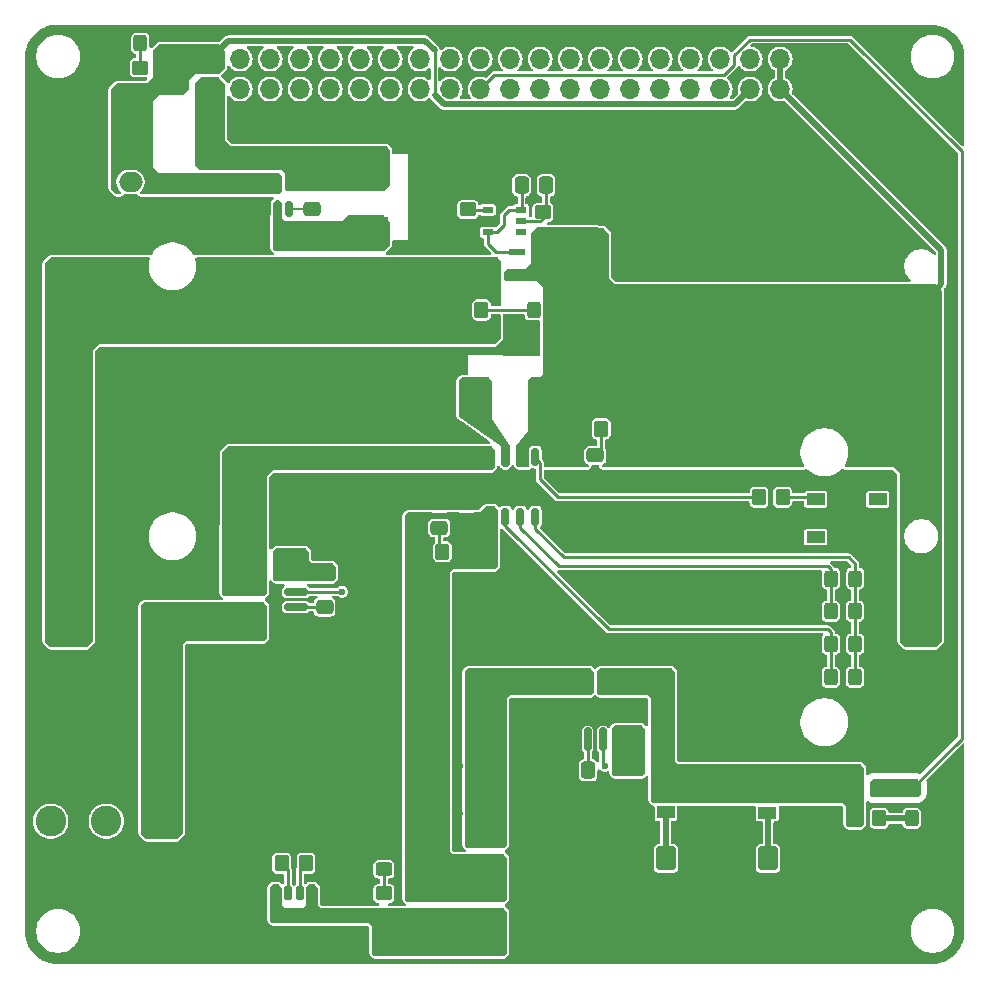
<source format=gtl>
%TF.GenerationSoftware,KiCad,Pcbnew,8.0.6*%
%TF.CreationDate,2024-11-27T19:42:16+03:00*%
%TF.ProjectId,EPSv3,45505376-332e-46b6-9963-61645f706362,rev?*%
%TF.SameCoordinates,Original*%
%TF.FileFunction,Copper,L1,Top*%
%TF.FilePolarity,Positive*%
%FSLAX46Y46*%
G04 Gerber Fmt 4.6, Leading zero omitted, Abs format (unit mm)*
G04 Created by KiCad (PCBNEW 8.0.6) date 2024-11-27 19:42:16*
%MOMM*%
%LPD*%
G01*
G04 APERTURE LIST*
G04 Aperture macros list*
%AMRoundRect*
0 Rectangle with rounded corners*
0 $1 Rounding radius*
0 $2 $3 $4 $5 $6 $7 $8 $9 X,Y pos of 4 corners*
0 Add a 4 corners polygon primitive as box body*
4,1,4,$2,$3,$4,$5,$6,$7,$8,$9,$2,$3,0*
0 Add four circle primitives for the rounded corners*
1,1,$1+$1,$2,$3*
1,1,$1+$1,$4,$5*
1,1,$1+$1,$6,$7*
1,1,$1+$1,$8,$9*
0 Add four rect primitives between the rounded corners*
20,1,$1+$1,$2,$3,$4,$5,0*
20,1,$1+$1,$4,$5,$6,$7,0*
20,1,$1+$1,$6,$7,$8,$9,0*
20,1,$1+$1,$8,$9,$2,$3,0*%
G04 Aperture macros list end*
%TA.AperFunction,SMDPad,CuDef*%
%ADD10RoundRect,0.250000X-0.337500X-0.475000X0.337500X-0.475000X0.337500X0.475000X-0.337500X0.475000X0*%
%TD*%
%TA.AperFunction,SMDPad,CuDef*%
%ADD11RoundRect,0.250000X-0.475000X0.337500X-0.475000X-0.337500X0.475000X-0.337500X0.475000X0.337500X0*%
%TD*%
%TA.AperFunction,SMDPad,CuDef*%
%ADD12RoundRect,0.250000X0.475000X-0.337500X0.475000X0.337500X-0.475000X0.337500X-0.475000X-0.337500X0*%
%TD*%
%TA.AperFunction,SMDPad,CuDef*%
%ADD13RoundRect,0.250000X-0.450000X0.350000X-0.450000X-0.350000X0.450000X-0.350000X0.450000X0.350000X0*%
%TD*%
%TA.AperFunction,ComponentPad*%
%ADD14RoundRect,0.250000X-0.600000X-0.750000X0.600000X-0.750000X0.600000X0.750000X-0.600000X0.750000X0*%
%TD*%
%TA.AperFunction,ComponentPad*%
%ADD15O,1.700000X2.000000*%
%TD*%
%TA.AperFunction,SMDPad,CuDef*%
%ADD16RoundRect,0.250000X0.337500X0.475000X-0.337500X0.475000X-0.337500X-0.475000X0.337500X-0.475000X0*%
%TD*%
%TA.AperFunction,SMDPad,CuDef*%
%ADD17R,3.200000X2.600000*%
%TD*%
%TA.AperFunction,SMDPad,CuDef*%
%ADD18RoundRect,0.250000X0.325000X0.450000X-0.325000X0.450000X-0.325000X-0.450000X0.325000X-0.450000X0*%
%TD*%
%TA.AperFunction,SMDPad,CuDef*%
%ADD19RoundRect,0.250000X-0.325000X-0.450000X0.325000X-0.450000X0.325000X0.450000X-0.325000X0.450000X0*%
%TD*%
%TA.AperFunction,SMDPad,CuDef*%
%ADD20RoundRect,0.250000X-0.350000X-0.450000X0.350000X-0.450000X0.350000X0.450000X-0.350000X0.450000X0*%
%TD*%
%TA.AperFunction,SMDPad,CuDef*%
%ADD21RoundRect,0.250000X0.450000X-0.350000X0.450000X0.350000X-0.450000X0.350000X-0.450000X-0.350000X0*%
%TD*%
%TA.AperFunction,ComponentPad*%
%ADD22R,2.595000X2.595000*%
%TD*%
%TA.AperFunction,ComponentPad*%
%ADD23C,2.595000*%
%TD*%
%TA.AperFunction,SMDPad,CuDef*%
%ADD24R,1.320800X0.558800*%
%TD*%
%TA.AperFunction,SMDPad,CuDef*%
%ADD25RoundRect,0.150000X-0.150000X0.825000X-0.150000X-0.825000X0.150000X-0.825000X0.150000X0.825000X0*%
%TD*%
%TA.AperFunction,ComponentPad*%
%ADD26RoundRect,0.250000X-0.750000X0.600000X-0.750000X-0.600000X0.750000X-0.600000X0.750000X0.600000X0*%
%TD*%
%TA.AperFunction,ComponentPad*%
%ADD27O,2.000000X1.700000*%
%TD*%
%TA.AperFunction,SMDPad,CuDef*%
%ADD28RoundRect,0.175000X-0.175000X-0.425000X0.175000X-0.425000X0.175000X0.425000X-0.175000X0.425000X0*%
%TD*%
%TA.AperFunction,SMDPad,CuDef*%
%ADD29RoundRect,0.190000X0.190000X0.410000X-0.190000X0.410000X-0.190000X-0.410000X0.190000X-0.410000X0*%
%TD*%
%TA.AperFunction,SMDPad,CuDef*%
%ADD30RoundRect,0.200000X0.200000X0.400000X-0.200000X0.400000X-0.200000X-0.400000X0.200000X-0.400000X0*%
%TD*%
%TA.AperFunction,SMDPad,CuDef*%
%ADD31RoundRect,0.175000X0.175000X0.425000X-0.175000X0.425000X-0.175000X-0.425000X0.175000X-0.425000X0*%
%TD*%
%TA.AperFunction,SMDPad,CuDef*%
%ADD32RoundRect,0.190000X-0.190000X-0.410000X0.190000X-0.410000X0.190000X0.410000X-0.190000X0.410000X0*%
%TD*%
%TA.AperFunction,SMDPad,CuDef*%
%ADD33RoundRect,0.200000X-0.200000X-0.400000X0.200000X-0.400000X0.200000X0.400000X-0.200000X0.400000X0*%
%TD*%
%TA.AperFunction,ComponentPad*%
%ADD34O,1.100000X1.700000*%
%TD*%
%TA.AperFunction,SMDPad,CuDef*%
%ADD35RoundRect,0.178200X0.151800X-0.584300X0.151800X0.584300X-0.151800X0.584300X-0.151800X-0.584300X0*%
%TD*%
%TA.AperFunction,SMDPad,CuDef*%
%ADD36R,3.100000X2.210000*%
%TD*%
%TA.AperFunction,SMDPad,CuDef*%
%ADD37R,1.500000X1.050000*%
%TD*%
%TA.AperFunction,SMDPad,CuDef*%
%ADD38R,1.500000X2.400000*%
%TD*%
%TA.AperFunction,SMDPad,CuDef*%
%ADD39R,0.952500X0.558800*%
%TD*%
%TA.AperFunction,SMDPad,CuDef*%
%ADD40RoundRect,0.250000X0.350000X0.450000X-0.350000X0.450000X-0.350000X-0.450000X0.350000X-0.450000X0*%
%TD*%
%TA.AperFunction,SMDPad,CuDef*%
%ADD41RoundRect,0.150000X-0.825000X-0.150000X0.825000X-0.150000X0.825000X0.150000X-0.825000X0.150000X0*%
%TD*%
%TA.AperFunction,SMDPad,CuDef*%
%ADD42R,1.550000X1.000000*%
%TD*%
%TA.AperFunction,SMDPad,CuDef*%
%ADD43RoundRect,0.150000X-0.150000X0.512500X-0.150000X-0.512500X0.150000X-0.512500X0.150000X0.512500X0*%
%TD*%
%TA.AperFunction,SMDPad,CuDef*%
%ADD44RoundRect,0.250000X-0.450000X0.325000X-0.450000X-0.325000X0.450000X-0.325000X0.450000X0.325000X0*%
%TD*%
%TA.AperFunction,SMDPad,CuDef*%
%ADD45R,2.600000X3.200000*%
%TD*%
%TA.AperFunction,ComponentPad*%
%ADD46R,1.700000X1.700000*%
%TD*%
%TA.AperFunction,ComponentPad*%
%ADD47O,1.700000X1.700000*%
%TD*%
%TA.AperFunction,ComponentPad*%
%ADD48C,1.980000*%
%TD*%
%TA.AperFunction,ViaPad*%
%ADD49C,0.600000*%
%TD*%
%TA.AperFunction,ViaPad*%
%ADD50C,0.500000*%
%TD*%
%TA.AperFunction,Conductor*%
%ADD51C,0.250000*%
%TD*%
%TA.AperFunction,Conductor*%
%ADD52C,0.500000*%
%TD*%
%TA.AperFunction,Conductor*%
%ADD53C,0.200000*%
%TD*%
G04 APERTURE END LIST*
D10*
%TO.P,C5,1*%
%TO.N,Net-(IC1-S2)*%
X92625106Y-59857982D03*
%TO.P,C5,2*%
%TO.N,Net-(IC1-VDD)*%
X94700106Y-59857982D03*
%TD*%
D11*
%TO.P,C7,1*%
%TO.N,+BATT*%
X96583606Y-82730482D03*
%TO.P,C7,2*%
%TO.N,GND*%
X96583606Y-84805482D03*
%TD*%
%TO.P,C11,1*%
%TO.N,Net-(U4-FILTER)*%
X75947606Y-95585482D03*
%TO.P,C11,2*%
%TO.N,GND*%
X75947606Y-97660482D03*
%TD*%
D12*
%TO.P,C14,1*%
%TO.N,Net-(U5-SW)*%
X74866606Y-63943482D03*
%TO.P,C14,2*%
%TO.N,Net-(U5-BST)*%
X74866606Y-61868482D03*
%TD*%
D13*
%TO.P,R11,1*%
%TO.N,Net-(IC1-V-)*%
X88074606Y-61905982D03*
%TO.P,R11,2*%
%TO.N,GND*%
X88074606Y-63905982D03*
%TD*%
D14*
%TO.P,J2,1,Pin_1*%
%TO.N,Net-(J2-Pin_1)*%
X113494606Y-116859982D03*
D15*
%TO.P,J2,2,Pin_2*%
%TO.N,GND*%
X115994606Y-116859982D03*
%TD*%
D16*
%TO.P,C1,1*%
%TO.N,Net-(U1-FILTER)*%
X98256106Y-109387982D03*
%TO.P,C1,2*%
%TO.N,GND*%
X96181106Y-109387982D03*
%TD*%
D17*
%TO.P,L2,1,1*%
%TO.N,Net-(U5-SW)*%
X79692606Y-63823982D03*
%TO.P,L2,2,2*%
%TO.N,+3.3V*%
X79692606Y-57923982D03*
%TD*%
D18*
%TO.P,D3,1,K*%
%TO.N,GND*%
X127707606Y-113451982D03*
%TO.P,D3,2,A*%
%TO.N,Net-(D3-A)*%
X125657606Y-113451982D03*
%TD*%
D19*
%TO.P,D8,1,K*%
%TO.N,Net-(D7-A)*%
X118822106Y-93154482D03*
%TO.P,D8,2,A*%
%TO.N,Net-(D5-K)*%
X120872106Y-93154482D03*
%TD*%
D20*
%TO.P,R5,1*%
%TO.N,Net-(J3-CC2)*%
X74374606Y-117261982D03*
%TO.P,R5,2*%
%TO.N,GND*%
X76374606Y-117261982D03*
%TD*%
D21*
%TO.P,R4,1*%
%TO.N,Net-(S1-NO)*%
X80962606Y-121817982D03*
%TO.P,R4,2*%
%TO.N,Net-(D4-A)*%
X80962606Y-119817982D03*
%TD*%
D22*
%TO.P,S1,1,NC*%
%TO.N,Net-(S1-NC)*%
X89598606Y-113831982D03*
D23*
%TO.P,S1,2,COM*%
%TO.N,/VIN*%
X89598606Y-118531982D03*
%TO.P,S1,3,NO*%
%TO.N,Net-(S1-NO)*%
X89598606Y-123231982D03*
%TD*%
D12*
%TO.P,C16,1*%
%TO.N,+3.3V*%
X72580606Y-57593482D03*
%TO.P,C16,2*%
%TO.N,GND*%
X72580606Y-55518482D03*
%TD*%
D24*
%TO.P,U3,1,G*%
%TO.N,+BATT*%
X92214806Y-67401782D03*
%TO.P,U3,2,S*%
%TO.N,Net-(IC1-S2)*%
X92214806Y-65522182D03*
%TO.P,U3,3,D*%
%TO.N,Net-(U3-D)*%
X90030406Y-66461982D03*
%TD*%
D18*
%TO.P,D7,1,K*%
%TO.N,Net-(D5-K)*%
X120849606Y-95925982D03*
%TO.P,D7,2,A*%
%TO.N,Net-(D7-A)*%
X118799606Y-95925982D03*
%TD*%
D25*
%TO.P,U1,1,IP+*%
%TO.N,Net-(D1-PadC)*%
X100771606Y-101832982D03*
%TO.P,U1,2,IP+*%
X99501606Y-101832982D03*
%TO.P,U1,3,IP-*%
%TO.N,Net-(S1-NC)*%
X98231606Y-101832982D03*
%TO.P,U1,4,IP-*%
X96961606Y-101832982D03*
%TO.P,U1,5,GND*%
%TO.N,GND*%
X96961606Y-106782982D03*
%TO.P,U1,6,FILTER*%
%TO.N,Net-(U1-FILTER)*%
X98231606Y-106782982D03*
%TO.P,U1,7,VIOUT*%
%TO.N,/ANA1*%
X99501606Y-106782982D03*
%TO.P,U1,8,VCC*%
%TO.N,+5V*%
X100771606Y-106782982D03*
%TD*%
D11*
%TO.P,C8,1*%
%TO.N,/VOUT*%
X87947606Y-82730482D03*
%TO.P,C8,2*%
%TO.N,GND*%
X87947606Y-84805482D03*
%TD*%
D12*
%TO.P,C3,1*%
%TO.N,Net-(C3-Pad1)*%
X85661606Y-88869482D03*
%TO.P,C3,2*%
%TO.N,GND*%
X85661606Y-86794482D03*
%TD*%
D22*
%TO.P,S3,1,NC*%
%TO.N,Net-(S3-NC)*%
X62166606Y-113705982D03*
D23*
%TO.P,S3,2,COM*%
%TO.N,Net-(J4-Pin_2)*%
X57466606Y-113705982D03*
%TO.P,S3,3,NO*%
%TO.N,unconnected-(S3-NO-Pad3)*%
X52766606Y-113705982D03*
%TD*%
D26*
%TO.P,J4,1,Pin_1*%
%TO.N,+5V*%
X59520606Y-57083982D03*
D27*
%TO.P,J4,2,Pin_2*%
%TO.N,Net-(J4-Pin_2)*%
X59520606Y-59583982D03*
%TD*%
D11*
%TO.P,C6,1*%
%TO.N,Net-(C6-Pad1)*%
X98869606Y-82730482D03*
%TO.P,C6,2*%
%TO.N,GND*%
X98869606Y-84805482D03*
%TD*%
D28*
%TO.P,J3,A5,CC1*%
%TO.N,Net-(J3-CC1)*%
X72842606Y-119769982D03*
D29*
%TO.P,J3,A9,VBUS*%
%TO.N,Net-(S1-NO)*%
X74862606Y-119769982D03*
D30*
%TO.P,J3,A12,GND*%
%TO.N,GND*%
X76092606Y-119769982D03*
D31*
%TO.P,J3,B5,CC2*%
%TO.N,Net-(J3-CC2)*%
X73842606Y-119769982D03*
D32*
%TO.P,J3,B9,VBUS*%
%TO.N,Net-(S1-NO)*%
X71822606Y-119769982D03*
D33*
%TO.P,J3,B12,GND*%
%TO.N,GND*%
X70592606Y-119769982D03*
D34*
%TO.P,J3,S1,SHIELD*%
X69022606Y-119849982D03*
X69022606Y-123649982D03*
X77662606Y-119849982D03*
X77662606Y-123649982D03*
%TD*%
D18*
%TO.P,D9,1,K*%
%TO.N,+BATT*%
X95703606Y-70398982D03*
%TO.P,D9,2,A*%
%TO.N,Net-(D9-A)*%
X93653606Y-70398982D03*
%TD*%
D35*
%TO.P,U2,1,VCC*%
%TO.N,/VIN*%
X89979606Y-87941982D03*
%TO.P,U2,2,LED1*%
%TO.N,Net-(D5-A)*%
X91249606Y-87941982D03*
%TO.P,U2,3,LED2*%
%TO.N,Net-(D7-A)*%
X92519606Y-87941982D03*
%TO.P,U2,4,LED3*%
%TO.N,Net-(D5-K)*%
X93789606Y-87941982D03*
%TO.P,U2,5,KEY*%
%TO.N,Net-(U2-KEY)*%
X93789606Y-82861982D03*
%TO.P,U2,6,BAT*%
%TO.N,+BATT*%
X92519606Y-82861982D03*
%TO.P,U2,7,SW*%
%TO.N,Net-(U2-SW)*%
X91249606Y-82861982D03*
%TO.P,U2,8,VOUT*%
%TO.N,/VOUT*%
X89979606Y-82861982D03*
D36*
%TO.P,U2,9,GND*%
%TO.N,GND*%
X91884606Y-85401982D03*
%TD*%
D20*
%TO.P,R2,1*%
%TO.N,Net-(D1-PadC)*%
X120872606Y-110911982D03*
%TO.P,R2,2*%
%TO.N,/ANA2*%
X122872606Y-110911982D03*
%TD*%
D11*
%TO.P,C2,1*%
%TO.N,+5V*%
X102044606Y-109112482D03*
%TO.P,C2,2*%
%TO.N,GND*%
X102044606Y-111187482D03*
%TD*%
D19*
%TO.P,D6,1,K*%
%TO.N,Net-(D5-A)*%
X118822106Y-98719982D03*
%TO.P,D6,2,A*%
%TO.N,Net-(D5-K)*%
X120872106Y-98719982D03*
%TD*%
D12*
%TO.P,C12,1*%
%TO.N,+5V*%
X75947606Y-92580482D03*
%TO.P,C12,2*%
%TO.N,GND*%
X75947606Y-90505482D03*
%TD*%
D37*
%TO.P,D1,A*%
%TO.N,Net-(J1-Pin_1)*%
X104838606Y-112943982D03*
D38*
%TO.P,D1,C*%
%TO.N,Net-(D1-PadC)*%
X104838606Y-110568982D03*
%TD*%
D20*
%TO.P,R8,1*%
%TO.N,+BATT*%
X97361606Y-80465982D03*
%TO.P,R8,2*%
%TO.N,Net-(C6-Pad1)*%
X99361606Y-80465982D03*
%TD*%
D14*
%TO.P,J1,1,Pin_1*%
%TO.N,Net-(J1-Pin_1)*%
X104858606Y-116859982D03*
D15*
%TO.P,J1,2,Pin_2*%
%TO.N,GND*%
X107358606Y-116859982D03*
%TD*%
D18*
%TO.P,D5,1,K*%
%TO.N,Net-(D5-K)*%
X120858606Y-101513982D03*
%TO.P,D5,2,A*%
%TO.N,Net-(D5-A)*%
X118808606Y-101513982D03*
%TD*%
D19*
%TO.P,D10,1,K*%
%TO.N,GND*%
X58296806Y-47843782D03*
%TO.P,D10,2,A*%
%TO.N,Net-(D10-A)*%
X60346806Y-47843782D03*
%TD*%
D11*
%TO.P,C13,1*%
%TO.N,+5V*%
X69024606Y-59836482D03*
%TO.P,C13,2*%
%TO.N,GND*%
X69024606Y-61911482D03*
%TD*%
%TO.P,C10,1*%
%TO.N,/VOUT*%
X83375606Y-82730482D03*
%TO.P,C10,2*%
%TO.N,GND*%
X83375606Y-84805482D03*
%TD*%
D39*
%TO.P,IC1,1,V-*%
%TO.N,Net-(IC1-V-)*%
X89782650Y-61943999D03*
%TO.P,IC1,2,S1*%
%TO.N,GND*%
X89782650Y-62894000D03*
%TO.P,IC1,3,S2*%
%TO.N,Net-(IC1-S2)*%
X89782650Y-63844001D03*
%TO.P,IC1,4,D*%
%TO.N,unconnected-(IC1-D-Pad4)*%
X92589350Y-63844001D03*
%TO.P,IC1,5,VDD*%
%TO.N,Net-(IC1-VDD)*%
X92589350Y-62894000D03*
%TO.P,IC1,6,VSS*%
%TO.N,Net-(IC1-S2)*%
X92589350Y-61943999D03*
%TD*%
D21*
%TO.P,R9,1*%
%TO.N,+BATT*%
X94424606Y-64159982D03*
%TO.P,R9,2*%
%TO.N,Net-(IC1-VDD)*%
X94424606Y-62159982D03*
%TD*%
D40*
%TO.P,R7,1*%
%TO.N,/VIN*%
X87931606Y-90879982D03*
%TO.P,R7,2*%
%TO.N,Net-(C3-Pad1)*%
X85931606Y-90879982D03*
%TD*%
D20*
%TO.P,R10,1*%
%TO.N,Net-(U2-KEY)*%
X112728606Y-86273982D03*
%TO.P,R10,2*%
%TO.N,Net-(R10-Pad2)*%
X114728606Y-86273982D03*
%TD*%
D40*
%TO.P,R12,1*%
%TO.N,Net-(D9-A)*%
X89233000Y-70411000D03*
%TO.P,R12,2*%
%TO.N,Net-(U3-D)*%
X87233000Y-70411000D03*
%TD*%
D41*
%TO.P,U4,1,IP+*%
%TO.N,/VOUT*%
X68581606Y-93004982D03*
%TO.P,U4,2,IP+*%
X68581606Y-94274982D03*
%TO.P,U4,3,IP-*%
%TO.N,Net-(S3-NC)*%
X68581606Y-95544982D03*
%TO.P,U4,4,IP-*%
X68581606Y-96814982D03*
%TO.P,U4,5,GND*%
%TO.N,GND*%
X73531606Y-96814982D03*
%TO.P,U4,6,FILTER*%
%TO.N,Net-(U4-FILTER)*%
X73531606Y-95544982D03*
%TO.P,U4,7,VIOUT*%
%TO.N,/ANA3*%
X73531606Y-94274982D03*
%TO.P,U4,8,VCC*%
%TO.N,+5V*%
X73531606Y-93004982D03*
%TD*%
D12*
%TO.P,C4,1*%
%TO.N,/VIN*%
X87947606Y-88869482D03*
%TO.P,C4,2*%
%TO.N,GND*%
X87947606Y-86794482D03*
%TD*%
D42*
%TO.P,S2,1,1*%
%TO.N,Net-(R10-Pad2)*%
X117538606Y-86451982D03*
%TO.P,S2,2,2*%
%TO.N,unconnected-(S2-Pad2)*%
X117538606Y-89651982D03*
%TO.P,S2,3,3*%
%TO.N,GND*%
X122788606Y-89651982D03*
%TO.P,S2,4,4*%
%TO.N,unconnected-(S2-Pad4)*%
X122788606Y-86451982D03*
%TD*%
D43*
%TO.P,U5,1,FB*%
%TO.N,+3.3V*%
X72956606Y-59614982D03*
%TO.P,U5,2,EN*%
%TO.N,+5V*%
X72006606Y-59614982D03*
%TO.P,U5,3,IN*%
X71056606Y-59614982D03*
%TO.P,U5,4,GND*%
%TO.N,GND*%
X71056606Y-61889982D03*
%TO.P,U5,5,SW*%
%TO.N,Net-(U5-SW)*%
X72006606Y-61889982D03*
%TO.P,U5,6,BST*%
%TO.N,Net-(U5-BST)*%
X72956606Y-61889982D03*
%TD*%
D20*
%TO.P,R1,1*%
%TO.N,Net-(D1-PadC)*%
X120901606Y-113451982D03*
%TO.P,R1,2*%
%TO.N,Net-(D3-A)*%
X122901606Y-113451982D03*
%TD*%
D40*
%TO.P,R6,1*%
%TO.N,Net-(J3-CC1)*%
X72310606Y-117261982D03*
%TO.P,R6,2*%
%TO.N,GND*%
X70310606Y-117261982D03*
%TD*%
D44*
%TO.P,D4,1,K*%
%TO.N,GND*%
X80962606Y-115719982D03*
%TO.P,D4,2,A*%
%TO.N,Net-(D4-A)*%
X80962606Y-117769982D03*
%TD*%
D20*
%TO.P,R3,1*%
%TO.N,/ANA2*%
X125682606Y-110911982D03*
%TO.P,R3,2*%
%TO.N,GND*%
X127682606Y-110911982D03*
%TD*%
D11*
%TO.P,C9,1*%
%TO.N,/VOUT*%
X85661606Y-82730482D03*
%TO.P,C9,2*%
%TO.N,GND*%
X85661606Y-84805482D03*
%TD*%
D45*
%TO.P,L1,1,1*%
%TO.N,Net-(U2-SW)*%
X88807606Y-77925982D03*
%TO.P,L1,2,2*%
%TO.N,+BATT*%
X94707606Y-77925982D03*
%TD*%
D37*
%TO.P,D2,A*%
%TO.N,Net-(J2-Pin_1)*%
X113441106Y-112978482D03*
D38*
%TO.P,D2,C*%
%TO.N,Net-(D1-PadC)*%
X113441106Y-110603482D03*
%TD*%
D21*
%TO.P,R13,1*%
%TO.N,+5V*%
X60337806Y-51891782D03*
%TO.P,R13,2*%
%TO.N,Net-(D10-A)*%
X60337806Y-49891782D03*
%TD*%
D12*
%TO.P,C15,1*%
%TO.N,+3.3V*%
X74866606Y-57593482D03*
%TO.P,C15,2*%
%TO.N,GND*%
X74866606Y-55518482D03*
%TD*%
D46*
%TO.P,J5,1,Pin_1*%
%TO.N,+5V*%
X66260606Y-49169982D03*
D47*
%TO.P,J5,2,Pin_2*%
%TO.N,+3.3V*%
X66260606Y-51709982D03*
%TO.P,J5,3,Pin_3*%
%TO.N,unconnected-(J5-Pin_3-Pad3)*%
X68800606Y-49169982D03*
%TO.P,J5,4,Pin_4*%
%TO.N,unconnected-(J5-Pin_4-Pad4)*%
X68800606Y-51709982D03*
%TO.P,J5,5,Pin_5*%
%TO.N,unconnected-(J5-Pin_5-Pad5)*%
X71340606Y-49169982D03*
%TO.P,J5,6,Pin_6*%
%TO.N,/ANA1*%
X71340606Y-51709982D03*
%TO.P,J5,7,Pin_7*%
%TO.N,unconnected-(J5-Pin_7-Pad7)*%
X73880606Y-49169982D03*
%TO.P,J5,8,Pin_8*%
%TO.N,/ANA3*%
X73880606Y-51709982D03*
%TO.P,J5,9,Pin_9*%
%TO.N,unconnected-(J5-Pin_9-Pad9)*%
X76420606Y-49169982D03*
%TO.P,J5,10,Pin_10*%
%TO.N,unconnected-(J5-Pin_10-Pad10)*%
X76420606Y-51709982D03*
%TO.P,J5,11,Pin_11*%
%TO.N,unconnected-(J5-Pin_11-Pad11)*%
X78960606Y-49169982D03*
%TO.P,J5,12,Pin_12*%
%TO.N,unconnected-(J5-Pin_12-Pad12)*%
X78960606Y-51709982D03*
%TO.P,J5,13,Pin_13*%
%TO.N,unconnected-(J5-Pin_13-Pad13)*%
X81500606Y-49169982D03*
%TO.P,J5,14,Pin_14*%
%TO.N,unconnected-(J5-Pin_14-Pad14)*%
X81500606Y-51709982D03*
%TO.P,J5,15,Pin_15*%
%TO.N,unconnected-(J5-Pin_15-Pad15)*%
X84040606Y-49169982D03*
%TO.P,J5,16,Pin_16*%
%TO.N,unconnected-(J5-Pin_16-Pad16)*%
X84040606Y-51709982D03*
%TO.P,J5,17,Pin_17*%
%TO.N,unconnected-(J5-Pin_17-Pad17)*%
X86580606Y-49169982D03*
%TO.P,J5,18,Pin_18*%
%TO.N,unconnected-(J5-Pin_18-Pad18)*%
X86580606Y-51709982D03*
%TO.P,J5,19,Pin_19*%
%TO.N,unconnected-(J5-Pin_19-Pad19)*%
X89120606Y-49169982D03*
%TO.P,J5,20,Pin_20*%
%TO.N,/ANA2*%
X89120606Y-51709982D03*
%TO.P,J5,21,Pin_21*%
%TO.N,unconnected-(J5-Pin_21-Pad21)*%
X91660606Y-49169982D03*
%TO.P,J5,22,Pin_22*%
%TO.N,unconnected-(J5-Pin_22-Pad22)*%
X91660606Y-51709982D03*
%TO.P,J5,23,Pin_23*%
%TO.N,unconnected-(J5-Pin_23-Pad23)*%
X94200606Y-49169982D03*
%TO.P,J5,24,Pin_24*%
%TO.N,unconnected-(J5-Pin_24-Pad24)*%
X94200606Y-51709982D03*
%TO.P,J5,25,Pin_25*%
%TO.N,unconnected-(J5-Pin_25-Pad25)*%
X96740606Y-49169982D03*
%TO.P,J5,26,Pin_26*%
%TO.N,unconnected-(J5-Pin_26-Pad26)*%
X96740606Y-51709982D03*
%TO.P,J5,27,Pin_27*%
%TO.N,unconnected-(J5-Pin_27-Pad27)*%
X99280606Y-49169982D03*
%TO.P,J5,28,Pin_28*%
%TO.N,unconnected-(J5-Pin_28-Pad28)*%
X99280606Y-51709982D03*
%TO.P,J5,29,Pin_29*%
%TO.N,unconnected-(J5-Pin_29-Pad29)*%
X101820606Y-49169982D03*
%TO.P,J5,30,Pin_30*%
%TO.N,unconnected-(J5-Pin_30-Pad30)*%
X101820606Y-51709982D03*
%TO.P,J5,31,Pin_31*%
%TO.N,unconnected-(J5-Pin_31-Pad31)*%
X104360606Y-49169982D03*
%TO.P,J5,32,Pin_32*%
%TO.N,unconnected-(J5-Pin_32-Pad32)*%
X104360606Y-51709982D03*
%TO.P,J5,33,Pin_33*%
%TO.N,unconnected-(J5-Pin_33-Pad33)*%
X106900606Y-49169982D03*
%TO.P,J5,34,Pin_34*%
%TO.N,unconnected-(J5-Pin_34-Pad34)*%
X106900606Y-51709982D03*
%TO.P,J5,35,Pin_35*%
%TO.N,unconnected-(J5-Pin_35-Pad35)*%
X109440606Y-49169982D03*
%TO.P,J5,36,Pin_36*%
%TO.N,unconnected-(J5-Pin_36-Pad36)*%
X109440606Y-51709982D03*
%TO.P,J5,37,Pin_37*%
%TO.N,unconnected-(J5-Pin_37-Pad37)*%
X111980606Y-49169982D03*
%TO.P,J5,38,Pin_38*%
%TO.N,+5V*%
X111980606Y-51709982D03*
%TO.P,J5,39,Pin_39*%
%TO.N,+BATT*%
X114520606Y-49169982D03*
%TO.P,J5,40,Pin_40*%
X114520606Y-51709982D03*
%TD*%
D48*
%TO.P,BT2,N*%
%TO.N,Net-(U3-D)*%
X54250606Y-74589982D03*
%TO.P,BT2,P*%
%TO.N,+BATT*%
X126470606Y-74589982D03*
%TD*%
%TO.P,BT1,N*%
%TO.N,Net-(U3-D)*%
X54250606Y-97449982D03*
%TO.P,BT1,P*%
%TO.N,+BATT*%
X126470606Y-97449982D03*
%TD*%
D49*
%TO.N,GND*%
X107360606Y-115019982D03*
X85360606Y-65019982D03*
X109360606Y-121019982D03*
X111360606Y-119019982D03*
X81360606Y-87019982D03*
X119360606Y-51019982D03*
X99360606Y-111019982D03*
X101360606Y-121019982D03*
X65360606Y-111019982D03*
X75360606Y-109019982D03*
X107360606Y-67019982D03*
X105360606Y-57019982D03*
X54360606Y-61019982D03*
X115360606Y-123019982D03*
X85360606Y-79019982D03*
X51360606Y-93019982D03*
X111360606Y-115019982D03*
X95360606Y-55019982D03*
X73360606Y-87019982D03*
X105360606Y-93019982D03*
X67360606Y-125019982D03*
X123360606Y-47019982D03*
X121360606Y-57019982D03*
X69360606Y-75019982D03*
X97360606Y-113019982D03*
X123360606Y-115019982D03*
X109360606Y-101019982D03*
X52360606Y-59019982D03*
X121360606Y-105019982D03*
X65360606Y-87019982D03*
X113360606Y-125019982D03*
X127360606Y-119019982D03*
X63360606Y-121019982D03*
X59360606Y-117019982D03*
X115360606Y-63019982D03*
X60360606Y-63019982D03*
X99360606Y-115019982D03*
X123360606Y-59019982D03*
X64360606Y-63019982D03*
X79360606Y-117019982D03*
X56360606Y-55019982D03*
X51360606Y-65019982D03*
X113360606Y-61019982D03*
X109360606Y-113019982D03*
X109360606Y-65019982D03*
X97360606Y-89019982D03*
X56360606Y-51019982D03*
X57360606Y-123019982D03*
X79360606Y-89019982D03*
X89360606Y-93019982D03*
X55360606Y-125019982D03*
X52360606Y-51019982D03*
X111360606Y-103019982D03*
X101360606Y-117019982D03*
X79360606Y-77019982D03*
X105360606Y-85019982D03*
X73360606Y-107019982D03*
X51360606Y-109019982D03*
X109360606Y-125019982D03*
X64360606Y-47019982D03*
X75360606Y-81019982D03*
X75360606Y-77019982D03*
X54360606Y-65019982D03*
X101360606Y-65019982D03*
X67360606Y-109019982D03*
X61360606Y-119019982D03*
X97360606Y-93019982D03*
X87360606Y-113019982D03*
X119360606Y-123019982D03*
X91360606Y-55019982D03*
X119360606Y-119019982D03*
X103360606Y-95019982D03*
X107360606Y-119019982D03*
X115360606Y-107019982D03*
X81360606Y-103019982D03*
X67360606Y-77019982D03*
X77360606Y-111019982D03*
X81357148Y-53052341D03*
X103360606Y-87019982D03*
X123360606Y-123019982D03*
X87360606Y-95019982D03*
X85360606Y-57019982D03*
X79360606Y-113019982D03*
X81360606Y-111019982D03*
X69360606Y-115019982D03*
X119360606Y-87019982D03*
X65360606Y-115019982D03*
X61360606Y-79019982D03*
X51360606Y-61019982D03*
X93360606Y-125019982D03*
X63360606Y-93019982D03*
X117360606Y-65019982D03*
X55360606Y-117019982D03*
X79360606Y-97019982D03*
X71360606Y-109019982D03*
X79360606Y-101019982D03*
X109360606Y-93019982D03*
X101360606Y-125019982D03*
X109360606Y-85019982D03*
X115360606Y-55019982D03*
X103360606Y-67019982D03*
X129360606Y-53019982D03*
X117360606Y-85019982D03*
X125360606Y-121019982D03*
X79360606Y-85019982D03*
X103360606Y-63019982D03*
X111360606Y-55019982D03*
X113360606Y-53019982D03*
X121360606Y-61019982D03*
X54360606Y-53019982D03*
X91360606Y-95019982D03*
X97360606Y-97019982D03*
X107360606Y-59019982D03*
X73360606Y-79019982D03*
X97360606Y-121019982D03*
X111360606Y-63019982D03*
X103360606Y-119019982D03*
X107360606Y-99019982D03*
X127360606Y-103019982D03*
X125360606Y-105019982D03*
X97360606Y-125019982D03*
X65360606Y-79019982D03*
X65360606Y-99019982D03*
X81360606Y-75019982D03*
X119360606Y-59019982D03*
X117360606Y-121019982D03*
X95360606Y-119019982D03*
X125360606Y-57019982D03*
X93360606Y-57019982D03*
X67360606Y-105019982D03*
X51360606Y-81019982D03*
X51360606Y-121019982D03*
X103360606Y-99019982D03*
X75360606Y-125019982D03*
X115360606Y-59019982D03*
X69360606Y-103019982D03*
X69360606Y-111019982D03*
X123360606Y-99019982D03*
X93360606Y-121019982D03*
X77360606Y-107019982D03*
X57360606Y-119019982D03*
X61360606Y-87019982D03*
X79360606Y-125019982D03*
X129360606Y-121019982D03*
X109360606Y-117019982D03*
X51360606Y-73019982D03*
X71360606Y-125019982D03*
X107360606Y-95019982D03*
X129360606Y-113019982D03*
X129360606Y-117019982D03*
X115360606Y-99019982D03*
X121360606Y-85019982D03*
X95360606Y-107019982D03*
X65360606Y-123019982D03*
X68360606Y-63019982D03*
X95360606Y-123019982D03*
X95360606Y-111019982D03*
X99360606Y-87019982D03*
X107360606Y-107019982D03*
X105360606Y-125019982D03*
X101360606Y-89019982D03*
X127360606Y-59019982D03*
X75360606Y-101019982D03*
X123360606Y-103019982D03*
X70360606Y-53019982D03*
X109360606Y-89019982D03*
X85360606Y-61019982D03*
X71360606Y-105019982D03*
X54360606Y-57019982D03*
X52360606Y-55019982D03*
X123360606Y-67019982D03*
X117360606Y-57019982D03*
X52360606Y-63019982D03*
X51360606Y-97019982D03*
X113360606Y-121019982D03*
X63360606Y-81019982D03*
X51360606Y-53019982D03*
X115360606Y-95019982D03*
X105360606Y-65019982D03*
X121360606Y-117019982D03*
X119360606Y-115019982D03*
X65360606Y-103019982D03*
X83360606Y-55019982D03*
X113360606Y-89019982D03*
X73360606Y-75019982D03*
X123360606Y-63019982D03*
X111360606Y-95019982D03*
X83360606Y-77019982D03*
X53360606Y-119019982D03*
X107360606Y-103019982D03*
X91360606Y-59019982D03*
X97360606Y-57019982D03*
X73360606Y-123019982D03*
X83360606Y-81019982D03*
X113360606Y-85019982D03*
X61360606Y-75019982D03*
X53360606Y-111019982D03*
X61360606Y-123019982D03*
X51360606Y-57019982D03*
X121360606Y-65019982D03*
X103360606Y-115019982D03*
X53360606Y-103019982D03*
X125360606Y-125019982D03*
X69360606Y-79019982D03*
X95360606Y-87019982D03*
X119360606Y-67019982D03*
X53360606Y-107019982D03*
X51360606Y-69019982D03*
X81360606Y-99019982D03*
X81360606Y-107019982D03*
X51360606Y-105019982D03*
X75360606Y-89019982D03*
X117360606Y-61019982D03*
X113360606Y-105019982D03*
X65360606Y-75019982D03*
X129360606Y-109019982D03*
X81360606Y-95019982D03*
X65360606Y-91019982D03*
X77360606Y-75019982D03*
X117360606Y-93019982D03*
X99360606Y-99019982D03*
X73360606Y-111019982D03*
X59360606Y-125019982D03*
X67360606Y-121019982D03*
X115360606Y-103019982D03*
X75360606Y-85019982D03*
X117360606Y-49019982D03*
X99360606Y-63019982D03*
X91360606Y-99019982D03*
X55360606Y-121019982D03*
X87360606Y-109019982D03*
X63360606Y-125019982D03*
X67360606Y-101019982D03*
X127360606Y-115019982D03*
X121360606Y-53019982D03*
X51360606Y-89019982D03*
X115360606Y-119019982D03*
X67360606Y-113019982D03*
X67360606Y-117019982D03*
X69360606Y-107019982D03*
X121360606Y-121019982D03*
X117360606Y-125019982D03*
X123360606Y-55019982D03*
X105360606Y-61019982D03*
X61360606Y-83019982D03*
X89360606Y-57019982D03*
X119360606Y-55019982D03*
X87360606Y-99019982D03*
X105360606Y-89019982D03*
X56360606Y-47019982D03*
X97360606Y-117019982D03*
X107360606Y-123019982D03*
X83360606Y-63019982D03*
X115360606Y-67019982D03*
X101360606Y-57019982D03*
X99360606Y-95019982D03*
X99360606Y-55019982D03*
X87360606Y-81019982D03*
X77360606Y-103019982D03*
X77360606Y-87019982D03*
X63360606Y-77019982D03*
X109360606Y-105019982D03*
X123360606Y-91019982D03*
X63360606Y-117019982D03*
X95360606Y-115019982D03*
X95360606Y-99019982D03*
X93360606Y-97019982D03*
X51360606Y-117019982D03*
X67360606Y-81019982D03*
X73360606Y-115019982D03*
X93360606Y-113019982D03*
X93360606Y-93019982D03*
X117360606Y-117019982D03*
X103360606Y-55019982D03*
X121360606Y-89019982D03*
X65360606Y-107019982D03*
X107360606Y-55019982D03*
X87360606Y-55019982D03*
X77360606Y-91019982D03*
X117360606Y-53019982D03*
X109360606Y-57019982D03*
X83360606Y-59019982D03*
X105360606Y-121019982D03*
X123360606Y-107019982D03*
X99360606Y-123019982D03*
X111360606Y-123019982D03*
X99360606Y-119019982D03*
X77360606Y-115019982D03*
X125360606Y-101019982D03*
X79360606Y-109019982D03*
X101360606Y-85019982D03*
X75360606Y-113019982D03*
X71360606Y-113019982D03*
X113360606Y-65019982D03*
X123360606Y-119019982D03*
X123360606Y-95019982D03*
X115360606Y-115019982D03*
X51360606Y-101019982D03*
X113360606Y-101019982D03*
X99360606Y-59019982D03*
X69360606Y-99019982D03*
X103360606Y-123019982D03*
X81360606Y-79019982D03*
X117360606Y-113019982D03*
X63360606Y-85019982D03*
X101360606Y-93019982D03*
X85360606Y-75019982D03*
X79360606Y-81019982D03*
X77360606Y-99019982D03*
X121360606Y-125019982D03*
X97360606Y-61019982D03*
X51360606Y-85019982D03*
X65360606Y-83019982D03*
X93360606Y-109019982D03*
X125360606Y-65019982D03*
X95360606Y-95019982D03*
X109360606Y-61019982D03*
X125360606Y-117019982D03*
X111360606Y-67019982D03*
X111360606Y-107019982D03*
X89360606Y-97019982D03*
X107360606Y-87019982D03*
X87360606Y-59019982D03*
X77360606Y-53019982D03*
X107360606Y-63019982D03*
X111360606Y-87019982D03*
X51360606Y-77019982D03*
X125360606Y-61019982D03*
X93360606Y-117019982D03*
X59360606Y-121019982D03*
X77360606Y-79019982D03*
X103360606Y-59019982D03*
X113360606Y-57019982D03*
X127360606Y-63019982D03*
X113360606Y-93019982D03*
X65360606Y-119019982D03*
X111360606Y-99019982D03*
D50*
%TO.N,+5V*%
X102044606Y-107863982D03*
X72072606Y-91963582D03*
X72072606Y-90947582D03*
X72072606Y-92979582D03*
X102044606Y-105831982D03*
X102044606Y-106847982D03*
D49*
%TO.N,/ANA1*%
X99652606Y-109027982D03*
%TO.N,/ANA3*%
X77432006Y-94274982D03*
%TD*%
D51*
%TO.N,Net-(IC1-VDD)*%
X94424606Y-62159982D02*
X94424606Y-62702782D01*
X94700106Y-59857982D02*
X94700106Y-61884482D01*
X94209424Y-62894000D02*
X92589350Y-62894000D01*
X94424606Y-62702782D02*
X94221406Y-62905982D01*
X94221406Y-62905982D02*
X94209424Y-62894000D01*
X94700106Y-61884482D02*
X94424606Y-62159982D01*
%TO.N,Net-(IC1-V-)*%
X88112623Y-61943999D02*
X88074606Y-61905982D01*
X89782650Y-61943999D02*
X88112623Y-61943999D01*
%TO.N,Net-(C3-Pad1)*%
X85661606Y-88869482D02*
X85661606Y-90609982D01*
X85661606Y-90609982D02*
X85931606Y-90879982D01*
%TO.N,Net-(D4-A)*%
X80962606Y-117769982D02*
X80962606Y-119817982D01*
D52*
%TO.N,Net-(J2-Pin_1)*%
X113494606Y-116859982D02*
X113494606Y-113031982D01*
X113494606Y-113031982D02*
X113441106Y-112978482D01*
%TO.N,Net-(J1-Pin_1)*%
X104838606Y-112943982D02*
X104838606Y-116839982D01*
X104838606Y-116839982D02*
X104858606Y-116859982D01*
%TO.N,+5V*%
X85260606Y-52228460D02*
X86042128Y-53009982D01*
D51*
X85260606Y-48419982D02*
X85260606Y-52219982D01*
D52*
X110680606Y-53009982D02*
X111980606Y-51709982D01*
X66260606Y-49169982D02*
X67810606Y-47619982D01*
X85260606Y-52219982D02*
X85260606Y-52228460D01*
X67960606Y-47619982D02*
X84460606Y-47619982D01*
X86042128Y-53009982D02*
X110680606Y-53009982D01*
X67810606Y-47619982D02*
X67960606Y-47619982D01*
X84460606Y-47619982D02*
X85260606Y-48419982D01*
D51*
%TO.N,Net-(U1-FILTER)*%
X98231606Y-109363482D02*
X98256106Y-109387982D01*
X98231606Y-106782982D02*
X98231606Y-109363482D01*
%TO.N,Net-(U4-FILTER)*%
X73531606Y-95544982D02*
X75907106Y-95544982D01*
X75907106Y-95544982D02*
X75947606Y-95585482D01*
%TO.N,Net-(D9-A)*%
X93641588Y-70411000D02*
X93653606Y-70398982D01*
X89233000Y-70411000D02*
X93641588Y-70411000D01*
%TO.N,Net-(D10-A)*%
X60337806Y-49891782D02*
X60337806Y-47852782D01*
X60337806Y-47852782D02*
X60346806Y-47843782D01*
%TO.N,Net-(J3-CC1)*%
X72842606Y-117793982D02*
X72310606Y-117261982D01*
X72842606Y-119769982D02*
X72842606Y-117793982D01*
%TO.N,Net-(J3-CC2)*%
X73842606Y-119769982D02*
X73842606Y-117793982D01*
X73842606Y-117793982D02*
X74374606Y-117261982D01*
%TO.N,/ANA2*%
X111968905Y-47519982D02*
X110615606Y-48873281D01*
X129879824Y-106714764D02*
X129879824Y-56959200D01*
X110615606Y-49656683D02*
X109737307Y-50534982D01*
X90295606Y-50534982D02*
X89120606Y-51709982D01*
X109737307Y-50534982D02*
X90295606Y-50534982D01*
X125682606Y-110911982D02*
X129879824Y-106714764D01*
X120440606Y-47519982D02*
X111968905Y-47519982D01*
X110615606Y-48873281D02*
X110615606Y-49656683D01*
X129879824Y-56959200D02*
X120440606Y-47519982D01*
%TO.N,/ANA1*%
X99501606Y-108876982D02*
X99631606Y-109006982D01*
X99501606Y-106782982D02*
X99501606Y-108876982D01*
%TO.N,/ANA3*%
X73531606Y-94274982D02*
X77432006Y-94274982D01*
%TO.N,Net-(C6-Pad1)*%
X99361606Y-82238482D02*
X99361606Y-80465982D01*
X98869606Y-82730482D02*
X99361606Y-82238482D01*
D52*
%TO.N,Net-(D3-A)*%
X122901606Y-113451982D02*
X125657606Y-113451982D01*
D51*
%TO.N,Net-(D5-K)*%
X120872106Y-91893482D02*
X120872106Y-93154482D01*
X120872106Y-98719982D02*
X120872106Y-101500482D01*
X120849606Y-98697482D02*
X120872106Y-98719982D01*
X120872106Y-101500482D02*
X120858606Y-101513982D01*
X96202606Y-91353982D02*
X120332606Y-91353982D01*
X120332606Y-91353982D02*
X120872106Y-91893482D01*
X120872106Y-95903482D02*
X120849606Y-95925982D01*
X93789606Y-87831982D02*
X93789606Y-88940982D01*
X120872106Y-93154482D02*
X120872106Y-95903482D01*
X120849606Y-95925982D02*
X120849606Y-98697482D01*
X93789606Y-88940982D02*
X96202606Y-91353982D01*
%TO.N,Net-(D5-A)*%
X118808606Y-98733482D02*
X118822106Y-98719982D01*
X118554606Y-97449982D02*
X118822106Y-97717482D01*
X118808606Y-101513982D02*
X118808606Y-98733482D01*
X99995107Y-97449982D02*
X118554606Y-97449982D01*
X118822106Y-97717482D02*
X118822106Y-98719982D01*
X91249606Y-88704481D02*
X99995107Y-97449982D01*
X91249606Y-87941982D02*
X91249606Y-88704481D01*
%TO.N,Net-(D7-A)*%
X118554606Y-92115982D02*
X118822106Y-92383482D01*
X92519606Y-87831982D02*
X92519606Y-88856981D01*
X92519606Y-88856981D02*
X95778607Y-92115982D01*
X118822106Y-95903482D02*
X118799606Y-95925982D01*
X118822106Y-93154482D02*
X118822106Y-95903482D01*
X118822106Y-92383482D02*
X118822106Y-93154482D01*
X95778607Y-92115982D02*
X118554606Y-92115982D01*
%TO.N,Net-(R10-Pad2)*%
X117360606Y-86273982D02*
X117538606Y-86451982D01*
X114728606Y-86273982D02*
X117360606Y-86273982D01*
%TO.N,Net-(U2-KEY)*%
X94170606Y-83352982D02*
X94170606Y-84749982D01*
X94170606Y-84749982D02*
X95694606Y-86273982D01*
X93789606Y-82971982D02*
X93789606Y-83352982D01*
X95694606Y-86273982D02*
X112728606Y-86273982D01*
X93789606Y-82971982D02*
X94170606Y-83352982D01*
D52*
%TO.N,+BATT*%
X128165606Y-68214982D02*
X127860606Y-68519982D01*
X114520606Y-51709982D02*
X128165606Y-65354982D01*
X114520606Y-49169982D02*
X114520606Y-51709982D01*
X128165606Y-65354982D02*
X128165606Y-68214982D01*
D53*
%TO.N,Net-(U5-BST)*%
X72956606Y-61889982D02*
X74845106Y-61889982D01*
X74845106Y-61889982D02*
X74866606Y-61868482D01*
D51*
%TO.N,Net-(IC1-S2)*%
X90508900Y-63844001D02*
X91122606Y-63230295D01*
X89782650Y-64842626D02*
X90462206Y-65522182D01*
X91833806Y-61940782D02*
X91837023Y-61943999D01*
X92625106Y-59857982D02*
X92625106Y-61908243D01*
X90462206Y-65522182D02*
X92214806Y-65522182D01*
X91122606Y-62397982D02*
X91579806Y-61940782D01*
X91122606Y-63230295D02*
X91122606Y-62397982D01*
X89782650Y-63844001D02*
X89782650Y-64842626D01*
X92625106Y-61908243D02*
X92589350Y-61943999D01*
X91837023Y-61943999D02*
X92589350Y-61943999D01*
X89782650Y-63844001D02*
X90508900Y-63844001D01*
X91579806Y-61940782D02*
X91833806Y-61940782D01*
%TD*%
%TA.AperFunction,Conductor*%
%TO.N,+5V*%
G36*
X74374283Y-90611667D02*
G01*
X74394925Y-90628301D01*
X74576287Y-90809663D01*
X74609772Y-90870986D01*
X74612606Y-90897344D01*
X74612606Y-91607982D01*
X74866606Y-91861982D01*
X76593244Y-91861982D01*
X76660283Y-91881667D01*
X76680925Y-91898301D01*
X76862287Y-92079663D01*
X76895772Y-92140986D01*
X76898606Y-92167344D01*
X76898606Y-93080620D01*
X76878921Y-93147659D01*
X76862287Y-93168301D01*
X76680925Y-93349663D01*
X76619602Y-93383148D01*
X76593244Y-93385982D01*
X71869968Y-93385982D01*
X71802929Y-93366297D01*
X71782287Y-93349663D01*
X71600925Y-93168301D01*
X71567440Y-93106978D01*
X71564606Y-93080620D01*
X71564606Y-90897344D01*
X71584291Y-90830305D01*
X71600925Y-90809663D01*
X71782287Y-90628301D01*
X71843610Y-90594816D01*
X71869968Y-90591982D01*
X74307244Y-90591982D01*
X74374283Y-90611667D01*
G37*
%TD.AperFunction*%
%TD*%
%TA.AperFunction,Conductor*%
%TO.N,Net-(S1-NO)*%
G36*
X72088283Y-119059667D02*
G01*
X72108925Y-119076301D01*
X72290287Y-119257663D01*
X72323772Y-119318986D01*
X72326606Y-119345344D01*
X72326606Y-120817982D01*
X72580606Y-121071982D01*
X74104606Y-121071982D01*
X74358606Y-120817982D01*
X74358606Y-119345344D01*
X74378291Y-119278305D01*
X74394925Y-119257663D01*
X74576287Y-119076301D01*
X74637610Y-119042816D01*
X74663968Y-119039982D01*
X75069244Y-119039982D01*
X75136283Y-119059667D01*
X75156925Y-119076301D01*
X75338287Y-119257663D01*
X75371772Y-119318986D01*
X75374606Y-119345344D01*
X75374606Y-120817982D01*
X75628606Y-121071982D01*
X80200606Y-121071982D01*
X91071244Y-121071982D01*
X91138283Y-121091667D01*
X91158925Y-121108301D01*
X91340287Y-121289663D01*
X91373772Y-121350986D01*
X91376606Y-121377344D01*
X91376606Y-124830620D01*
X91356921Y-124897659D01*
X91340287Y-124918301D01*
X91158925Y-125099663D01*
X91097602Y-125133148D01*
X91071244Y-125135982D01*
X80251968Y-125135982D01*
X80184929Y-125116297D01*
X80164287Y-125099663D01*
X79982925Y-124918301D01*
X79949440Y-124856978D01*
X79946606Y-124830620D01*
X79946606Y-122595982D01*
X79692606Y-122341982D01*
X71615968Y-122341982D01*
X71548929Y-122322297D01*
X71528287Y-122305663D01*
X71346925Y-122124301D01*
X71313440Y-122062978D01*
X71310606Y-122036620D01*
X71310606Y-119345344D01*
X71330291Y-119278305D01*
X71346925Y-119257663D01*
X71528287Y-119076301D01*
X71589610Y-119042816D01*
X71615968Y-119039982D01*
X72021244Y-119039982D01*
X72088283Y-119059667D01*
G37*
%TD.AperFunction*%
%TD*%
%TA.AperFunction,Conductor*%
%TO.N,+5V*%
G36*
X67008283Y-47939667D02*
G01*
X67028925Y-47956301D01*
X67464287Y-48391663D01*
X67497772Y-48452986D01*
X67500606Y-48479344D01*
X67500606Y-49900620D01*
X67480921Y-49967659D01*
X67464287Y-49988301D01*
X67028925Y-50423663D01*
X66967602Y-50457148D01*
X66941244Y-50459982D01*
X64986006Y-50459982D01*
X64452606Y-50967981D01*
X64452606Y-51678620D01*
X64432921Y-51745659D01*
X64416287Y-51766301D01*
X63980925Y-52201663D01*
X63919602Y-52235148D01*
X63893244Y-52237982D01*
X61912605Y-52237982D01*
X61404606Y-52745981D01*
X61404606Y-52745982D01*
X61404606Y-57825982D01*
X57848606Y-57825982D01*
X57848606Y-51781344D01*
X57868291Y-51714305D01*
X57884925Y-51693663D01*
X58320287Y-51258301D01*
X58381610Y-51224816D01*
X58407968Y-51221982D01*
X60896606Y-51221982D01*
X61404606Y-50713982D01*
X61404606Y-48479344D01*
X61424291Y-48412305D01*
X61440925Y-48391663D01*
X61876287Y-47956301D01*
X61937610Y-47922816D01*
X61963968Y-47919982D01*
X66941244Y-47919982D01*
X67008283Y-47939667D01*
G37*
%TD.AperFunction*%
%TD*%
%TA.AperFunction,Conductor*%
%TO.N,/VIN*%
G36*
X90376283Y-87055667D02*
G01*
X90396925Y-87072301D01*
X90578287Y-87253663D01*
X90611772Y-87314986D01*
X90614606Y-87341344D01*
X90614606Y-92064620D01*
X90594921Y-92131659D01*
X90578287Y-92152301D01*
X90396925Y-92333663D01*
X90335602Y-92367148D01*
X90309244Y-92369982D01*
X86804605Y-92369982D01*
X86550606Y-92623981D01*
X86550606Y-92623982D01*
X86550606Y-116245982D01*
X86804606Y-116499982D01*
X91071244Y-116499982D01*
X91138283Y-116519667D01*
X91158925Y-116536301D01*
X91340287Y-116717663D01*
X91373772Y-116778986D01*
X91376606Y-116805344D01*
X91376606Y-120258620D01*
X91356921Y-120325659D01*
X91340287Y-120346301D01*
X91158925Y-120527663D01*
X91097602Y-120561148D01*
X91071244Y-120563982D01*
X83045968Y-120563982D01*
X82978929Y-120544297D01*
X82958287Y-120527663D01*
X82776925Y-120346301D01*
X82743440Y-120284978D01*
X82740606Y-120258620D01*
X82740606Y-88477712D01*
X84736106Y-88477712D01*
X84736106Y-89261251D01*
X84738959Y-89291681D01*
X84738959Y-89291683D01*
X84783812Y-89419862D01*
X84783813Y-89419864D01*
X84864456Y-89529132D01*
X84973724Y-89609775D01*
X85016451Y-89624726D01*
X85101905Y-89654628D01*
X85132336Y-89657482D01*
X85132340Y-89657482D01*
X85212106Y-89657482D01*
X85279145Y-89677167D01*
X85324900Y-89729971D01*
X85336106Y-89781482D01*
X85336106Y-89988664D01*
X85316421Y-90055703D01*
X85285741Y-90088432D01*
X85259456Y-90107832D01*
X85178813Y-90217099D01*
X85178812Y-90217101D01*
X85133959Y-90345280D01*
X85133959Y-90345282D01*
X85131106Y-90375712D01*
X85131106Y-91384251D01*
X85133959Y-91414681D01*
X85133959Y-91414683D01*
X85178812Y-91542862D01*
X85178813Y-91542864D01*
X85259456Y-91652132D01*
X85368724Y-91732775D01*
X85411451Y-91747726D01*
X85496905Y-91777628D01*
X85527336Y-91780482D01*
X85527340Y-91780482D01*
X86335876Y-91780482D01*
X86366305Y-91777628D01*
X86366307Y-91777628D01*
X86430396Y-91755201D01*
X86494488Y-91732775D01*
X86603756Y-91652132D01*
X86684399Y-91542864D01*
X86706825Y-91478772D01*
X86729252Y-91414683D01*
X86729252Y-91414681D01*
X86732106Y-91384251D01*
X86732106Y-90375712D01*
X86729252Y-90345282D01*
X86729252Y-90345280D01*
X86684399Y-90217101D01*
X86684398Y-90217099D01*
X86603756Y-90107832D01*
X86494488Y-90027189D01*
X86494486Y-90027188D01*
X86366306Y-89982335D01*
X86335876Y-89979482D01*
X86335872Y-89979482D01*
X86111106Y-89979482D01*
X86044067Y-89959797D01*
X85998312Y-89906993D01*
X85987106Y-89855482D01*
X85987106Y-89781482D01*
X86006791Y-89714443D01*
X86059595Y-89668688D01*
X86111106Y-89657482D01*
X86190876Y-89657482D01*
X86221305Y-89654628D01*
X86221307Y-89654628D01*
X86285396Y-89632201D01*
X86349488Y-89609775D01*
X86458756Y-89529132D01*
X86539399Y-89419864D01*
X86561825Y-89355772D01*
X86584252Y-89291683D01*
X86584252Y-89291681D01*
X86587106Y-89261251D01*
X86587106Y-88477712D01*
X86584252Y-88447282D01*
X86584252Y-88447280D01*
X86539399Y-88319101D01*
X86539398Y-88319099D01*
X86458756Y-88209832D01*
X86349488Y-88129189D01*
X86349486Y-88129188D01*
X86221306Y-88084335D01*
X86190876Y-88081482D01*
X86190872Y-88081482D01*
X85132340Y-88081482D01*
X85132336Y-88081482D01*
X85101906Y-88084335D01*
X85101904Y-88084335D01*
X84973725Y-88129188D01*
X84973723Y-88129189D01*
X84864456Y-88209832D01*
X84783813Y-88319099D01*
X84783812Y-88319101D01*
X84738959Y-88447280D01*
X84738959Y-88447282D01*
X84736106Y-88477712D01*
X82740606Y-88477712D01*
X82740606Y-87849344D01*
X82760291Y-87782305D01*
X82776925Y-87761663D01*
X82958287Y-87580301D01*
X83019610Y-87546816D01*
X83045968Y-87543982D01*
X84978967Y-87543982D01*
X85019922Y-87550941D01*
X85101904Y-87579627D01*
X85101906Y-87579628D01*
X85132336Y-87582482D01*
X85132340Y-87582482D01*
X86190876Y-87582482D01*
X86221305Y-87579628D01*
X86246350Y-87570864D01*
X86303290Y-87550941D01*
X86344245Y-87543982D01*
X87264967Y-87543982D01*
X87305922Y-87550941D01*
X87387904Y-87579627D01*
X87387906Y-87579628D01*
X87418336Y-87582482D01*
X87418340Y-87582482D01*
X88476876Y-87582482D01*
X88507305Y-87579628D01*
X88532350Y-87570864D01*
X88589290Y-87550941D01*
X88630245Y-87543982D01*
X89090606Y-87543982D01*
X89562287Y-87072301D01*
X89623610Y-87038816D01*
X89649968Y-87035982D01*
X90309244Y-87035982D01*
X90376283Y-87055667D01*
G37*
%TD.AperFunction*%
%TD*%
%TA.AperFunction,Conductor*%
%TO.N,+3.3V*%
G36*
X67008283Y-50733667D02*
G01*
X67028925Y-50750301D01*
X67464287Y-51185663D01*
X67497772Y-51246986D01*
X67500606Y-51273344D01*
X67500606Y-56047982D01*
X68008606Y-56555982D01*
X81165244Y-56555982D01*
X81232283Y-56575667D01*
X81252925Y-56592301D01*
X81434287Y-56773663D01*
X81467772Y-56834986D01*
X81470606Y-56861344D01*
X81470606Y-59806620D01*
X81450921Y-59873659D01*
X81434287Y-59894301D01*
X80998925Y-60329663D01*
X80937602Y-60363148D01*
X80911244Y-60365982D01*
X72885968Y-60365982D01*
X72818929Y-60346297D01*
X72798287Y-60329663D01*
X72616925Y-60148301D01*
X72583440Y-60086978D01*
X72580606Y-60060620D01*
X72580606Y-58841982D01*
X72326606Y-58587982D01*
X65519968Y-58587982D01*
X65452929Y-58568297D01*
X65432287Y-58551663D01*
X64996925Y-58116301D01*
X64963440Y-58054978D01*
X64960606Y-58028620D01*
X64960606Y-51273344D01*
X64980291Y-51206305D01*
X64996925Y-51185663D01*
X65432287Y-50750301D01*
X65493610Y-50716816D01*
X65519968Y-50713982D01*
X66941244Y-50713982D01*
X67008283Y-50733667D01*
G37*
%TD.AperFunction*%
%TD*%
%TA.AperFunction,Conductor*%
%TO.N,Net-(D1-PadC)*%
G36*
X105362283Y-100771667D02*
G01*
X105382925Y-100788301D01*
X105564287Y-100969663D01*
X105597772Y-101030986D01*
X105600606Y-101057344D01*
X105600606Y-108625982D01*
X105854606Y-108879982D01*
X121297244Y-108879982D01*
X121364283Y-108899667D01*
X121384925Y-108916301D01*
X121566287Y-109097663D01*
X121599772Y-109158986D01*
X121602606Y-109185344D01*
X121602606Y-113908620D01*
X121582921Y-113975659D01*
X121566287Y-113996301D01*
X121384925Y-114177663D01*
X121323602Y-114211148D01*
X121297244Y-114213982D01*
X120383968Y-114213982D01*
X120316929Y-114194297D01*
X120296287Y-114177663D01*
X120114925Y-113996301D01*
X120081440Y-113934978D01*
X120078606Y-113908620D01*
X120078606Y-112435982D01*
X119824606Y-112181982D01*
X103873968Y-112181982D01*
X103806929Y-112162297D01*
X103786287Y-112145663D01*
X103604925Y-111964301D01*
X103571440Y-111902978D01*
X103568606Y-111876620D01*
X103568606Y-103291982D01*
X103314606Y-103037982D01*
X99301968Y-103037982D01*
X99234929Y-103018297D01*
X99214287Y-103001663D01*
X99032925Y-102820301D01*
X98999440Y-102758978D01*
X98996606Y-102732620D01*
X98996606Y-101057344D01*
X99016291Y-100990305D01*
X99032925Y-100969663D01*
X99214287Y-100788301D01*
X99275610Y-100754816D01*
X99301968Y-100751982D01*
X105295244Y-100751982D01*
X105362283Y-100771667D01*
G37*
%TD.AperFunction*%
%TD*%
%TA.AperFunction,Conductor*%
%TO.N,Net-(S1-NC)*%
G36*
X98504283Y-100771667D02*
G01*
X98524925Y-100788301D01*
X98706287Y-100969663D01*
X98739772Y-101030986D01*
X98742606Y-101057344D01*
X98742606Y-102732620D01*
X98722921Y-102799659D01*
X98706287Y-102820301D01*
X98524925Y-103001663D01*
X98463602Y-103035148D01*
X98437244Y-103037982D01*
X91630605Y-103037982D01*
X91376606Y-103291981D01*
X91376606Y-115686620D01*
X91356921Y-115753659D01*
X91340287Y-115774301D01*
X91158925Y-115955663D01*
X91097602Y-115989148D01*
X91071244Y-115991982D01*
X88125968Y-115991982D01*
X88058929Y-115972297D01*
X88038287Y-115955663D01*
X87856925Y-115774301D01*
X87823440Y-115712978D01*
X87820606Y-115686620D01*
X87820606Y-113244516D01*
X87831812Y-113193004D01*
X87845771Y-113162438D01*
X87866253Y-113019982D01*
X87845771Y-112877525D01*
X87831811Y-112846958D01*
X87820606Y-112795447D01*
X87820606Y-109244516D01*
X87831812Y-109193004D01*
X87845771Y-109162438D01*
X87866253Y-109019982D01*
X87845771Y-108877525D01*
X87831811Y-108846958D01*
X87820606Y-108795447D01*
X87820606Y-101057344D01*
X87840291Y-100990305D01*
X87856925Y-100969663D01*
X88038287Y-100788301D01*
X88099610Y-100754816D01*
X88125968Y-100751982D01*
X98437244Y-100751982D01*
X98504283Y-100771667D01*
G37*
%TD.AperFunction*%
%TD*%
%TA.AperFunction,Conductor*%
%TO.N,Net-(S3-NC)*%
G36*
X70818283Y-95183667D02*
G01*
X70838925Y-95200301D01*
X71020287Y-95381663D01*
X71053772Y-95442986D01*
X71056606Y-95469344D01*
X71056606Y-98160620D01*
X71036921Y-98227659D01*
X71020287Y-98248301D01*
X70838925Y-98429663D01*
X70777602Y-98463148D01*
X70751244Y-98465982D01*
X64198605Y-98465982D01*
X63944606Y-98719981D01*
X63944606Y-114670620D01*
X63924921Y-114737659D01*
X63908287Y-114758301D01*
X63472925Y-115193663D01*
X63411602Y-115227148D01*
X63385244Y-115229982D01*
X60947968Y-115229982D01*
X60880929Y-115210297D01*
X60860287Y-115193663D01*
X60424925Y-114758301D01*
X60391440Y-114696978D01*
X60388606Y-114670620D01*
X60388606Y-95469344D01*
X60408291Y-95402305D01*
X60424925Y-95381663D01*
X60606287Y-95200301D01*
X60667610Y-95166816D01*
X60693968Y-95163982D01*
X70751244Y-95163982D01*
X70818283Y-95183667D01*
G37*
%TD.AperFunction*%
%TD*%
%TA.AperFunction,Conductor*%
%TO.N,+BATT*%
G36*
X99078558Y-63433667D02*
G01*
X99115248Y-63457245D01*
X99150554Y-63479936D01*
X99268714Y-63514629D01*
X99281898Y-63518501D01*
X99288642Y-63520481D01*
X99288644Y-63520482D01*
X99288645Y-63520482D01*
X99432568Y-63520482D01*
X99453827Y-63514239D01*
X99499990Y-63500685D01*
X99569858Y-63500685D01*
X99622605Y-63531981D01*
X99976287Y-63885663D01*
X100009772Y-63946986D01*
X100012606Y-63973344D01*
X100012606Y-67731982D01*
X100520606Y-68239982D01*
X127647244Y-68239982D01*
X127714283Y-68259667D01*
X127734925Y-68276301D01*
X128170287Y-68711663D01*
X128203772Y-68772986D01*
X128206606Y-68799344D01*
X128206606Y-98414620D01*
X128186921Y-98481659D01*
X128170287Y-98502301D01*
X127734925Y-98937663D01*
X127673602Y-98971148D01*
X127647244Y-98973982D01*
X125209968Y-98973982D01*
X125142929Y-98954297D01*
X125122287Y-98937663D01*
X124686925Y-98502301D01*
X124653440Y-98440978D01*
X124650606Y-98414620D01*
X124650606Y-89466213D01*
X125025106Y-89466213D01*
X125025106Y-89693750D01*
X125060699Y-89918472D01*
X125131006Y-90134858D01*
X125131007Y-90134861D01*
X125192112Y-90254785D01*
X125234303Y-90337589D01*
X125368040Y-90521662D01*
X125528926Y-90682548D01*
X125712999Y-90816285D01*
X125812431Y-90866948D01*
X125915726Y-90919580D01*
X125915729Y-90919581D01*
X126023922Y-90954734D01*
X126132117Y-90989889D01*
X126236197Y-91006373D01*
X126356838Y-91025482D01*
X126356843Y-91025482D01*
X126584374Y-91025482D01*
X126693316Y-91008226D01*
X126809095Y-90989889D01*
X127025485Y-90919580D01*
X127228213Y-90816285D01*
X127412286Y-90682548D01*
X127573172Y-90521662D01*
X127706909Y-90337589D01*
X127810204Y-90134861D01*
X127880513Y-89918471D01*
X127909129Y-89737798D01*
X127916106Y-89693750D01*
X127916106Y-89466213D01*
X127887862Y-89287896D01*
X127880513Y-89241493D01*
X127810204Y-89025103D01*
X127810204Y-89025102D01*
X127746376Y-88899834D01*
X127706909Y-88822375D01*
X127573172Y-88638302D01*
X127412286Y-88477416D01*
X127228213Y-88343679D01*
X127167853Y-88312924D01*
X127025485Y-88240383D01*
X127025482Y-88240382D01*
X126809096Y-88170075D01*
X126584374Y-88134482D01*
X126584369Y-88134482D01*
X126356843Y-88134482D01*
X126356838Y-88134482D01*
X126132115Y-88170075D01*
X125915729Y-88240382D01*
X125915726Y-88240383D01*
X125712998Y-88343679D01*
X125613173Y-88416207D01*
X125528926Y-88477416D01*
X125528924Y-88477418D01*
X125528923Y-88477418D01*
X125368042Y-88638299D01*
X125368042Y-88638300D01*
X125368040Y-88638302D01*
X125310604Y-88717354D01*
X125234303Y-88822374D01*
X125131007Y-89025102D01*
X125131006Y-89025105D01*
X125060699Y-89241491D01*
X125025106Y-89466213D01*
X124650606Y-89466213D01*
X124650606Y-84241982D01*
X124142606Y-83733982D01*
X120088682Y-83733982D01*
X120021643Y-83714297D01*
X119975888Y-83661493D01*
X119965944Y-83592335D01*
X119981295Y-83547982D01*
X120091116Y-83357767D01*
X120091116Y-83357766D01*
X120091120Y-83357760D01*
X120192728Y-83112455D01*
X120261449Y-82855985D01*
X120296106Y-82592740D01*
X120296106Y-82327224D01*
X120261449Y-82063979D01*
X120192728Y-81807509D01*
X120091120Y-81562204D01*
X120091118Y-81562201D01*
X120091116Y-81562196D01*
X119958365Y-81332267D01*
X119958361Y-81332260D01*
X119796725Y-81121612D01*
X119796720Y-81121606D01*
X119608981Y-80933867D01*
X119608974Y-80933861D01*
X119398336Y-80772233D01*
X119398334Y-80772231D01*
X119398328Y-80772227D01*
X119398323Y-80772224D01*
X119398320Y-80772222D01*
X119168391Y-80639471D01*
X119168374Y-80639463D01*
X118923083Y-80537861D01*
X118923085Y-80537861D01*
X118666607Y-80469138D01*
X118403373Y-80434483D01*
X118403370Y-80434482D01*
X118403364Y-80434482D01*
X118137848Y-80434482D01*
X118137842Y-80434482D01*
X118137838Y-80434483D01*
X117874604Y-80469138D01*
X117618127Y-80537861D01*
X117372837Y-80639463D01*
X117372820Y-80639471D01*
X117142891Y-80772222D01*
X117142875Y-80772233D01*
X116932237Y-80933861D01*
X116932230Y-80933867D01*
X116744491Y-81121606D01*
X116744485Y-81121613D01*
X116582857Y-81332251D01*
X116582846Y-81332267D01*
X116450095Y-81562196D01*
X116450087Y-81562213D01*
X116348485Y-81807503D01*
X116279762Y-82063980D01*
X116245107Y-82327214D01*
X116245106Y-82327230D01*
X116245106Y-82592733D01*
X116245107Y-82592749D01*
X116279762Y-82855983D01*
X116348485Y-83112460D01*
X116450087Y-83357750D01*
X116450095Y-83357767D01*
X116559917Y-83547982D01*
X116576390Y-83615882D01*
X116553538Y-83681909D01*
X116498617Y-83725099D01*
X116452530Y-83733982D01*
X99535097Y-83733982D01*
X99468058Y-83714297D01*
X99422303Y-83661493D01*
X99412359Y-83592335D01*
X99441384Y-83528779D01*
X99494142Y-83492941D01*
X99524797Y-83482214D01*
X99557488Y-83470775D01*
X99666756Y-83390132D01*
X99747399Y-83280864D01*
X99769825Y-83216772D01*
X99792252Y-83152683D01*
X99792252Y-83152681D01*
X99795106Y-83122251D01*
X99795106Y-82338712D01*
X99792252Y-82308285D01*
X99792252Y-82308283D01*
X99747399Y-82180100D01*
X99738566Y-82168131D01*
X99711335Y-82131233D01*
X99687365Y-82065604D01*
X99687106Y-82057601D01*
X99687106Y-81486784D01*
X99706791Y-81419745D01*
X99759595Y-81373990D01*
X99789125Y-81366104D01*
X99788936Y-81365238D01*
X99796307Y-81363628D01*
X99860396Y-81341201D01*
X99924488Y-81318775D01*
X100033756Y-81238132D01*
X100114399Y-81128864D01*
X100136825Y-81064772D01*
X100159252Y-81000683D01*
X100159252Y-81000681D01*
X100162106Y-80970251D01*
X100162106Y-79961712D01*
X100159252Y-79931282D01*
X100159252Y-79931280D01*
X100114399Y-79803101D01*
X100114398Y-79803099D01*
X100033756Y-79693832D01*
X99924488Y-79613189D01*
X99924486Y-79613188D01*
X99796306Y-79568335D01*
X99765876Y-79565482D01*
X99765872Y-79565482D01*
X98957340Y-79565482D01*
X98957336Y-79565482D01*
X98926906Y-79568335D01*
X98926904Y-79568335D01*
X98798725Y-79613188D01*
X98798723Y-79613189D01*
X98689456Y-79693832D01*
X98608813Y-79803099D01*
X98608812Y-79803101D01*
X98563959Y-79931280D01*
X98563959Y-79931282D01*
X98561106Y-79961712D01*
X98561106Y-80970251D01*
X98563959Y-81000681D01*
X98563959Y-81000683D01*
X98608812Y-81128862D01*
X98608813Y-81128864D01*
X98689456Y-81238132D01*
X98798724Y-81318775D01*
X98830769Y-81329988D01*
X98926904Y-81363628D01*
X98934276Y-81365238D01*
X98933812Y-81367361D01*
X98988588Y-81389180D01*
X99029215Y-81446023D01*
X99036106Y-81486784D01*
X99036106Y-81818482D01*
X99016421Y-81885521D01*
X98963617Y-81931276D01*
X98912106Y-81942482D01*
X98340336Y-81942482D01*
X98309906Y-81945335D01*
X98309904Y-81945335D01*
X98181725Y-81990188D01*
X98181723Y-81990189D01*
X98072456Y-82070832D01*
X97991813Y-82180099D01*
X97991812Y-82180101D01*
X97946959Y-82308280D01*
X97946959Y-82308282D01*
X97944106Y-82338712D01*
X97944106Y-83122251D01*
X97946959Y-83152681D01*
X97946959Y-83152683D01*
X97991812Y-83280862D01*
X97991813Y-83280864D01*
X98072456Y-83390132D01*
X98181724Y-83470775D01*
X98212915Y-83481689D01*
X98245070Y-83492941D01*
X98301846Y-83533663D01*
X98327593Y-83598616D01*
X98314136Y-83667177D01*
X98265749Y-83717580D01*
X98204115Y-83733982D01*
X94620106Y-83733982D01*
X94553067Y-83714297D01*
X94507312Y-83661493D01*
X94496106Y-83609982D01*
X94496106Y-83310131D01*
X94496106Y-83310129D01*
X94473924Y-83227344D01*
X94473920Y-83227337D01*
X94431075Y-83153126D01*
X94431069Y-83153118D01*
X94356425Y-83078474D01*
X94322940Y-83017151D01*
X94320106Y-82990793D01*
X94320106Y-82241749D01*
X94320106Y-82241744D01*
X94309381Y-82168131D01*
X94253872Y-82054586D01*
X94253871Y-82054585D01*
X94253871Y-82054584D01*
X94164503Y-81965216D01*
X94050959Y-81909707D01*
X94032553Y-81907025D01*
X93977344Y-81898982D01*
X93601868Y-81898982D01*
X93552792Y-81906132D01*
X93528252Y-81909707D01*
X93414708Y-81965216D01*
X93325340Y-82054584D01*
X93269831Y-82168128D01*
X93268087Y-82180099D01*
X93259106Y-82241744D01*
X93259106Y-83482220D01*
X93266601Y-83533663D01*
X93269832Y-83555838D01*
X93272674Y-83565035D01*
X93271371Y-83565437D01*
X93281437Y-83624397D01*
X93254093Y-83688693D01*
X93196328Y-83728000D01*
X93158278Y-83733982D01*
X92443968Y-83733982D01*
X92376929Y-83714297D01*
X92356287Y-83697663D01*
X92174925Y-83516301D01*
X92141440Y-83454978D01*
X92138606Y-83428620D01*
X92138606Y-81999479D01*
X92158291Y-81932440D01*
X92165778Y-81922017D01*
X93154606Y-80685982D01*
X93154606Y-76419344D01*
X93174291Y-76352305D01*
X93190925Y-76331663D01*
X93372287Y-76150301D01*
X93433610Y-76116816D01*
X93459968Y-76113982D01*
X94170606Y-76113982D01*
X94424606Y-75859982D01*
X94424606Y-70954602D01*
X94426048Y-70941240D01*
X94425548Y-70941194D01*
X94429106Y-70903251D01*
X94429106Y-69894713D01*
X94425548Y-69856773D01*
X94426047Y-69856726D01*
X94424606Y-69843363D01*
X94424606Y-68493982D01*
X93916606Y-67985982D01*
X91427968Y-67985982D01*
X91360929Y-67966297D01*
X91340287Y-67949663D01*
X91158925Y-67768301D01*
X91125440Y-67706978D01*
X91122606Y-67680620D01*
X91122606Y-67275344D01*
X91142291Y-67208305D01*
X91158925Y-67187663D01*
X91340287Y-67006301D01*
X91401610Y-66972816D01*
X91427968Y-66969982D01*
X92900606Y-66969982D01*
X93408606Y-66461982D01*
X93408606Y-63973344D01*
X93428291Y-63906305D01*
X93444925Y-63885663D01*
X93880287Y-63450301D01*
X93941610Y-63416816D01*
X93967968Y-63413982D01*
X99011519Y-63413982D01*
X99078558Y-63433667D01*
G37*
%TD.AperFunction*%
%TD*%
%TA.AperFunction,Conductor*%
%TO.N,Net-(U2-SW)*%
G36*
X89868283Y-76133667D02*
G01*
X89888925Y-76150301D01*
X90070287Y-76331663D01*
X90103772Y-76392986D01*
X90106606Y-76419344D01*
X90106606Y-79644583D01*
X91610129Y-81924925D01*
X91630597Y-81991729D01*
X91630606Y-81993182D01*
X91630606Y-83428620D01*
X91610921Y-83495659D01*
X91594287Y-83516301D01*
X91412925Y-83697663D01*
X91351602Y-83731148D01*
X91325244Y-83733982D01*
X91177460Y-83733982D01*
X91110421Y-83714297D01*
X91085707Y-83693393D01*
X90900853Y-83490053D01*
X90870323Y-83427207D01*
X90868606Y-83406642D01*
X90868606Y-81955981D01*
X87364532Y-79453071D01*
X87321422Y-79398087D01*
X87312606Y-79352168D01*
X87312606Y-76419344D01*
X87332291Y-76352305D01*
X87348925Y-76331663D01*
X87530287Y-76150301D01*
X87591610Y-76116816D01*
X87617968Y-76113982D01*
X89801244Y-76113982D01*
X89868283Y-76133667D01*
G37*
%TD.AperFunction*%
%TD*%
%TA.AperFunction,Conductor*%
%TO.N,+5V*%
G36*
X102822283Y-105597667D02*
G01*
X102842925Y-105614301D01*
X103024287Y-105795663D01*
X103057772Y-105856986D01*
X103060606Y-105883344D01*
X103060606Y-109590620D01*
X103040921Y-109657659D01*
X103024287Y-109678301D01*
X102842925Y-109859663D01*
X102781602Y-109893148D01*
X102755244Y-109895982D01*
X100571968Y-109895982D01*
X100504929Y-109876297D01*
X100484287Y-109859663D01*
X100302925Y-109678301D01*
X100269440Y-109616978D01*
X100266606Y-109590620D01*
X100266606Y-105883344D01*
X100286291Y-105816305D01*
X100302925Y-105795663D01*
X100484287Y-105614301D01*
X100545610Y-105580816D01*
X100571968Y-105577982D01*
X102755244Y-105577982D01*
X102822283Y-105597667D01*
G37*
%TD.AperFunction*%
%TD*%
%TA.AperFunction,Conductor*%
%TO.N,Net-(U5-SW)*%
G36*
X72088283Y-61147667D02*
G01*
X72108925Y-61164301D01*
X72290287Y-61345663D01*
X72323772Y-61406986D01*
X72326606Y-61433344D01*
X72326606Y-62651982D01*
X72580606Y-62905982D01*
X77406606Y-62905982D01*
X77878287Y-62434301D01*
X77939610Y-62400816D01*
X77965968Y-62397982D01*
X80911244Y-62397982D01*
X80978283Y-62417667D01*
X80998925Y-62434301D01*
X81434287Y-62869663D01*
X81467772Y-62930986D01*
X81470606Y-62957344D01*
X81470606Y-64886620D01*
X81450921Y-64953659D01*
X81434287Y-64974301D01*
X80998925Y-65409663D01*
X80937602Y-65443148D01*
X80911244Y-65445982D01*
X71869968Y-65445982D01*
X71802929Y-65426297D01*
X71782287Y-65409663D01*
X71600925Y-65228301D01*
X71567440Y-65166978D01*
X71564606Y-65140620D01*
X71564606Y-61433344D01*
X71584291Y-61366305D01*
X71600925Y-61345663D01*
X71782287Y-61164301D01*
X71843610Y-61130816D01*
X71869968Y-61127982D01*
X72021244Y-61127982D01*
X72088283Y-61147667D01*
G37*
%TD.AperFunction*%
%TD*%
%TA.AperFunction,Conductor*%
%TO.N,+5V*%
G36*
X61404606Y-58333982D02*
G01*
X61912606Y-58841982D01*
X72021244Y-58841982D01*
X72088283Y-58861667D01*
X72108925Y-58878301D01*
X72290287Y-59059663D01*
X72323772Y-59120986D01*
X72326606Y-59147344D01*
X72326606Y-60314620D01*
X72306921Y-60381659D01*
X72290287Y-60402301D01*
X72108925Y-60583663D01*
X72047602Y-60617148D01*
X72021244Y-60619982D01*
X60418719Y-60619982D01*
X60351680Y-60600297D01*
X60305925Y-60547493D01*
X60295981Y-60478335D01*
X60325006Y-60414779D01*
X60340060Y-60400124D01*
X60340255Y-60399962D01*
X60340261Y-60399959D01*
X60486583Y-60253637D01*
X60601547Y-60081580D01*
X60680736Y-59890402D01*
X60721106Y-59687447D01*
X60721106Y-59480517D01*
X60680736Y-59277562D01*
X60601547Y-59086384D01*
X60486583Y-58914327D01*
X60486581Y-58914324D01*
X60340263Y-58768006D01*
X60233953Y-58696973D01*
X60168204Y-58653041D01*
X59977026Y-58573852D01*
X59977018Y-58573850D01*
X59774075Y-58533482D01*
X59774071Y-58533482D01*
X59267141Y-58533482D01*
X59267136Y-58533482D01*
X59064193Y-58573850D01*
X59064185Y-58573852D01*
X58873009Y-58653040D01*
X58700948Y-58768006D01*
X58554630Y-58914324D01*
X58439664Y-59086385D01*
X58360476Y-59277561D01*
X58360474Y-59277569D01*
X58320106Y-59480512D01*
X58320106Y-59687451D01*
X58355327Y-59864518D01*
X58360476Y-59890402D01*
X58439665Y-60081580D01*
X58443272Y-60086978D01*
X58554630Y-60253639D01*
X58700945Y-60399954D01*
X58701152Y-60400124D01*
X58701231Y-60400240D01*
X58705258Y-60404267D01*
X58704494Y-60405030D01*
X58740490Y-60457868D01*
X58742365Y-60527712D01*
X58706181Y-60587483D01*
X58643426Y-60618202D01*
X58622493Y-60619982D01*
X58407968Y-60619982D01*
X58340929Y-60600297D01*
X58320287Y-60583663D01*
X57884925Y-60148301D01*
X57851440Y-60086978D01*
X57848606Y-60060620D01*
X57848606Y-57825982D01*
X61404606Y-57825982D01*
X61404606Y-58333982D01*
G37*
%TD.AperFunction*%
%TD*%
%TA.AperFunction,Conductor*%
%TO.N,Net-(U3-D)*%
G36*
X61084343Y-65973667D02*
G01*
X61130098Y-66026471D01*
X61140042Y-66095629D01*
X61137081Y-66110063D01*
X61104145Y-66232986D01*
X61079762Y-66323982D01*
X61045107Y-66587214D01*
X61045106Y-66587230D01*
X61045106Y-66852733D01*
X61045107Y-66852749D01*
X61079762Y-67115983D01*
X61148485Y-67372460D01*
X61250087Y-67617750D01*
X61250095Y-67617767D01*
X61382846Y-67847696D01*
X61382857Y-67847712D01*
X61544485Y-68058350D01*
X61544491Y-68058357D01*
X61732230Y-68246096D01*
X61732236Y-68246101D01*
X61942884Y-68407737D01*
X61942891Y-68407741D01*
X62172820Y-68540492D01*
X62172825Y-68540494D01*
X62172828Y-68540496D01*
X62172832Y-68540497D01*
X62172837Y-68540500D01*
X62418128Y-68642102D01*
X62418126Y-68642102D01*
X62418132Y-68642103D01*
X62418133Y-68642104D01*
X62674603Y-68710825D01*
X62937848Y-68745482D01*
X62937855Y-68745482D01*
X63203357Y-68745482D01*
X63203364Y-68745482D01*
X63466609Y-68710825D01*
X63723079Y-68642104D01*
X63968384Y-68540496D01*
X64198328Y-68407737D01*
X64408976Y-68246101D01*
X64596725Y-68058352D01*
X64758361Y-67847704D01*
X64891120Y-67617760D01*
X64992728Y-67372455D01*
X65061449Y-67115985D01*
X65096106Y-66852740D01*
X65096106Y-66587224D01*
X65061449Y-66323979D01*
X65004133Y-66110073D01*
X65005796Y-66040226D01*
X65044958Y-65982363D01*
X65109187Y-65954859D01*
X65123908Y-65953982D01*
X90563244Y-65953982D01*
X90630283Y-65973667D01*
X90650925Y-65990301D01*
X90832287Y-66171663D01*
X90865772Y-66232986D01*
X90868606Y-66259344D01*
X90868606Y-69961500D01*
X90848921Y-70028539D01*
X90796117Y-70074294D01*
X90744606Y-70085500D01*
X90157500Y-70085500D01*
X90090461Y-70065815D01*
X90044706Y-70013011D01*
X90033500Y-69961500D01*
X90033500Y-69906730D01*
X90030646Y-69876300D01*
X90030646Y-69876298D01*
X89985793Y-69748119D01*
X89985792Y-69748117D01*
X89905150Y-69638850D01*
X89795882Y-69558207D01*
X89795880Y-69558206D01*
X89667700Y-69513353D01*
X89637270Y-69510500D01*
X89637266Y-69510500D01*
X88828734Y-69510500D01*
X88828730Y-69510500D01*
X88798300Y-69513353D01*
X88798298Y-69513353D01*
X88670119Y-69558206D01*
X88670117Y-69558207D01*
X88560850Y-69638850D01*
X88480207Y-69748117D01*
X88480206Y-69748119D01*
X88435353Y-69876298D01*
X88435353Y-69876300D01*
X88432500Y-69906730D01*
X88432500Y-70915269D01*
X88435353Y-70945699D01*
X88435353Y-70945701D01*
X88480206Y-71073880D01*
X88480207Y-71073882D01*
X88560850Y-71183150D01*
X88670118Y-71263793D01*
X88712845Y-71278744D01*
X88798299Y-71308646D01*
X88828730Y-71311500D01*
X88828734Y-71311500D01*
X89637270Y-71311500D01*
X89667699Y-71308646D01*
X89667701Y-71308646D01*
X89731790Y-71286219D01*
X89795882Y-71263793D01*
X89905150Y-71183150D01*
X89985793Y-71073882D01*
X90008219Y-71009790D01*
X90030646Y-70945701D01*
X90030646Y-70945699D01*
X90033500Y-70915269D01*
X90033500Y-70860500D01*
X90053185Y-70793461D01*
X90105989Y-70747706D01*
X90157500Y-70736500D01*
X90744606Y-70736500D01*
X90811645Y-70756185D01*
X90857400Y-70808989D01*
X90868606Y-70860500D01*
X90868606Y-72760620D01*
X90848921Y-72827659D01*
X90832287Y-72848301D01*
X90396925Y-73283663D01*
X90335602Y-73317148D01*
X90309244Y-73319982D01*
X56832605Y-73319982D01*
X56324606Y-73827981D01*
X56324606Y-98414620D01*
X56304921Y-98481659D01*
X56288287Y-98502301D01*
X55852925Y-98937663D01*
X55791602Y-98971148D01*
X55765244Y-98973982D01*
X52819968Y-98973982D01*
X52752929Y-98954297D01*
X52732287Y-98937663D01*
X52296925Y-98502301D01*
X52263440Y-98440978D01*
X52260606Y-98414620D01*
X52260606Y-66513344D01*
X52280291Y-66446305D01*
X52296925Y-66425663D01*
X52732287Y-65990301D01*
X52793610Y-65956816D01*
X52819968Y-65953982D01*
X61017304Y-65953982D01*
X61084343Y-65973667D01*
G37*
%TD.AperFunction*%
%TD*%
%TA.AperFunction,Conductor*%
%TO.N,/VOUT*%
G36*
X90122283Y-81975667D02*
G01*
X90142925Y-81992301D01*
X90324287Y-82173663D01*
X90357772Y-82234986D01*
X90360606Y-82261344D01*
X90360606Y-83682620D01*
X90340921Y-83749659D01*
X90324287Y-83770301D01*
X90142925Y-83951663D01*
X90081602Y-83985148D01*
X90055244Y-83987982D01*
X71564605Y-83987982D01*
X71056606Y-84495981D01*
X71056606Y-94350620D01*
X71036921Y-94417659D01*
X71020287Y-94438301D01*
X70838925Y-94619663D01*
X70777602Y-94653148D01*
X70751244Y-94655982D01*
X67551968Y-94655982D01*
X67484929Y-94636297D01*
X67464287Y-94619663D01*
X67283034Y-94438410D01*
X67249549Y-94377087D01*
X67246715Y-94350470D01*
X67271897Y-82515187D01*
X67291724Y-82448191D01*
X67308211Y-82427776D01*
X67743687Y-81992301D01*
X67805010Y-81958816D01*
X67831368Y-81955982D01*
X90055244Y-81955982D01*
X90122283Y-81975667D01*
G37*
%TD.AperFunction*%
%TD*%
%TA.AperFunction,Conductor*%
%TO.N,/ANA2*%
G36*
X126190283Y-110169667D02*
G01*
X126210925Y-110186301D01*
X126392287Y-110367663D01*
X126425772Y-110428986D01*
X126428606Y-110455344D01*
X126428606Y-111368620D01*
X126408921Y-111435659D01*
X126392287Y-111456301D01*
X126210925Y-111637663D01*
X126149602Y-111671148D01*
X126123244Y-111673982D01*
X122415968Y-111673982D01*
X122348929Y-111654297D01*
X122328287Y-111637663D01*
X122146925Y-111456301D01*
X122113440Y-111394978D01*
X122110606Y-111368620D01*
X122110606Y-110455344D01*
X122130291Y-110388305D01*
X122146925Y-110367663D01*
X122328287Y-110186301D01*
X122389610Y-110152816D01*
X122415968Y-110149982D01*
X126123244Y-110149982D01*
X126190283Y-110169667D01*
G37*
%TD.AperFunction*%
%TD*%
%TA.AperFunction,Conductor*%
%TO.N,GND*%
G36*
X127305608Y-46272477D02*
G01*
X127305939Y-46272500D01*
X127313928Y-46272500D01*
X127376339Y-46272500D01*
X127383291Y-46272694D01*
X127680716Y-46289399D01*
X127694523Y-46290955D01*
X127984774Y-46340273D01*
X127998325Y-46343366D01*
X128281236Y-46424873D01*
X128294344Y-46429460D01*
X128566347Y-46542129D01*
X128578869Y-46548159D01*
X128836547Y-46690575D01*
X128848301Y-46697960D01*
X129088425Y-46868339D01*
X129099283Y-46876999D01*
X129173453Y-46943282D01*
X129318799Y-47073172D01*
X129328632Y-47083004D01*
X129389804Y-47151456D01*
X129524816Y-47302536D01*
X129533475Y-47313394D01*
X129552010Y-47339516D01*
X129703842Y-47553505D01*
X129711240Y-47565279D01*
X129853648Y-47822948D01*
X129859681Y-47835476D01*
X129972343Y-48107467D01*
X129976936Y-48120593D01*
X130058437Y-48403491D01*
X130061531Y-48417047D01*
X130110845Y-48707288D01*
X130112402Y-48721106D01*
X130129129Y-49018959D01*
X130129324Y-49025912D01*
X130129324Y-56449011D01*
X130109639Y-56516050D01*
X130056835Y-56561805D01*
X129987677Y-56571749D01*
X129924121Y-56542724D01*
X129917643Y-56536692D01*
X122229957Y-48849006D01*
X125581324Y-48849006D01*
X125581324Y-49091583D01*
X125612985Y-49332080D01*
X125675771Y-49566399D01*
X125760835Y-49771760D01*
X125768600Y-49790507D01*
X125889888Y-50000584D01*
X125889890Y-50000587D01*
X125889891Y-50000588D01*
X126037557Y-50193031D01*
X126037563Y-50193038D01*
X126209080Y-50364555D01*
X126209086Y-50364560D01*
X126401535Y-50512231D01*
X126611612Y-50633519D01*
X126835724Y-50726349D01*
X127070035Y-50789133D01*
X127250410Y-50812879D01*
X127310535Y-50820795D01*
X127310536Y-50820795D01*
X127553113Y-50820795D01*
X127601212Y-50814462D01*
X127793613Y-50789133D01*
X128027924Y-50726349D01*
X128252036Y-50633519D01*
X128462113Y-50512231D01*
X128654562Y-50364560D01*
X128826089Y-50193033D01*
X128973760Y-50000584D01*
X129095048Y-49790507D01*
X129187878Y-49566395D01*
X129250662Y-49332084D01*
X129282324Y-49091583D01*
X129282324Y-48849007D01*
X129250662Y-48608506D01*
X129187878Y-48374195D01*
X129095048Y-48150083D01*
X128973760Y-47940006D01*
X128901229Y-47845482D01*
X128826090Y-47747558D01*
X128826084Y-47747551D01*
X128654567Y-47576034D01*
X128654560Y-47576028D01*
X128462117Y-47428362D01*
X128462116Y-47428361D01*
X128462113Y-47428359D01*
X128252036Y-47307071D01*
X128201101Y-47285973D01*
X128027928Y-47214242D01*
X127793609Y-47151456D01*
X127553113Y-47119795D01*
X127553112Y-47119795D01*
X127310536Y-47119795D01*
X127310535Y-47119795D01*
X127070038Y-47151456D01*
X126835719Y-47214242D01*
X126611618Y-47307068D01*
X126611609Y-47307072D01*
X126401530Y-47428362D01*
X126209087Y-47576028D01*
X126209080Y-47576034D01*
X126037563Y-47747551D01*
X126037557Y-47747558D01*
X125889891Y-47940001D01*
X125768601Y-48150080D01*
X125768597Y-48150089D01*
X125675771Y-48374190D01*
X125612985Y-48608509D01*
X125581324Y-48849006D01*
X122229957Y-48849006D01*
X120640470Y-47259519D01*
X120640468Y-47259517D01*
X120603354Y-47238089D01*
X120566246Y-47216664D01*
X120524852Y-47205573D01*
X120483459Y-47194482D01*
X112011758Y-47194482D01*
X111926052Y-47194482D01*
X111843266Y-47216664D01*
X111843263Y-47216665D01*
X111806155Y-47238089D01*
X111806155Y-47238090D01*
X111769085Y-47259493D01*
X111769043Y-47259517D01*
X111769040Y-47259519D01*
X111708438Y-47320122D01*
X110472159Y-48556399D01*
X110410836Y-48589884D01*
X110341144Y-48584900D01*
X110288624Y-48547382D01*
X110187016Y-48423571D01*
X110069283Y-48326951D01*
X110027056Y-48292297D01*
X109844560Y-48194750D01*
X109646540Y-48134682D01*
X109646538Y-48134681D01*
X109646540Y-48134681D01*
X109440606Y-48114399D01*
X109234673Y-48134681D01*
X109036649Y-48194751D01*
X109004138Y-48212129D01*
X108854156Y-48292297D01*
X108854154Y-48292298D01*
X108854153Y-48292299D01*
X108694195Y-48423571D01*
X108562923Y-48583529D01*
X108562921Y-48583532D01*
X108548552Y-48610414D01*
X108465375Y-48766025D01*
X108465374Y-48766027D01*
X108465374Y-48766028D01*
X108458504Y-48788674D01*
X108405305Y-48964049D01*
X108385023Y-49169982D01*
X108405305Y-49375914D01*
X108429927Y-49457082D01*
X108465374Y-49573936D01*
X108562921Y-49756432D01*
X108637950Y-49847856D01*
X108694196Y-49916392D01*
X108783435Y-49989629D01*
X108822769Y-50047374D01*
X108824640Y-50117219D01*
X108788453Y-50176987D01*
X108725697Y-50207703D01*
X108704770Y-50209482D01*
X107636442Y-50209482D01*
X107569403Y-50189797D01*
X107523648Y-50136993D01*
X107513704Y-50067835D01*
X107542729Y-50004279D01*
X107557777Y-49989629D01*
X107611355Y-49945658D01*
X107647016Y-49916392D01*
X107778291Y-49756432D01*
X107875838Y-49573936D01*
X107935906Y-49375916D01*
X107956189Y-49169982D01*
X107935906Y-48964048D01*
X107875838Y-48766028D01*
X107778291Y-48583532D01*
X107726308Y-48520191D01*
X107647016Y-48423571D01*
X107529283Y-48326951D01*
X107487056Y-48292297D01*
X107304560Y-48194750D01*
X107106540Y-48134682D01*
X107106538Y-48134681D01*
X107106540Y-48134681D01*
X106900606Y-48114399D01*
X106694673Y-48134681D01*
X106496649Y-48194751D01*
X106464138Y-48212129D01*
X106314156Y-48292297D01*
X106314154Y-48292298D01*
X106314153Y-48292299D01*
X106154195Y-48423571D01*
X106022923Y-48583529D01*
X106022921Y-48583532D01*
X106008552Y-48610414D01*
X105925375Y-48766025D01*
X105925374Y-48766027D01*
X105925374Y-48766028D01*
X105918504Y-48788674D01*
X105865305Y-48964049D01*
X105845023Y-49169982D01*
X105865305Y-49375914D01*
X105889927Y-49457082D01*
X105925374Y-49573936D01*
X106022921Y-49756432D01*
X106097950Y-49847856D01*
X106154196Y-49916392D01*
X106243435Y-49989629D01*
X106282769Y-50047374D01*
X106284640Y-50117219D01*
X106248453Y-50176987D01*
X106185697Y-50207703D01*
X106164770Y-50209482D01*
X105096442Y-50209482D01*
X105029403Y-50189797D01*
X104983648Y-50136993D01*
X104973704Y-50067835D01*
X105002729Y-50004279D01*
X105017777Y-49989629D01*
X105071355Y-49945658D01*
X105107016Y-49916392D01*
X105238291Y-49756432D01*
X105335838Y-49573936D01*
X105395906Y-49375916D01*
X105416189Y-49169982D01*
X105395906Y-48964048D01*
X105335838Y-48766028D01*
X105238291Y-48583532D01*
X105186308Y-48520191D01*
X105107016Y-48423571D01*
X104989283Y-48326951D01*
X104947056Y-48292297D01*
X104764560Y-48194750D01*
X104566540Y-48134682D01*
X104566538Y-48134681D01*
X104566540Y-48134681D01*
X104360606Y-48114399D01*
X104154673Y-48134681D01*
X103956649Y-48194751D01*
X103924138Y-48212129D01*
X103774156Y-48292297D01*
X103774154Y-48292298D01*
X103774153Y-48292299D01*
X103614195Y-48423571D01*
X103482923Y-48583529D01*
X103482921Y-48583532D01*
X103468552Y-48610414D01*
X103385375Y-48766025D01*
X103385374Y-48766027D01*
X103385374Y-48766028D01*
X103378504Y-48788674D01*
X103325305Y-48964049D01*
X103305023Y-49169982D01*
X103325305Y-49375914D01*
X103349927Y-49457082D01*
X103385374Y-49573936D01*
X103482921Y-49756432D01*
X103557950Y-49847856D01*
X103614196Y-49916392D01*
X103703435Y-49989629D01*
X103742769Y-50047374D01*
X103744640Y-50117219D01*
X103708453Y-50176987D01*
X103645697Y-50207703D01*
X103624770Y-50209482D01*
X102556442Y-50209482D01*
X102489403Y-50189797D01*
X102443648Y-50136993D01*
X102433704Y-50067835D01*
X102462729Y-50004279D01*
X102477777Y-49989629D01*
X102531355Y-49945658D01*
X102567016Y-49916392D01*
X102698291Y-49756432D01*
X102795838Y-49573936D01*
X102855906Y-49375916D01*
X102876189Y-49169982D01*
X102855906Y-48964048D01*
X102795838Y-48766028D01*
X102698291Y-48583532D01*
X102646308Y-48520191D01*
X102567016Y-48423571D01*
X102449283Y-48326951D01*
X102407056Y-48292297D01*
X102224560Y-48194750D01*
X102026540Y-48134682D01*
X102026538Y-48134681D01*
X102026540Y-48134681D01*
X101820606Y-48114399D01*
X101614673Y-48134681D01*
X101416649Y-48194751D01*
X101384138Y-48212129D01*
X101234156Y-48292297D01*
X101234154Y-48292298D01*
X101234153Y-48292299D01*
X101074195Y-48423571D01*
X100942923Y-48583529D01*
X100942921Y-48583532D01*
X100928552Y-48610414D01*
X100845375Y-48766025D01*
X100845374Y-48766027D01*
X100845374Y-48766028D01*
X100838504Y-48788674D01*
X100785305Y-48964049D01*
X100765023Y-49169982D01*
X100785305Y-49375914D01*
X100809927Y-49457082D01*
X100845374Y-49573936D01*
X100942921Y-49756432D01*
X101017950Y-49847856D01*
X101074196Y-49916392D01*
X101163435Y-49989629D01*
X101202769Y-50047374D01*
X101204640Y-50117219D01*
X101168453Y-50176987D01*
X101105697Y-50207703D01*
X101084770Y-50209482D01*
X100016442Y-50209482D01*
X99949403Y-50189797D01*
X99903648Y-50136993D01*
X99893704Y-50067835D01*
X99922729Y-50004279D01*
X99937777Y-49989629D01*
X99991355Y-49945658D01*
X100027016Y-49916392D01*
X100158291Y-49756432D01*
X100255838Y-49573936D01*
X100315906Y-49375916D01*
X100336189Y-49169982D01*
X100315906Y-48964048D01*
X100255838Y-48766028D01*
X100158291Y-48583532D01*
X100106308Y-48520191D01*
X100027016Y-48423571D01*
X99909283Y-48326951D01*
X99867056Y-48292297D01*
X99684560Y-48194750D01*
X99486540Y-48134682D01*
X99486538Y-48134681D01*
X99486540Y-48134681D01*
X99280606Y-48114399D01*
X99074673Y-48134681D01*
X98876649Y-48194751D01*
X98844138Y-48212129D01*
X98694156Y-48292297D01*
X98694154Y-48292298D01*
X98694153Y-48292299D01*
X98534195Y-48423571D01*
X98402923Y-48583529D01*
X98402921Y-48583532D01*
X98388552Y-48610414D01*
X98305375Y-48766025D01*
X98305374Y-48766027D01*
X98305374Y-48766028D01*
X98298504Y-48788674D01*
X98245305Y-48964049D01*
X98225023Y-49169982D01*
X98245305Y-49375914D01*
X98269927Y-49457082D01*
X98305374Y-49573936D01*
X98402921Y-49756432D01*
X98477950Y-49847856D01*
X98534196Y-49916392D01*
X98623435Y-49989629D01*
X98662769Y-50047374D01*
X98664640Y-50117219D01*
X98628453Y-50176987D01*
X98565697Y-50207703D01*
X98544770Y-50209482D01*
X97476442Y-50209482D01*
X97409403Y-50189797D01*
X97363648Y-50136993D01*
X97353704Y-50067835D01*
X97382729Y-50004279D01*
X97397777Y-49989629D01*
X97451355Y-49945658D01*
X97487016Y-49916392D01*
X97618291Y-49756432D01*
X97715838Y-49573936D01*
X97775906Y-49375916D01*
X97796189Y-49169982D01*
X97775906Y-48964048D01*
X97715838Y-48766028D01*
X97618291Y-48583532D01*
X97566308Y-48520191D01*
X97487016Y-48423571D01*
X97369283Y-48326951D01*
X97327056Y-48292297D01*
X97144560Y-48194750D01*
X96946540Y-48134682D01*
X96946538Y-48134681D01*
X96946540Y-48134681D01*
X96740606Y-48114399D01*
X96534673Y-48134681D01*
X96336649Y-48194751D01*
X96304138Y-48212129D01*
X96154156Y-48292297D01*
X96154154Y-48292298D01*
X96154153Y-48292299D01*
X95994195Y-48423571D01*
X95862923Y-48583529D01*
X95862921Y-48583532D01*
X95848552Y-48610414D01*
X95765375Y-48766025D01*
X95765374Y-48766027D01*
X95765374Y-48766028D01*
X95758504Y-48788674D01*
X95705305Y-48964049D01*
X95685023Y-49169982D01*
X95705305Y-49375914D01*
X95729927Y-49457082D01*
X95765374Y-49573936D01*
X95862921Y-49756432D01*
X95937950Y-49847856D01*
X95994196Y-49916392D01*
X96083435Y-49989629D01*
X96122769Y-50047374D01*
X96124640Y-50117219D01*
X96088453Y-50176987D01*
X96025697Y-50207703D01*
X96004770Y-50209482D01*
X94936442Y-50209482D01*
X94869403Y-50189797D01*
X94823648Y-50136993D01*
X94813704Y-50067835D01*
X94842729Y-50004279D01*
X94857777Y-49989629D01*
X94911355Y-49945658D01*
X94947016Y-49916392D01*
X95078291Y-49756432D01*
X95175838Y-49573936D01*
X95235906Y-49375916D01*
X95256189Y-49169982D01*
X95235906Y-48964048D01*
X95175838Y-48766028D01*
X95078291Y-48583532D01*
X95026308Y-48520191D01*
X94947016Y-48423571D01*
X94829283Y-48326951D01*
X94787056Y-48292297D01*
X94604560Y-48194750D01*
X94406540Y-48134682D01*
X94406538Y-48134681D01*
X94406540Y-48134681D01*
X94200606Y-48114399D01*
X93994673Y-48134681D01*
X93796649Y-48194751D01*
X93764138Y-48212129D01*
X93614156Y-48292297D01*
X93614154Y-48292298D01*
X93614153Y-48292299D01*
X93454195Y-48423571D01*
X93322923Y-48583529D01*
X93322921Y-48583532D01*
X93308552Y-48610414D01*
X93225375Y-48766025D01*
X93225374Y-48766027D01*
X93225374Y-48766028D01*
X93218504Y-48788674D01*
X93165305Y-48964049D01*
X93145023Y-49169982D01*
X93165305Y-49375914D01*
X93189927Y-49457082D01*
X93225374Y-49573936D01*
X93322921Y-49756432D01*
X93397950Y-49847856D01*
X93454196Y-49916392D01*
X93543435Y-49989629D01*
X93582769Y-50047374D01*
X93584640Y-50117219D01*
X93548453Y-50176987D01*
X93485697Y-50207703D01*
X93464770Y-50209482D01*
X92396442Y-50209482D01*
X92329403Y-50189797D01*
X92283648Y-50136993D01*
X92273704Y-50067835D01*
X92302729Y-50004279D01*
X92317777Y-49989629D01*
X92371355Y-49945658D01*
X92407016Y-49916392D01*
X92538291Y-49756432D01*
X92635838Y-49573936D01*
X92695906Y-49375916D01*
X92716189Y-49169982D01*
X92695906Y-48964048D01*
X92635838Y-48766028D01*
X92538291Y-48583532D01*
X92486308Y-48520191D01*
X92407016Y-48423571D01*
X92289283Y-48326951D01*
X92247056Y-48292297D01*
X92064560Y-48194750D01*
X91866540Y-48134682D01*
X91866538Y-48134681D01*
X91866540Y-48134681D01*
X91660606Y-48114399D01*
X91454673Y-48134681D01*
X91256649Y-48194751D01*
X91224138Y-48212129D01*
X91074156Y-48292297D01*
X91074154Y-48292298D01*
X91074153Y-48292299D01*
X90914195Y-48423571D01*
X90782923Y-48583529D01*
X90782921Y-48583532D01*
X90768552Y-48610414D01*
X90685375Y-48766025D01*
X90685374Y-48766027D01*
X90685374Y-48766028D01*
X90678504Y-48788674D01*
X90625305Y-48964049D01*
X90605023Y-49169982D01*
X90625305Y-49375914D01*
X90649927Y-49457082D01*
X90685374Y-49573936D01*
X90782921Y-49756432D01*
X90857950Y-49847856D01*
X90914196Y-49916392D01*
X91003435Y-49989629D01*
X91042769Y-50047374D01*
X91044640Y-50117219D01*
X91008453Y-50176987D01*
X90945697Y-50207703D01*
X90924770Y-50209482D01*
X90252753Y-50209482D01*
X90169965Y-50231664D01*
X90095744Y-50274517D01*
X90095741Y-50274519D01*
X89661600Y-50708659D01*
X89600277Y-50742144D01*
X89530585Y-50737160D01*
X89526475Y-50735543D01*
X89524564Y-50734751D01*
X89384560Y-50692282D01*
X89326540Y-50674682D01*
X89326538Y-50674681D01*
X89326540Y-50674681D01*
X89120606Y-50654399D01*
X88914673Y-50674681D01*
X88791758Y-50711967D01*
X88717902Y-50734371D01*
X88716649Y-50734751D01*
X88614909Y-50789133D01*
X88534156Y-50832297D01*
X88534154Y-50832298D01*
X88534153Y-50832299D01*
X88374195Y-50963571D01*
X88242924Y-51123528D01*
X88242921Y-51123532D01*
X88226717Y-51153848D01*
X88145375Y-51306025D01*
X88085305Y-51504049D01*
X88065023Y-51709982D01*
X88085305Y-51915914D01*
X88115340Y-52014926D01*
X88145374Y-52113936D01*
X88236856Y-52285086D01*
X88242923Y-52296435D01*
X88292477Y-52356817D01*
X88319790Y-52421127D01*
X88307999Y-52489995D01*
X88260846Y-52541555D01*
X88196624Y-52559482D01*
X87504588Y-52559482D01*
X87437549Y-52539797D01*
X87391794Y-52486993D01*
X87381850Y-52417835D01*
X87408735Y-52356817D01*
X87429701Y-52331268D01*
X87458291Y-52296432D01*
X87555838Y-52113936D01*
X87615906Y-51915916D01*
X87636189Y-51709982D01*
X87615906Y-51504048D01*
X87555838Y-51306028D01*
X87458291Y-51123532D01*
X87389068Y-51039183D01*
X87327016Y-50963571D01*
X87201400Y-50860482D01*
X87167056Y-50832297D01*
X86984560Y-50734750D01*
X86786540Y-50674682D01*
X86786538Y-50674681D01*
X86786540Y-50674681D01*
X86580606Y-50654399D01*
X86374673Y-50674681D01*
X86251758Y-50711967D01*
X86177902Y-50734371D01*
X86176649Y-50734751D01*
X86074909Y-50789133D01*
X85994156Y-50832297D01*
X85994154Y-50832298D01*
X85994153Y-50832299D01*
X85834195Y-50963572D01*
X85805959Y-50997978D01*
X85748213Y-51037312D01*
X85678369Y-51039183D01*
X85618600Y-51002995D01*
X85587885Y-50940239D01*
X85586106Y-50919313D01*
X85586106Y-49960650D01*
X85605791Y-49893611D01*
X85658595Y-49847856D01*
X85727753Y-49837912D01*
X85791309Y-49866937D01*
X85805960Y-49881986D01*
X85834195Y-49916392D01*
X85923436Y-49989629D01*
X85994156Y-50047667D01*
X86176652Y-50145214D01*
X86374672Y-50205282D01*
X86374671Y-50205282D01*
X86393135Y-50207100D01*
X86580606Y-50225565D01*
X86786540Y-50205282D01*
X86984560Y-50145214D01*
X87167056Y-50047667D01*
X87327016Y-49916392D01*
X87458291Y-49756432D01*
X87555838Y-49573936D01*
X87615906Y-49375916D01*
X87636189Y-49169982D01*
X88065023Y-49169982D01*
X88085305Y-49375914D01*
X88109927Y-49457082D01*
X88145374Y-49573936D01*
X88242921Y-49756432D01*
X88270887Y-49790509D01*
X88374195Y-49916392D01*
X88463436Y-49989629D01*
X88534156Y-50047667D01*
X88716652Y-50145214D01*
X88914672Y-50205282D01*
X88914671Y-50205282D01*
X88933135Y-50207100D01*
X89120606Y-50225565D01*
X89326540Y-50205282D01*
X89524560Y-50145214D01*
X89707056Y-50047667D01*
X89867016Y-49916392D01*
X89998291Y-49756432D01*
X90095838Y-49573936D01*
X90155906Y-49375916D01*
X90176189Y-49169982D01*
X90155906Y-48964048D01*
X90095838Y-48766028D01*
X89998291Y-48583532D01*
X89946308Y-48520191D01*
X89867016Y-48423571D01*
X89749283Y-48326951D01*
X89707056Y-48292297D01*
X89524560Y-48194750D01*
X89326540Y-48134682D01*
X89326538Y-48134681D01*
X89326540Y-48134681D01*
X89120606Y-48114399D01*
X88914673Y-48134681D01*
X88716649Y-48194751D01*
X88684138Y-48212129D01*
X88534156Y-48292297D01*
X88534154Y-48292298D01*
X88534153Y-48292299D01*
X88374195Y-48423571D01*
X88242923Y-48583529D01*
X88242921Y-48583532D01*
X88228552Y-48610414D01*
X88145375Y-48766025D01*
X88145374Y-48766027D01*
X88145374Y-48766028D01*
X88138504Y-48788674D01*
X88085305Y-48964049D01*
X88065023Y-49169982D01*
X87636189Y-49169982D01*
X87615906Y-48964048D01*
X87555838Y-48766028D01*
X87458291Y-48583532D01*
X87406308Y-48520191D01*
X87327016Y-48423571D01*
X87209283Y-48326951D01*
X87167056Y-48292297D01*
X86984560Y-48194750D01*
X86786540Y-48134682D01*
X86786538Y-48134681D01*
X86786540Y-48134681D01*
X86580606Y-48114399D01*
X86374673Y-48134681D01*
X86176649Y-48194751D01*
X85994152Y-48292299D01*
X85895772Y-48373037D01*
X85831462Y-48400349D01*
X85762594Y-48388557D01*
X85711035Y-48341405D01*
X85697335Y-48309281D01*
X85680405Y-48246095D01*
X85639124Y-48174594D01*
X85621100Y-48143374D01*
X85621094Y-48143366D01*
X84737222Y-47259495D01*
X84737220Y-47259493D01*
X84685856Y-47229838D01*
X84634494Y-47200183D01*
X84622386Y-47196939D01*
X84610279Y-47193695D01*
X84610276Y-47193694D01*
X84562524Y-47180899D01*
X84519915Y-47169482D01*
X68019915Y-47169482D01*
X67751297Y-47169482D01*
X67660931Y-47193695D01*
X67660930Y-47193694D01*
X67636722Y-47200181D01*
X67636719Y-47200182D01*
X67533992Y-47259493D01*
X67533989Y-47259495D01*
X67105574Y-47687909D01*
X67044251Y-47721394D01*
X67000245Y-47722966D01*
X66999144Y-47722807D01*
X66999142Y-47722807D01*
X66941244Y-47714482D01*
X61963968Y-47714482D01*
X61963967Y-47714482D01*
X61941987Y-47715660D01*
X61915640Y-47718493D01*
X61915638Y-47718494D01*
X61839127Y-47742452D01*
X61839122Y-47742453D01*
X61777794Y-47775942D01*
X61730990Y-47810980D01*
X61730969Y-47810998D01*
X61333987Y-48207980D01*
X61272664Y-48241465D01*
X61202972Y-48236481D01*
X61147039Y-48194609D01*
X61122622Y-48129145D01*
X61122306Y-48120299D01*
X61122306Y-47339512D01*
X61119452Y-47309082D01*
X61119452Y-47309080D01*
X61081346Y-47200181D01*
X61074599Y-47180900D01*
X60993956Y-47071632D01*
X60884688Y-46990989D01*
X60884686Y-46990988D01*
X60756506Y-46946135D01*
X60726076Y-46943282D01*
X60726072Y-46943282D01*
X59967540Y-46943282D01*
X59967536Y-46943282D01*
X59937106Y-46946135D01*
X59937104Y-46946135D01*
X59808925Y-46990988D01*
X59808923Y-46990989D01*
X59699656Y-47071632D01*
X59619013Y-47180899D01*
X59619012Y-47180901D01*
X59574159Y-47309080D01*
X59574159Y-47309082D01*
X59571306Y-47339512D01*
X59571306Y-48348051D01*
X59574159Y-48378481D01*
X59574159Y-48378483D01*
X59609453Y-48479344D01*
X59619013Y-48506664D01*
X59699656Y-48615932D01*
X59808924Y-48696575D01*
X59847702Y-48710144D01*
X59929261Y-48738683D01*
X59986037Y-48779404D01*
X60011784Y-48844357D01*
X60012306Y-48855724D01*
X60012306Y-48967282D01*
X59992621Y-49034321D01*
X59939817Y-49080076D01*
X59888306Y-49091282D01*
X59833536Y-49091282D01*
X59803106Y-49094135D01*
X59803104Y-49094135D01*
X59674925Y-49138988D01*
X59674923Y-49138989D01*
X59565656Y-49219632D01*
X59485013Y-49328899D01*
X59485012Y-49328901D01*
X59440159Y-49457080D01*
X59440159Y-49457082D01*
X59437306Y-49487512D01*
X59437306Y-50296051D01*
X59440159Y-50326481D01*
X59440159Y-50326483D01*
X59485012Y-50454662D01*
X59485013Y-50454664D01*
X59565656Y-50563932D01*
X59674924Y-50644575D01*
X59717651Y-50659526D01*
X59803105Y-50689428D01*
X59833536Y-50692282D01*
X60836324Y-50692282D01*
X60903363Y-50711967D01*
X60949118Y-50764771D01*
X60959062Y-50833929D01*
X60930037Y-50897485D01*
X60924005Y-50903963D01*
X60847805Y-50980163D01*
X60786482Y-51013648D01*
X60760124Y-51016482D01*
X58407967Y-51016482D01*
X58385987Y-51017660D01*
X58359640Y-51020493D01*
X58359638Y-51020494D01*
X58283127Y-51044452D01*
X58283122Y-51044453D01*
X58221794Y-51077942D01*
X58174990Y-51112980D01*
X58174969Y-51112998D01*
X57739619Y-51548347D01*
X57739618Y-51548348D01*
X57724931Y-51564698D01*
X57724919Y-51564712D01*
X57708278Y-51585361D01*
X57671115Y-51656406D01*
X57651432Y-51723438D01*
X57643106Y-51781347D01*
X57643106Y-60060620D01*
X57644284Y-60082600D01*
X57647117Y-60108947D01*
X57647118Y-60108949D01*
X57671076Y-60185460D01*
X57671077Y-60185465D01*
X57685478Y-60211837D01*
X57704562Y-60246787D01*
X57704564Y-60246790D01*
X57704566Y-60246793D01*
X57739604Y-60293597D01*
X57739608Y-60293601D01*
X57739615Y-60293611D01*
X57739622Y-60293618D01*
X58174971Y-60728968D01*
X58174972Y-60728969D01*
X58191322Y-60743656D01*
X58191336Y-60743668D01*
X58191344Y-60743675D01*
X58199742Y-60750442D01*
X58211985Y-60760309D01*
X58283030Y-60797472D01*
X58350062Y-60817155D01*
X58350064Y-60817155D01*
X58350070Y-60817157D01*
X58407968Y-60825482D01*
X58407972Y-60825482D01*
X58622504Y-60825482D01*
X58639891Y-60824744D01*
X58639901Y-60824743D01*
X58639904Y-60824743D01*
X58660837Y-60822963D01*
X58733776Y-60802775D01*
X58796531Y-60772056D01*
X58818393Y-60759642D01*
X58881977Y-60693906D01*
X58911662Y-60644869D01*
X58963217Y-60597717D01*
X59032084Y-60585921D01*
X59058243Y-60592723D01*
X59058359Y-60592344D01*
X59064175Y-60594107D01*
X59064186Y-60594112D01*
X59265397Y-60634135D01*
X59267136Y-60634481D01*
X59267140Y-60634482D01*
X59267141Y-60634482D01*
X59774072Y-60634482D01*
X59774073Y-60634481D01*
X59977026Y-60594112D01*
X59977036Y-60594107D01*
X59982857Y-60592343D01*
X59983206Y-60593496D01*
X60046333Y-60586706D01*
X60108814Y-60617976D01*
X60133756Y-60650422D01*
X60150618Y-60682065D01*
X60150620Y-60682068D01*
X60196379Y-60734877D01*
X60204981Y-60743656D01*
X60213965Y-60752825D01*
X60213966Y-60752826D01*
X60213968Y-60752827D01*
X60270650Y-60784533D01*
X60293782Y-60797472D01*
X60360821Y-60817157D01*
X60418719Y-60825482D01*
X60418723Y-60825482D01*
X71531124Y-60825482D01*
X71598163Y-60845167D01*
X71643918Y-60897971D01*
X71653862Y-60967129D01*
X71624837Y-61030685D01*
X71618818Y-61037149D01*
X71575486Y-61080482D01*
X71455610Y-61200357D01*
X71440931Y-61216698D01*
X71440919Y-61216712D01*
X71424278Y-61237361D01*
X71387115Y-61308406D01*
X71367432Y-61375438D01*
X71359106Y-61433347D01*
X71359106Y-65140620D01*
X71360284Y-65162600D01*
X71363117Y-65188947D01*
X71363118Y-65188949D01*
X71387076Y-65265460D01*
X71387077Y-65265465D01*
X71388753Y-65268534D01*
X71420562Y-65326787D01*
X71420564Y-65326790D01*
X71420566Y-65326793D01*
X71455604Y-65373597D01*
X71455608Y-65373601D01*
X71455615Y-65373611D01*
X71565683Y-65483679D01*
X71618805Y-65536801D01*
X71652289Y-65598124D01*
X71647305Y-65667816D01*
X71605433Y-65723749D01*
X71539969Y-65748166D01*
X71531123Y-65748482D01*
X65123908Y-65748482D01*
X65123214Y-65748502D01*
X65111704Y-65748845D01*
X65096965Y-65749723D01*
X65028294Y-65765950D01*
X64993438Y-65780876D01*
X64924063Y-65789169D01*
X64861216Y-65758638D01*
X64837243Y-65728888D01*
X64758361Y-65592260D01*
X64596725Y-65381612D01*
X64596720Y-65381606D01*
X64408981Y-65193867D01*
X64408974Y-65193861D01*
X64198336Y-65032233D01*
X64198334Y-65032231D01*
X64198328Y-65032227D01*
X64198323Y-65032224D01*
X64198320Y-65032222D01*
X63968391Y-64899471D01*
X63968374Y-64899463D01*
X63723083Y-64797861D01*
X63723085Y-64797861D01*
X63466607Y-64729138D01*
X63203373Y-64694483D01*
X63203370Y-64694482D01*
X63203364Y-64694482D01*
X62937848Y-64694482D01*
X62937842Y-64694482D01*
X62937838Y-64694483D01*
X62674604Y-64729138D01*
X62418127Y-64797861D01*
X62172837Y-64899463D01*
X62172820Y-64899471D01*
X61942891Y-65032222D01*
X61942875Y-65032233D01*
X61732237Y-65193861D01*
X61732230Y-65193867D01*
X61544491Y-65381606D01*
X61544485Y-65381613D01*
X61382857Y-65592251D01*
X61382851Y-65592260D01*
X61339229Y-65667816D01*
X61304876Y-65727316D01*
X61254308Y-65775531D01*
X61185701Y-65788753D01*
X61149396Y-65777428D01*
X61148657Y-65779189D01*
X61142239Y-65776491D01*
X61075207Y-65756808D01*
X61075203Y-65756807D01*
X61075202Y-65756807D01*
X61017304Y-65748482D01*
X52819968Y-65748482D01*
X52819967Y-65748482D01*
X52797987Y-65749660D01*
X52771640Y-65752493D01*
X52771638Y-65752494D01*
X52695127Y-65776452D01*
X52695122Y-65776453D01*
X52633794Y-65809942D01*
X52586990Y-65844980D01*
X52586969Y-65844998D01*
X52151619Y-66280347D01*
X52151618Y-66280348D01*
X52136931Y-66296698D01*
X52136919Y-66296712D01*
X52120278Y-66317361D01*
X52083115Y-66388406D01*
X52063432Y-66455438D01*
X52055106Y-66513347D01*
X52055106Y-98414620D01*
X52056284Y-98436600D01*
X52059117Y-98462947D01*
X52059118Y-98462949D01*
X52083076Y-98539460D01*
X52083077Y-98539465D01*
X52097478Y-98565837D01*
X52116562Y-98600787D01*
X52116564Y-98600790D01*
X52116566Y-98600793D01*
X52151604Y-98647597D01*
X52151608Y-98647601D01*
X52151615Y-98647611D01*
X52151619Y-98647615D01*
X52151622Y-98647618D01*
X52586971Y-99082968D01*
X52586972Y-99082969D01*
X52603322Y-99097656D01*
X52603336Y-99097668D01*
X52603344Y-99097675D01*
X52611742Y-99104442D01*
X52623985Y-99114309D01*
X52695030Y-99151472D01*
X52762062Y-99171155D01*
X52762064Y-99171155D01*
X52762070Y-99171157D01*
X52819968Y-99179482D01*
X52819972Y-99179482D01*
X55765245Y-99179482D01*
X55767786Y-99179345D01*
X55787213Y-99178304D01*
X55787220Y-99178303D01*
X55787224Y-99178303D01*
X55813571Y-99175470D01*
X55890088Y-99151511D01*
X55951411Y-99118026D01*
X55998235Y-99082973D01*
X56433597Y-98647611D01*
X56448299Y-98631244D01*
X56464933Y-98610602D01*
X56502096Y-98539557D01*
X56521781Y-98472518D01*
X56530106Y-98414620D01*
X56530106Y-89447230D01*
X61045106Y-89447230D01*
X61045106Y-89712733D01*
X61045107Y-89712749D01*
X61079762Y-89975983D01*
X61148485Y-90232460D01*
X61250087Y-90477750D01*
X61250095Y-90477767D01*
X61382846Y-90707696D01*
X61382857Y-90707712D01*
X61544485Y-90918350D01*
X61544491Y-90918357D01*
X61732230Y-91106096D01*
X61732236Y-91106101D01*
X61942884Y-91267737D01*
X61942891Y-91267741D01*
X62172820Y-91400492D01*
X62172825Y-91400494D01*
X62172828Y-91400496D01*
X62172832Y-91400497D01*
X62172837Y-91400500D01*
X62418128Y-91502102D01*
X62418126Y-91502102D01*
X62418132Y-91502103D01*
X62418133Y-91502104D01*
X62674603Y-91570825D01*
X62937848Y-91605482D01*
X62937855Y-91605482D01*
X63203357Y-91605482D01*
X63203364Y-91605482D01*
X63466609Y-91570825D01*
X63723079Y-91502104D01*
X63968384Y-91400496D01*
X64198328Y-91267737D01*
X64408976Y-91106101D01*
X64596725Y-90918352D01*
X64758361Y-90707704D01*
X64891120Y-90477760D01*
X64992728Y-90232455D01*
X65061449Y-89975985D01*
X65096106Y-89712740D01*
X65096106Y-89447224D01*
X65061449Y-89183979D01*
X64992728Y-88927509D01*
X64983132Y-88904343D01*
X64891124Y-88682213D01*
X64891116Y-88682196D01*
X64758365Y-88452267D01*
X64758361Y-88452260D01*
X64596725Y-88241612D01*
X64596720Y-88241606D01*
X64408981Y-88053867D01*
X64408974Y-88053861D01*
X64198336Y-87892233D01*
X64198334Y-87892231D01*
X64198328Y-87892227D01*
X64198323Y-87892224D01*
X64198320Y-87892222D01*
X63968391Y-87759471D01*
X63968374Y-87759463D01*
X63723083Y-87657861D01*
X63723085Y-87657861D01*
X63466607Y-87589138D01*
X63203373Y-87554483D01*
X63203370Y-87554482D01*
X63203364Y-87554482D01*
X62937848Y-87554482D01*
X62937842Y-87554482D01*
X62937838Y-87554483D01*
X62674604Y-87589138D01*
X62418127Y-87657861D01*
X62172837Y-87759463D01*
X62172820Y-87759471D01*
X61942891Y-87892222D01*
X61942875Y-87892233D01*
X61732237Y-88053861D01*
X61732230Y-88053867D01*
X61544491Y-88241606D01*
X61544485Y-88241613D01*
X61382857Y-88452251D01*
X61382846Y-88452267D01*
X61250095Y-88682196D01*
X61250087Y-88682213D01*
X61148485Y-88927503D01*
X61079762Y-89183980D01*
X61045107Y-89447214D01*
X61045106Y-89447230D01*
X56530106Y-89447230D01*
X56530106Y-73964463D01*
X56549791Y-73897424D01*
X56566425Y-73876782D01*
X56881406Y-73561801D01*
X56942729Y-73528316D01*
X56969087Y-73525482D01*
X90309245Y-73525482D01*
X90311786Y-73525345D01*
X90331213Y-73524304D01*
X90331220Y-73524303D01*
X90331224Y-73524303D01*
X90357571Y-73521470D01*
X90434088Y-73497511D01*
X90495411Y-73464026D01*
X90542235Y-73428973D01*
X90977597Y-72993611D01*
X90992299Y-72977244D01*
X91008933Y-72956602D01*
X91046096Y-72885557D01*
X91065781Y-72818518D01*
X91074106Y-72760620D01*
X91074106Y-70860500D01*
X91093791Y-70793461D01*
X91146595Y-70747706D01*
X91198106Y-70736500D01*
X92754106Y-70736500D01*
X92821145Y-70756185D01*
X92866900Y-70808989D01*
X92878106Y-70860500D01*
X92878106Y-70903251D01*
X92880959Y-70933681D01*
X92880959Y-70933683D01*
X92925812Y-71061862D01*
X92925813Y-71061864D01*
X93006456Y-71171132D01*
X93115724Y-71251775D01*
X93158451Y-71266726D01*
X93243905Y-71296628D01*
X93274336Y-71299482D01*
X93274340Y-71299482D01*
X94032876Y-71299482D01*
X94063297Y-71296629D01*
X94063299Y-71296628D01*
X94063305Y-71296628D01*
X94063310Y-71296626D01*
X94068640Y-71295462D01*
X94138336Y-71300385D01*
X94194307Y-71342206D01*
X94218782Y-71407648D01*
X94219106Y-71416605D01*
X94219106Y-74170031D01*
X94199421Y-74237070D01*
X94146617Y-74282825D01*
X94094090Y-74294026D01*
X88110606Y-74244982D01*
X88110605Y-74244982D01*
X88107606Y-74625932D01*
X88107606Y-74625982D01*
X88110344Y-75784192D01*
X88090819Y-75851275D01*
X88038123Y-75897154D01*
X87986345Y-75908482D01*
X87617967Y-75908482D01*
X87595987Y-75909660D01*
X87569640Y-75912493D01*
X87569638Y-75912494D01*
X87493127Y-75936452D01*
X87493122Y-75936453D01*
X87431794Y-75969942D01*
X87384990Y-76004980D01*
X87384969Y-76004998D01*
X87203619Y-76186347D01*
X87203618Y-76186348D01*
X87188931Y-76202698D01*
X87188919Y-76202712D01*
X87172278Y-76223361D01*
X87135115Y-76294406D01*
X87115432Y-76361438D01*
X87107106Y-76419347D01*
X87107106Y-79352163D01*
X87110792Y-79390910D01*
X87110794Y-79390926D01*
X87119599Y-79436791D01*
X87120702Y-79442156D01*
X87120705Y-79442164D01*
X87159701Y-79524878D01*
X87159703Y-79524882D01*
X87159705Y-79524885D01*
X87159706Y-79524886D01*
X87202811Y-79579864D01*
X87202812Y-79579865D01*
X87245081Y-79620287D01*
X87245083Y-79620289D01*
X87245086Y-79620291D01*
X87245088Y-79620293D01*
X87681509Y-79932022D01*
X89912489Y-81525579D01*
X89955599Y-81580563D01*
X89962140Y-81650126D01*
X89930034Y-81712182D01*
X89869474Y-81747029D01*
X89840415Y-81750482D01*
X67831367Y-81750482D01*
X67809387Y-81751660D01*
X67783040Y-81754493D01*
X67783038Y-81754494D01*
X67706527Y-81778452D01*
X67706524Y-81778453D01*
X67706522Y-81778453D01*
X67706517Y-81778456D01*
X67645206Y-81811934D01*
X67645198Y-81811939D01*
X67598384Y-81846983D01*
X67598366Y-81846999D01*
X67162898Y-82282467D01*
X67162891Y-82282475D01*
X67148347Y-82298648D01*
X67148342Y-82298654D01*
X67148336Y-82298662D01*
X67131849Y-82319077D01*
X67094672Y-82389875D01*
X67094671Y-82389877D01*
X67094671Y-82389878D01*
X67074845Y-82456870D01*
X67066397Y-82514745D01*
X67064261Y-83518482D01*
X67042419Y-93784409D01*
X67041215Y-94350054D01*
X67042369Y-94372225D01*
X67042370Y-94372233D01*
X67045204Y-94398845D01*
X67051016Y-94417439D01*
X67069186Y-94475573D01*
X67096925Y-94526373D01*
X67102673Y-94536899D01*
X67137713Y-94583706D01*
X67137717Y-94583710D01*
X67137724Y-94583720D01*
X67221291Y-94667287D01*
X67300805Y-94746801D01*
X67334289Y-94808124D01*
X67329305Y-94877816D01*
X67287433Y-94933749D01*
X67221969Y-94958166D01*
X67213123Y-94958482D01*
X60693967Y-94958482D01*
X60671987Y-94959660D01*
X60645640Y-94962493D01*
X60645638Y-94962494D01*
X60569127Y-94986452D01*
X60569122Y-94986453D01*
X60507794Y-95019942D01*
X60460990Y-95054980D01*
X60460969Y-95054998D01*
X60279619Y-95236347D01*
X60279618Y-95236348D01*
X60264931Y-95252698D01*
X60264919Y-95252712D01*
X60248278Y-95273361D01*
X60211115Y-95344406D01*
X60191432Y-95411438D01*
X60191431Y-95411446D01*
X60183107Y-95469343D01*
X60183106Y-95469347D01*
X60183106Y-114670620D01*
X60184284Y-114692600D01*
X60187117Y-114718947D01*
X60187118Y-114718949D01*
X60211076Y-114795460D01*
X60211077Y-114795465D01*
X60220038Y-114811875D01*
X60244562Y-114856787D01*
X60244564Y-114856790D01*
X60244566Y-114856793D01*
X60279604Y-114903597D01*
X60279608Y-114903601D01*
X60279615Y-114903611D01*
X60279619Y-114903615D01*
X60279622Y-114903618D01*
X60714971Y-115338968D01*
X60714972Y-115338969D01*
X60731322Y-115353656D01*
X60731336Y-115353668D01*
X60731344Y-115353675D01*
X60739742Y-115360442D01*
X60751985Y-115370309D01*
X60823030Y-115407472D01*
X60890062Y-115427155D01*
X60890064Y-115427155D01*
X60890070Y-115427157D01*
X60947968Y-115435482D01*
X60947972Y-115435482D01*
X63385245Y-115435482D01*
X63387786Y-115435345D01*
X63407213Y-115434304D01*
X63407220Y-115434303D01*
X63407224Y-115434303D01*
X63433571Y-115431470D01*
X63510088Y-115407511D01*
X63571411Y-115374026D01*
X63618235Y-115338973D01*
X64053597Y-114903611D01*
X64068299Y-114887244D01*
X64084933Y-114866602D01*
X64122096Y-114795557D01*
X64141781Y-114728518D01*
X64150106Y-114670620D01*
X64150106Y-98856463D01*
X64169791Y-98789424D01*
X64186425Y-98768782D01*
X64247406Y-98707801D01*
X64308729Y-98674316D01*
X64335087Y-98671482D01*
X70751245Y-98671482D01*
X70753786Y-98671345D01*
X70773213Y-98670304D01*
X70773220Y-98670303D01*
X70773224Y-98670303D01*
X70799571Y-98667470D01*
X70876088Y-98643511D01*
X70937411Y-98610026D01*
X70984235Y-98574973D01*
X71165597Y-98393611D01*
X71180299Y-98377244D01*
X71196933Y-98356602D01*
X71234096Y-98285557D01*
X71253781Y-98218518D01*
X71262106Y-98160620D01*
X71262106Y-95469344D01*
X71260928Y-95447375D01*
X71258094Y-95421017D01*
X71234135Y-95344500D01*
X71200650Y-95283177D01*
X71200645Y-95283170D01*
X71165607Y-95236366D01*
X71165604Y-95236363D01*
X71165597Y-95236353D01*
X71083076Y-95153832D01*
X70984240Y-95054995D01*
X70984239Y-95054994D01*
X70967889Y-95040307D01*
X70967875Y-95040295D01*
X70947227Y-95023655D01*
X70938601Y-95019143D01*
X70888324Y-94970625D01*
X70872259Y-94902627D01*
X70895507Y-94836738D01*
X70933950Y-94802828D01*
X70933687Y-94802419D01*
X70936365Y-94800697D01*
X70936665Y-94800433D01*
X70937411Y-94800026D01*
X70984235Y-94764973D01*
X71165597Y-94583611D01*
X71180299Y-94567244D01*
X71196933Y-94546602D01*
X71234096Y-94475557D01*
X71239180Y-94458242D01*
X71253779Y-94408525D01*
X71253779Y-94408524D01*
X71253781Y-94408518D01*
X71262106Y-94350620D01*
X71262106Y-93419464D01*
X71281791Y-93352425D01*
X71334595Y-93306670D01*
X71403753Y-93296726D01*
X71467309Y-93325751D01*
X71473773Y-93331769D01*
X71561468Y-93419464D01*
X71636981Y-93494977D01*
X71653322Y-93509656D01*
X71653336Y-93509668D01*
X71653344Y-93509675D01*
X71661742Y-93516442D01*
X71673985Y-93526309D01*
X71745030Y-93563472D01*
X71812062Y-93583155D01*
X71812064Y-93583155D01*
X71812070Y-93583157D01*
X71869968Y-93591482D01*
X71869972Y-93591482D01*
X72463871Y-93591482D01*
X72530910Y-93611167D01*
X72576665Y-93663971D01*
X72586609Y-93733129D01*
X72557584Y-93796685D01*
X72518332Y-93826882D01*
X72511431Y-93830255D01*
X72500120Y-93835785D01*
X72417409Y-93918496D01*
X72366032Y-94023590D01*
X72356106Y-94091721D01*
X72356106Y-94458242D01*
X72366032Y-94526373D01*
X72417409Y-94631467D01*
X72500120Y-94714178D01*
X72500121Y-94714178D01*
X72500123Y-94714180D01*
X72605213Y-94765555D01*
X72639279Y-94770518D01*
X72673345Y-94775482D01*
X72673346Y-94775482D01*
X74389867Y-94775482D01*
X74412577Y-94772173D01*
X74457999Y-94765555D01*
X74563089Y-94714180D01*
X74563091Y-94714178D01*
X74640469Y-94636801D01*
X74701792Y-94603316D01*
X74728150Y-94600482D01*
X75229246Y-94600482D01*
X75296285Y-94620167D01*
X75342040Y-94672971D01*
X75351984Y-94742129D01*
X75322959Y-94805685D01*
X75270203Y-94841522D01*
X75264633Y-94843470D01*
X75259723Y-94845189D01*
X75150456Y-94925832D01*
X75069813Y-95035099D01*
X75069812Y-95035101D01*
X75034353Y-95136437D01*
X74993631Y-95193213D01*
X74928678Y-95218960D01*
X74917312Y-95219482D01*
X74728150Y-95219482D01*
X74661111Y-95199797D01*
X74640469Y-95183163D01*
X74563091Y-95105785D01*
X74457997Y-95054408D01*
X74389867Y-95044482D01*
X74389866Y-95044482D01*
X72673346Y-95044482D01*
X72673345Y-95044482D01*
X72605214Y-95054408D01*
X72500120Y-95105785D01*
X72417409Y-95188496D01*
X72366032Y-95293590D01*
X72356106Y-95361721D01*
X72356106Y-95728242D01*
X72366032Y-95796373D01*
X72417409Y-95901467D01*
X72500120Y-95984178D01*
X72500121Y-95984178D01*
X72500123Y-95984180D01*
X72605213Y-96035555D01*
X72639279Y-96040518D01*
X72673345Y-96045482D01*
X72673346Y-96045482D01*
X74389867Y-96045482D01*
X74412577Y-96042173D01*
X74457999Y-96035555D01*
X74563089Y-95984180D01*
X74570021Y-95977248D01*
X74640469Y-95906801D01*
X74701792Y-95873316D01*
X74728150Y-95870482D01*
X74899178Y-95870482D01*
X74966217Y-95890167D01*
X75011972Y-95942971D01*
X75022636Y-95982904D01*
X75024959Y-96007681D01*
X75024959Y-96007683D01*
X75069812Y-96135862D01*
X75069813Y-96135864D01*
X75150456Y-96245132D01*
X75259724Y-96325775D01*
X75302451Y-96340726D01*
X75387905Y-96370628D01*
X75418336Y-96373482D01*
X75418340Y-96373482D01*
X76476876Y-96373482D01*
X76507305Y-96370628D01*
X76507307Y-96370628D01*
X76571396Y-96348201D01*
X76635488Y-96325775D01*
X76744756Y-96245132D01*
X76825399Y-96135864D01*
X76860499Y-96035555D01*
X76870252Y-96007683D01*
X76870252Y-96007681D01*
X76873106Y-95977251D01*
X76873106Y-95193712D01*
X76870252Y-95163282D01*
X76870252Y-95163280D01*
X76836612Y-95067145D01*
X76825399Y-95035100D01*
X76744756Y-94925832D01*
X76635488Y-94845189D01*
X76625008Y-94841522D01*
X76568235Y-94800801D01*
X76542488Y-94735848D01*
X76555945Y-94667287D01*
X76604332Y-94616884D01*
X76665966Y-94600482D01*
X76995168Y-94600482D01*
X77062207Y-94620167D01*
X77088878Y-94643277D01*
X77100878Y-94657125D01*
X77221953Y-94734935D01*
X77221956Y-94734936D01*
X77221955Y-94734936D01*
X77360042Y-94775481D01*
X77360044Y-94775482D01*
X77360045Y-94775482D01*
X77503968Y-94775482D01*
X77503968Y-94775481D01*
X77642059Y-94734935D01*
X77763134Y-94657125D01*
X77857383Y-94548355D01*
X77917171Y-94417439D01*
X77937653Y-94274982D01*
X77917171Y-94132525D01*
X77857383Y-94001609D01*
X77763134Y-93892839D01*
X77642059Y-93815029D01*
X77642057Y-93815028D01*
X77642055Y-93815027D01*
X77642056Y-93815027D01*
X77503969Y-93774482D01*
X77503967Y-93774482D01*
X77360045Y-93774482D01*
X77360042Y-93774482D01*
X77221955Y-93815027D01*
X77100879Y-93892838D01*
X77100878Y-93892838D01*
X77100878Y-93892839D01*
X77088879Y-93906685D01*
X77030103Y-93944459D01*
X76995168Y-93949482D01*
X74728150Y-93949482D01*
X74661111Y-93929797D01*
X74640469Y-93913163D01*
X74563091Y-93835785D01*
X74563089Y-93835784D01*
X74544880Y-93826882D01*
X74493299Y-93779755D01*
X74475384Y-93712221D01*
X74496825Y-93645722D01*
X74550814Y-93601372D01*
X74599341Y-93591482D01*
X76593245Y-93591482D01*
X76595786Y-93591345D01*
X76615213Y-93590304D01*
X76615220Y-93590303D01*
X76615224Y-93590303D01*
X76641571Y-93587470D01*
X76718088Y-93563511D01*
X76779411Y-93530026D01*
X76826235Y-93494973D01*
X77007597Y-93313611D01*
X77022299Y-93297244D01*
X77038933Y-93276602D01*
X77076096Y-93205557D01*
X77095781Y-93138518D01*
X77104106Y-93080620D01*
X77104106Y-92167344D01*
X77102928Y-92145375D01*
X77102284Y-92139390D01*
X77100094Y-92119016D01*
X77100093Y-92119014D01*
X77076135Y-92042500D01*
X77042650Y-91981177D01*
X77007597Y-91934353D01*
X76923870Y-91850626D01*
X76826240Y-91752995D01*
X76826239Y-91752994D01*
X76809889Y-91738307D01*
X76809875Y-91738295D01*
X76789226Y-91721654D01*
X76718181Y-91684491D01*
X76651149Y-91664808D01*
X76650500Y-91664714D01*
X76593244Y-91656482D01*
X76593240Y-91656482D01*
X75003088Y-91656482D01*
X74936049Y-91636797D01*
X74915407Y-91620163D01*
X74854425Y-91559181D01*
X74820940Y-91497858D01*
X74818106Y-91471500D01*
X74818106Y-90897343D01*
X74816927Y-90875363D01*
X74814094Y-90849016D01*
X74814093Y-90849014D01*
X74811097Y-90839446D01*
X74790135Y-90772500D01*
X74756650Y-90711177D01*
X74754044Y-90707696D01*
X74721607Y-90664366D01*
X74721604Y-90664363D01*
X74721597Y-90664353D01*
X74690053Y-90632809D01*
X74540240Y-90482995D01*
X74540239Y-90482994D01*
X74523889Y-90468307D01*
X74523875Y-90468295D01*
X74503226Y-90451654D01*
X74432181Y-90414491D01*
X74365149Y-90394808D01*
X74364500Y-90394714D01*
X74307244Y-90386482D01*
X71869968Y-90386482D01*
X71869967Y-90386482D01*
X71847987Y-90387660D01*
X71821640Y-90390493D01*
X71821638Y-90390494D01*
X71745127Y-90414452D01*
X71745122Y-90414453D01*
X71683794Y-90447942D01*
X71636990Y-90482980D01*
X71636976Y-90482992D01*
X71473787Y-90646181D01*
X71412464Y-90679665D01*
X71342772Y-90674681D01*
X71286839Y-90632809D01*
X71262422Y-90567345D01*
X71262106Y-90558499D01*
X71262106Y-84632463D01*
X71281791Y-84565424D01*
X71298425Y-84544782D01*
X71613406Y-84229801D01*
X71674729Y-84196316D01*
X71701087Y-84193482D01*
X90055245Y-84193482D01*
X90057786Y-84193345D01*
X90077213Y-84192304D01*
X90077220Y-84192303D01*
X90077224Y-84192303D01*
X90103571Y-84189470D01*
X90180088Y-84165511D01*
X90241411Y-84132026D01*
X90288235Y-84096973D01*
X90469597Y-83915611D01*
X90484299Y-83899244D01*
X90500933Y-83878602D01*
X90538096Y-83807557D01*
X90557781Y-83740518D01*
X90560344Y-83722692D01*
X90589367Y-83659139D01*
X90648145Y-83621364D01*
X90718015Y-83621364D01*
X90774827Y-83656922D01*
X90776842Y-83659139D01*
X90777452Y-83659809D01*
X90784474Y-83668512D01*
X90792161Y-83676199D01*
X90796232Y-83680468D01*
X90917856Y-83814255D01*
X90933652Y-83831630D01*
X90933663Y-83831641D01*
X90952982Y-83850281D01*
X90953003Y-83850300D01*
X90964347Y-83859895D01*
X90977709Y-83871197D01*
X90977713Y-83871199D01*
X90977721Y-83871204D01*
X91052513Y-83911468D01*
X91052519Y-83911470D01*
X91052523Y-83911472D01*
X91087957Y-83921876D01*
X91119550Y-83931154D01*
X91119553Y-83931154D01*
X91119562Y-83931157D01*
X91177460Y-83939482D01*
X91177464Y-83939482D01*
X91325245Y-83939482D01*
X91327786Y-83939345D01*
X91347213Y-83938304D01*
X91347220Y-83938303D01*
X91347224Y-83938303D01*
X91373571Y-83935470D01*
X91450088Y-83911511D01*
X91511411Y-83878026D01*
X91558235Y-83842973D01*
X91739597Y-83661611D01*
X91754299Y-83645244D01*
X91770933Y-83624602D01*
X91775442Y-83615981D01*
X91823956Y-83565703D01*
X91891953Y-83549635D01*
X91957843Y-83572879D01*
X91991762Y-83611324D01*
X91992169Y-83611063D01*
X91993877Y-83613721D01*
X91994147Y-83614027D01*
X91994560Y-83614784D01*
X91994564Y-83614790D01*
X92029604Y-83661597D01*
X92029608Y-83661601D01*
X92029615Y-83661611D01*
X92029619Y-83661615D01*
X92029622Y-83661618D01*
X92210971Y-83842968D01*
X92210972Y-83842969D01*
X92227322Y-83857656D01*
X92227336Y-83857668D01*
X92227344Y-83857675D01*
X92234558Y-83863488D01*
X92247985Y-83874309D01*
X92319030Y-83911472D01*
X92386062Y-83931155D01*
X92386064Y-83931155D01*
X92386070Y-83931157D01*
X92443968Y-83939482D01*
X92443972Y-83939482D01*
X93158286Y-83939482D01*
X93190182Y-83936990D01*
X93190182Y-83936989D01*
X93190194Y-83936989D01*
X93228244Y-83931007D01*
X93311937Y-83897897D01*
X93369702Y-83858590D01*
X93389579Y-83843204D01*
X93389584Y-83843196D01*
X93390507Y-83842245D01*
X93391668Y-83841586D01*
X93396592Y-83837775D01*
X93397139Y-83838482D01*
X93451279Y-83807771D01*
X93519022Y-83811513D01*
X93519053Y-83811414D01*
X93519451Y-83811537D01*
X93521043Y-83811625D01*
X93524673Y-83813150D01*
X93528249Y-83814255D01*
X93528251Y-83814255D01*
X93528255Y-83814257D01*
X93601868Y-83824982D01*
X93721106Y-83824982D01*
X93788145Y-83844667D01*
X93833900Y-83897471D01*
X93845106Y-83948982D01*
X93845106Y-84792834D01*
X93867288Y-84875622D01*
X93888714Y-84912732D01*
X93910141Y-84949844D01*
X95434140Y-86473843D01*
X95434141Y-86473844D01*
X95494744Y-86534447D01*
X95494746Y-86534448D01*
X95494750Y-86534451D01*
X95568961Y-86577296D01*
X95568968Y-86577300D01*
X95651753Y-86599482D01*
X111804106Y-86599482D01*
X111871145Y-86619167D01*
X111916900Y-86671971D01*
X111928106Y-86723482D01*
X111928106Y-86778251D01*
X111930959Y-86808681D01*
X111930959Y-86808683D01*
X111975812Y-86936862D01*
X111975813Y-86936864D01*
X112056456Y-87046132D01*
X112165724Y-87126775D01*
X112188041Y-87134584D01*
X112293905Y-87171628D01*
X112324336Y-87174482D01*
X112324340Y-87174482D01*
X113132876Y-87174482D01*
X113163305Y-87171628D01*
X113163307Y-87171628D01*
X113227396Y-87149201D01*
X113291488Y-87126775D01*
X113400756Y-87046132D01*
X113481399Y-86936864D01*
X113503825Y-86872772D01*
X113526252Y-86808683D01*
X113526252Y-86808681D01*
X113529106Y-86778251D01*
X113529106Y-85769712D01*
X113928106Y-85769712D01*
X113928106Y-86778251D01*
X113930959Y-86808681D01*
X113930959Y-86808683D01*
X113975812Y-86936862D01*
X113975813Y-86936864D01*
X114056456Y-87046132D01*
X114165724Y-87126775D01*
X114188041Y-87134584D01*
X114293905Y-87171628D01*
X114324336Y-87174482D01*
X114324340Y-87174482D01*
X115132876Y-87174482D01*
X115163305Y-87171628D01*
X115163307Y-87171628D01*
X115227396Y-87149201D01*
X115291488Y-87126775D01*
X115400756Y-87046132D01*
X115481399Y-86936864D01*
X115503825Y-86872772D01*
X115526252Y-86808683D01*
X115526252Y-86808681D01*
X115529106Y-86778251D01*
X115529106Y-86723482D01*
X115548791Y-86656443D01*
X115601595Y-86610688D01*
X115653106Y-86599482D01*
X116439106Y-86599482D01*
X116506145Y-86619167D01*
X116551900Y-86671971D01*
X116563106Y-86723482D01*
X116563106Y-86971734D01*
X116574737Y-87030211D01*
X116574738Y-87030212D01*
X116619053Y-87096534D01*
X116685375Y-87140849D01*
X116685376Y-87140850D01*
X116743853Y-87152481D01*
X116743856Y-87152482D01*
X116743858Y-87152482D01*
X118333356Y-87152482D01*
X118333357Y-87152481D01*
X118348174Y-87149534D01*
X118391835Y-87140850D01*
X118391835Y-87140849D01*
X118391837Y-87140849D01*
X118458158Y-87096534D01*
X118502473Y-87030213D01*
X118502473Y-87030211D01*
X118502474Y-87030211D01*
X118514105Y-86971734D01*
X118514106Y-86971732D01*
X118514106Y-85932231D01*
X118514105Y-85932229D01*
X121813106Y-85932229D01*
X121813106Y-86971734D01*
X121824737Y-87030211D01*
X121824738Y-87030212D01*
X121869053Y-87096534D01*
X121935375Y-87140849D01*
X121935376Y-87140850D01*
X121993853Y-87152481D01*
X121993856Y-87152482D01*
X121993858Y-87152482D01*
X123583356Y-87152482D01*
X123583357Y-87152481D01*
X123598174Y-87149534D01*
X123641835Y-87140850D01*
X123641835Y-87140849D01*
X123641837Y-87140849D01*
X123708158Y-87096534D01*
X123752473Y-87030213D01*
X123752473Y-87030211D01*
X123752474Y-87030211D01*
X123764105Y-86971734D01*
X123764106Y-86971732D01*
X123764106Y-85932231D01*
X123764105Y-85932229D01*
X123752474Y-85873752D01*
X123752473Y-85873751D01*
X123708158Y-85807429D01*
X123641836Y-85763114D01*
X123641835Y-85763113D01*
X123583358Y-85751482D01*
X123583354Y-85751482D01*
X121993858Y-85751482D01*
X121993853Y-85751482D01*
X121935376Y-85763113D01*
X121935375Y-85763114D01*
X121869053Y-85807429D01*
X121824738Y-85873751D01*
X121824737Y-85873752D01*
X121813106Y-85932229D01*
X118514105Y-85932229D01*
X118502474Y-85873752D01*
X118502473Y-85873751D01*
X118458158Y-85807429D01*
X118391836Y-85763114D01*
X118391835Y-85763113D01*
X118333358Y-85751482D01*
X118333354Y-85751482D01*
X116743858Y-85751482D01*
X116743853Y-85751482D01*
X116685376Y-85763113D01*
X116685375Y-85763114D01*
X116619053Y-85807429D01*
X116567954Y-85883905D01*
X116566583Y-85882989D01*
X116531648Y-85926340D01*
X116465353Y-85948403D01*
X116460930Y-85948482D01*
X115653106Y-85948482D01*
X115586067Y-85928797D01*
X115540312Y-85875993D01*
X115529106Y-85824482D01*
X115529106Y-85769712D01*
X115526252Y-85739282D01*
X115526252Y-85739280D01*
X115481399Y-85611101D01*
X115481398Y-85611099D01*
X115400756Y-85501832D01*
X115291488Y-85421189D01*
X115291486Y-85421188D01*
X115163306Y-85376335D01*
X115132876Y-85373482D01*
X115132872Y-85373482D01*
X114324340Y-85373482D01*
X114324336Y-85373482D01*
X114293906Y-85376335D01*
X114293904Y-85376335D01*
X114165725Y-85421188D01*
X114165723Y-85421189D01*
X114056456Y-85501832D01*
X113975813Y-85611099D01*
X113975812Y-85611101D01*
X113930959Y-85739280D01*
X113930959Y-85739282D01*
X113928106Y-85769712D01*
X113529106Y-85769712D01*
X113526252Y-85739282D01*
X113526252Y-85739280D01*
X113481399Y-85611101D01*
X113481398Y-85611099D01*
X113400756Y-85501832D01*
X113291488Y-85421189D01*
X113291486Y-85421188D01*
X113163306Y-85376335D01*
X113132876Y-85373482D01*
X113132872Y-85373482D01*
X112324340Y-85373482D01*
X112324336Y-85373482D01*
X112293906Y-85376335D01*
X112293904Y-85376335D01*
X112165725Y-85421188D01*
X112165723Y-85421189D01*
X112056456Y-85501832D01*
X111975813Y-85611099D01*
X111975812Y-85611101D01*
X111930959Y-85739280D01*
X111930959Y-85739282D01*
X111928106Y-85769712D01*
X111928106Y-85824482D01*
X111908421Y-85891521D01*
X111855617Y-85937276D01*
X111804106Y-85948482D01*
X95880795Y-85948482D01*
X95813756Y-85928797D01*
X95793114Y-85912163D01*
X94532425Y-84651474D01*
X94498940Y-84590151D01*
X94496106Y-84563793D01*
X94496106Y-84063482D01*
X94515791Y-83996443D01*
X94568595Y-83950688D01*
X94620106Y-83939482D01*
X98204115Y-83939482D01*
X98256963Y-83932570D01*
X98318597Y-83916168D01*
X98337565Y-83910123D01*
X98413994Y-83859895D01*
X98462381Y-83809492D01*
X98478645Y-83790331D01*
X98515788Y-83706757D01*
X98529245Y-83638196D01*
X98530860Y-83626087D01*
X98559235Y-83562239D01*
X98617624Y-83523867D01*
X98653771Y-83518482D01*
X99086681Y-83518482D01*
X99153720Y-83538167D01*
X99199475Y-83590971D01*
X99209418Y-83624831D01*
X99212353Y-83645244D01*
X99214447Y-83659809D01*
X99218895Y-83690740D01*
X99223987Y-83715355D01*
X99257937Y-83779066D01*
X99266996Y-83796065D01*
X99266998Y-83796068D01*
X99312757Y-83848877D01*
X99321359Y-83857656D01*
X99330343Y-83866825D01*
X99330344Y-83866826D01*
X99330346Y-83866827D01*
X99410156Y-83911470D01*
X99410160Y-83911472D01*
X99477199Y-83931157D01*
X99535097Y-83939482D01*
X99535101Y-83939482D01*
X116452524Y-83939482D01*
X116452530Y-83939482D01*
X116491423Y-83935768D01*
X116537510Y-83926885D01*
X116542981Y-83925753D01*
X116625648Y-83886633D01*
X116655080Y-83863487D01*
X116719943Y-83837520D01*
X116788550Y-83850742D01*
X116819409Y-83873274D01*
X116877141Y-83931006D01*
X116932238Y-83986103D01*
X117033081Y-84063482D01*
X117142884Y-84147737D01*
X117142891Y-84147741D01*
X117372820Y-84280492D01*
X117372825Y-84280494D01*
X117372828Y-84280496D01*
X117372832Y-84280497D01*
X117372837Y-84280500D01*
X117618128Y-84382102D01*
X117618126Y-84382102D01*
X117618132Y-84382103D01*
X117618133Y-84382104D01*
X117874603Y-84450825D01*
X118137848Y-84485482D01*
X118137855Y-84485482D01*
X118403357Y-84485482D01*
X118403364Y-84485482D01*
X118666609Y-84450825D01*
X118923079Y-84382104D01*
X119168384Y-84280496D01*
X119398328Y-84147737D01*
X119608976Y-83986101D01*
X119718946Y-83876130D01*
X119780267Y-83842647D01*
X119849959Y-83847631D01*
X119881943Y-83865307D01*
X119883925Y-83866821D01*
X119883928Y-83866825D01*
X119939955Y-83898165D01*
X119963737Y-83911468D01*
X119963745Y-83911472D01*
X120030784Y-83931157D01*
X120088682Y-83939482D01*
X124006124Y-83939482D01*
X124073163Y-83959167D01*
X124093805Y-83975801D01*
X124408787Y-84290783D01*
X124442272Y-84352106D01*
X124445106Y-84378464D01*
X124445106Y-98414620D01*
X124446284Y-98436600D01*
X124449117Y-98462947D01*
X124449118Y-98462949D01*
X124473076Y-98539460D01*
X124473077Y-98539465D01*
X124487478Y-98565837D01*
X124506562Y-98600787D01*
X124506564Y-98600790D01*
X124506566Y-98600793D01*
X124541604Y-98647597D01*
X124541608Y-98647601D01*
X124541615Y-98647611D01*
X124541619Y-98647615D01*
X124541622Y-98647618D01*
X124976971Y-99082968D01*
X124976972Y-99082969D01*
X124993322Y-99097656D01*
X124993336Y-99097668D01*
X124993344Y-99097675D01*
X125001742Y-99104442D01*
X125013985Y-99114309D01*
X125085030Y-99151472D01*
X125152062Y-99171155D01*
X125152064Y-99171155D01*
X125152070Y-99171157D01*
X125209968Y-99179482D01*
X125209972Y-99179482D01*
X127647245Y-99179482D01*
X127649786Y-99179345D01*
X127669213Y-99178304D01*
X127669220Y-99178303D01*
X127669224Y-99178303D01*
X127695571Y-99175470D01*
X127772088Y-99151511D01*
X127833411Y-99118026D01*
X127880235Y-99082973D01*
X128315597Y-98647611D01*
X128330299Y-98631244D01*
X128346933Y-98610602D01*
X128384096Y-98539557D01*
X128403781Y-98472518D01*
X128412106Y-98414620D01*
X128412106Y-68799344D01*
X128410928Y-68777375D01*
X128408094Y-68751017D01*
X128396805Y-68714966D01*
X128395558Y-68645109D01*
X128427459Y-68590231D01*
X128438588Y-68579102D01*
X128526095Y-68491596D01*
X128585405Y-68388869D01*
X128596866Y-68346095D01*
X128616106Y-68274291D01*
X128616106Y-65295673D01*
X128585405Y-65181096D01*
X128585405Y-65181095D01*
X128526095Y-65078368D01*
X115563711Y-52115984D01*
X115530227Y-52054662D01*
X115532731Y-51992311D01*
X115555906Y-51915916D01*
X115576189Y-51709982D01*
X115555906Y-51504048D01*
X115495838Y-51306028D01*
X115398291Y-51123532D01*
X115329068Y-51039183D01*
X115267016Y-50963571D01*
X115107056Y-50832297D01*
X115036651Y-50794663D01*
X114986807Y-50745700D01*
X114971106Y-50685306D01*
X114971106Y-50194656D01*
X114990791Y-50127617D01*
X115036652Y-50085298D01*
X115107056Y-50047667D01*
X115267016Y-49916392D01*
X115398291Y-49756432D01*
X115495838Y-49573936D01*
X115555906Y-49375916D01*
X115576189Y-49169982D01*
X115555906Y-48964048D01*
X115495838Y-48766028D01*
X115398291Y-48583532D01*
X115346308Y-48520191D01*
X115267016Y-48423571D01*
X115149283Y-48326951D01*
X115107056Y-48292297D01*
X114924560Y-48194750D01*
X114726540Y-48134682D01*
X114726538Y-48134681D01*
X114726540Y-48134681D01*
X114520606Y-48114399D01*
X114314673Y-48134681D01*
X114116649Y-48194751D01*
X114084138Y-48212129D01*
X113934156Y-48292297D01*
X113934154Y-48292298D01*
X113934153Y-48292299D01*
X113774195Y-48423571D01*
X113642923Y-48583529D01*
X113642921Y-48583532D01*
X113628552Y-48610414D01*
X113545375Y-48766025D01*
X113545374Y-48766027D01*
X113545374Y-48766028D01*
X113538504Y-48788674D01*
X113485305Y-48964049D01*
X113465023Y-49169982D01*
X113485305Y-49375914D01*
X113509927Y-49457082D01*
X113545374Y-49573936D01*
X113642921Y-49756432D01*
X113670887Y-49790509D01*
X113774195Y-49916392D01*
X113863436Y-49989629D01*
X113934152Y-50047664D01*
X113934155Y-50047666D01*
X113934157Y-50047668D01*
X113960848Y-50061934D01*
X114004559Y-50085298D01*
X114054403Y-50134259D01*
X114070106Y-50194656D01*
X114070106Y-50685306D01*
X114050421Y-50752345D01*
X114004561Y-50794663D01*
X113934155Y-50832297D01*
X113774195Y-50963571D01*
X113642924Y-51123528D01*
X113642921Y-51123532D01*
X113626717Y-51153848D01*
X113545375Y-51306025D01*
X113485305Y-51504049D01*
X113465023Y-51709982D01*
X113485305Y-51915914D01*
X113515340Y-52014926D01*
X113545374Y-52113936D01*
X113642921Y-52296432D01*
X113677575Y-52338659D01*
X113774195Y-52456392D01*
X113835648Y-52506824D01*
X113934156Y-52587667D01*
X114116652Y-52685214D01*
X114314672Y-52745282D01*
X114314671Y-52745282D01*
X114333135Y-52747100D01*
X114520606Y-52765565D01*
X114726540Y-52745282D01*
X114802934Y-52722107D01*
X114872799Y-52721485D01*
X114926609Y-52753088D01*
X127678787Y-65505266D01*
X127712272Y-65566589D01*
X127715106Y-65592947D01*
X127715106Y-65620874D01*
X127695421Y-65687913D01*
X127642617Y-65733668D01*
X127573459Y-65743612D01*
X127509903Y-65714587D01*
X127503425Y-65708555D01*
X127412288Y-65617418D01*
X127412286Y-65617416D01*
X127228213Y-65483679D01*
X127025485Y-65380383D01*
X127025482Y-65380382D01*
X126809096Y-65310075D01*
X126584374Y-65274482D01*
X126584369Y-65274482D01*
X126356843Y-65274482D01*
X126356838Y-65274482D01*
X126132115Y-65310075D01*
X125915729Y-65380382D01*
X125915726Y-65380383D01*
X125712998Y-65483679D01*
X125639883Y-65536801D01*
X125528926Y-65617416D01*
X125528924Y-65617418D01*
X125528923Y-65617418D01*
X125368042Y-65778299D01*
X125368042Y-65778300D01*
X125368040Y-65778302D01*
X125317632Y-65847682D01*
X125234303Y-65962374D01*
X125131007Y-66165102D01*
X125131006Y-66165105D01*
X125060699Y-66381491D01*
X125025106Y-66606213D01*
X125025106Y-66833750D01*
X125060699Y-67058472D01*
X125131006Y-67274858D01*
X125131007Y-67274861D01*
X125226106Y-67461501D01*
X125234303Y-67477589D01*
X125368040Y-67661662D01*
X125368042Y-67661664D01*
X125529179Y-67822801D01*
X125562664Y-67884124D01*
X125557680Y-67953816D01*
X125515808Y-68009749D01*
X125450344Y-68034166D01*
X125441498Y-68034482D01*
X100657088Y-68034482D01*
X100590049Y-68014797D01*
X100569407Y-67998163D01*
X100254425Y-67683181D01*
X100220940Y-67621858D01*
X100218106Y-67595500D01*
X100218106Y-63973343D01*
X100216927Y-63951363D01*
X100214094Y-63925016D01*
X100214093Y-63925014D01*
X100190135Y-63848500D01*
X100156650Y-63787177D01*
X100156645Y-63787170D01*
X100121607Y-63740366D01*
X100121604Y-63740363D01*
X100121597Y-63740353D01*
X100121589Y-63740345D01*
X99767926Y-63386681D01*
X99767917Y-63386673D01*
X99767915Y-63386671D01*
X99736500Y-63362267D01*
X99727464Y-63355247D01*
X99674723Y-63323955D01*
X99674718Y-63323952D01*
X99659021Y-63315536D01*
X99599579Y-63301968D01*
X99569859Y-63295185D01*
X99569858Y-63295185D01*
X99499990Y-63295185D01*
X99499987Y-63295185D01*
X99442106Y-63303506D01*
X99442093Y-63303509D01*
X99420122Y-63309960D01*
X99385190Y-63314982D01*
X99336021Y-63314982D01*
X99301088Y-63309959D01*
X99253904Y-63296105D01*
X99221804Y-63281445D01*
X99189671Y-63260796D01*
X99189654Y-63260786D01*
X99136456Y-63236492D01*
X99069422Y-63216808D01*
X99069418Y-63216807D01*
X99069417Y-63216807D01*
X99011519Y-63208482D01*
X99011515Y-63208482D01*
X94931771Y-63208482D01*
X94864732Y-63188797D01*
X94818977Y-63135993D01*
X94809033Y-63066835D01*
X94838058Y-63003279D01*
X94896836Y-62965505D01*
X94925976Y-62960618D01*
X94928869Y-62960482D01*
X94928872Y-62960482D01*
X94959305Y-62957628D01*
X94959307Y-62957628D01*
X95023396Y-62935201D01*
X95087488Y-62912775D01*
X95196756Y-62832132D01*
X95277399Y-62722864D01*
X95305162Y-62643521D01*
X95322252Y-62594683D01*
X95322252Y-62594681D01*
X95325106Y-62564251D01*
X95325106Y-61755712D01*
X95322252Y-61725282D01*
X95322252Y-61725280D01*
X95283761Y-61615282D01*
X95277399Y-61597100D01*
X95196756Y-61487832D01*
X95087488Y-61407189D01*
X95087487Y-61407188D01*
X95080011Y-61401671D01*
X95081563Y-61399567D01*
X95041588Y-61360661D01*
X95025606Y-61299766D01*
X95025606Y-60901588D01*
X95045291Y-60834549D01*
X95098095Y-60788794D01*
X95116510Y-60782656D01*
X95169765Y-60764021D01*
X95250488Y-60735775D01*
X95359756Y-60655132D01*
X95440399Y-60545864D01*
X95474727Y-60447760D01*
X95485252Y-60417683D01*
X95485252Y-60417681D01*
X95488106Y-60387251D01*
X95488106Y-59328712D01*
X95485252Y-59298282D01*
X95485252Y-59298280D01*
X95440399Y-59170101D01*
X95440398Y-59170099D01*
X95359756Y-59060832D01*
X95250488Y-58980189D01*
X95250486Y-58980188D01*
X95122306Y-58935335D01*
X95091876Y-58932482D01*
X95091872Y-58932482D01*
X94308340Y-58932482D01*
X94308336Y-58932482D01*
X94277906Y-58935335D01*
X94277904Y-58935335D01*
X94149725Y-58980188D01*
X94149723Y-58980189D01*
X94040456Y-59060832D01*
X93959813Y-59170099D01*
X93959812Y-59170101D01*
X93914959Y-59298280D01*
X93914959Y-59298282D01*
X93912106Y-59328712D01*
X93912106Y-60387251D01*
X93914959Y-60417681D01*
X93914959Y-60417683D01*
X93959187Y-60544076D01*
X93959813Y-60545864D01*
X94040456Y-60655132D01*
X94149724Y-60735775D01*
X94172247Y-60743656D01*
X94285029Y-60783121D01*
X94284534Y-60784533D01*
X94338352Y-60813972D01*
X94371792Y-60875319D01*
X94374606Y-60901588D01*
X94374606Y-61235482D01*
X94354921Y-61302521D01*
X94302117Y-61348276D01*
X94250606Y-61359482D01*
X93920336Y-61359482D01*
X93889906Y-61362335D01*
X93889904Y-61362335D01*
X93761725Y-61407188D01*
X93761723Y-61407189D01*
X93652456Y-61487832D01*
X93571813Y-61597099D01*
X93571812Y-61597101D01*
X93526959Y-61725280D01*
X93526959Y-61725282D01*
X93524106Y-61755712D01*
X93524106Y-62444500D01*
X93504421Y-62511539D01*
X93451617Y-62557294D01*
X93400106Y-62568500D01*
X93342215Y-62568500D01*
X93275176Y-62548815D01*
X93239113Y-62513391D01*
X93222072Y-62487888D01*
X93201196Y-62421212D01*
X93219681Y-62353832D01*
X93222070Y-62350113D01*
X93254467Y-62301630D01*
X93254467Y-62301629D01*
X93254468Y-62301628D01*
X93263214Y-62257655D01*
X93266100Y-62243147D01*
X93266100Y-61644851D01*
X93266100Y-61644848D01*
X93266099Y-61644846D01*
X93254468Y-61586369D01*
X93254467Y-61586368D01*
X93210152Y-61520046D01*
X93143830Y-61475731D01*
X93143829Y-61475730D01*
X93085352Y-61464099D01*
X93085348Y-61464099D01*
X93074606Y-61464099D01*
X93007567Y-61444414D01*
X92961812Y-61391610D01*
X92950606Y-61340099D01*
X92950606Y-60901588D01*
X92970291Y-60834549D01*
X93023095Y-60788794D01*
X93041510Y-60782656D01*
X93094765Y-60764021D01*
X93175488Y-60735775D01*
X93284756Y-60655132D01*
X93365399Y-60545864D01*
X93399727Y-60447760D01*
X93410252Y-60417683D01*
X93410252Y-60417681D01*
X93413106Y-60387251D01*
X93413106Y-59328712D01*
X93410252Y-59298282D01*
X93410252Y-59298280D01*
X93365399Y-59170101D01*
X93365398Y-59170099D01*
X93284756Y-59060832D01*
X93175488Y-58980189D01*
X93175486Y-58980188D01*
X93047306Y-58935335D01*
X93016876Y-58932482D01*
X93016872Y-58932482D01*
X92233340Y-58932482D01*
X92233336Y-58932482D01*
X92202906Y-58935335D01*
X92202904Y-58935335D01*
X92074725Y-58980188D01*
X92074723Y-58980189D01*
X91965456Y-59060832D01*
X91884813Y-59170099D01*
X91884812Y-59170101D01*
X91839959Y-59298280D01*
X91839959Y-59298282D01*
X91837106Y-59328712D01*
X91837106Y-60387251D01*
X91839959Y-60417681D01*
X91839959Y-60417683D01*
X91884187Y-60544076D01*
X91884813Y-60545864D01*
X91965456Y-60655132D01*
X92074724Y-60735775D01*
X92097247Y-60743656D01*
X92210029Y-60783121D01*
X92209534Y-60784533D01*
X92263352Y-60813972D01*
X92296792Y-60875319D01*
X92299606Y-60901588D01*
X92299606Y-61340099D01*
X92279921Y-61407138D01*
X92227117Y-61452893D01*
X92175606Y-61464099D01*
X92093347Y-61464099D01*
X92034870Y-61475730D01*
X92034869Y-61475731D01*
X91968547Y-61520046D01*
X91941736Y-61560173D01*
X91888124Y-61604978D01*
X91838634Y-61615282D01*
X91536953Y-61615282D01*
X91454166Y-61637464D01*
X91440220Y-61645517D01*
X91440219Y-61645517D01*
X91379947Y-61680314D01*
X91379942Y-61680318D01*
X90862143Y-62198117D01*
X90862139Y-62198123D01*
X90819287Y-62272344D01*
X90819286Y-62272345D01*
X90811441Y-62301628D01*
X90797106Y-62355127D01*
X90797106Y-63044105D01*
X90777421Y-63111144D01*
X90760787Y-63131786D01*
X90516816Y-63375756D01*
X90455493Y-63409241D01*
X90385801Y-63404257D01*
X90360245Y-63391178D01*
X90346067Y-63381705D01*
X90337131Y-63375734D01*
X90337130Y-63375733D01*
X90337129Y-63375733D01*
X90337129Y-63375732D01*
X90278652Y-63364101D01*
X90278648Y-63364101D01*
X89286652Y-63364101D01*
X89286647Y-63364101D01*
X89228170Y-63375732D01*
X89228169Y-63375733D01*
X89161847Y-63420048D01*
X89117532Y-63486370D01*
X89117531Y-63486371D01*
X89105900Y-63544848D01*
X89105900Y-64143153D01*
X89117531Y-64201630D01*
X89117532Y-64201631D01*
X89161847Y-64267953D01*
X89228169Y-64312268D01*
X89228170Y-64312269D01*
X89286647Y-64323900D01*
X89286650Y-64323901D01*
X89286652Y-64323901D01*
X89333150Y-64323901D01*
X89400189Y-64343586D01*
X89445944Y-64396390D01*
X89457150Y-64447901D01*
X89457150Y-64885478D01*
X89479332Y-64968266D01*
X89500758Y-65005376D01*
X89522185Y-65042488D01*
X89522187Y-65042490D01*
X90016498Y-65536801D01*
X90049983Y-65598124D01*
X90044999Y-65667816D01*
X90003127Y-65723749D01*
X89937663Y-65748166D01*
X89928817Y-65748482D01*
X81250088Y-65748482D01*
X81183049Y-65728797D01*
X81137294Y-65675993D01*
X81127350Y-65606835D01*
X81156375Y-65543279D01*
X81162393Y-65536814D01*
X81408986Y-65290220D01*
X81427771Y-65274806D01*
X81437158Y-65268534D01*
X81443428Y-65259150D01*
X81458847Y-65240359D01*
X81579597Y-65119611D01*
X81594299Y-65103244D01*
X81610933Y-65082602D01*
X81648096Y-65011557D01*
X81667781Y-64944518D01*
X81676106Y-64886620D01*
X81676106Y-64644333D01*
X81695791Y-64577294D01*
X81748595Y-64531539D01*
X81800485Y-64520334D01*
X82992606Y-64523982D01*
X82992606Y-61501712D01*
X87174106Y-61501712D01*
X87174106Y-62310251D01*
X87176959Y-62340681D01*
X87176959Y-62340683D01*
X87221812Y-62468862D01*
X87221813Y-62468864D01*
X87302456Y-62578132D01*
X87411724Y-62658775D01*
X87443752Y-62669982D01*
X87539905Y-62703628D01*
X87570336Y-62706482D01*
X87570340Y-62706482D01*
X88578876Y-62706482D01*
X88609305Y-62703628D01*
X88609307Y-62703628D01*
X88674552Y-62680797D01*
X88737488Y-62658775D01*
X88846756Y-62578132D01*
X88927399Y-62468864D01*
X88949150Y-62406700D01*
X88989871Y-62349927D01*
X89054824Y-62324179D01*
X89123385Y-62337635D01*
X89153872Y-62359976D01*
X89161846Y-62367950D01*
X89228169Y-62412266D01*
X89228170Y-62412267D01*
X89286647Y-62423898D01*
X89286650Y-62423899D01*
X89286652Y-62423899D01*
X90278650Y-62423899D01*
X90278651Y-62423898D01*
X90293468Y-62420951D01*
X90337129Y-62412267D01*
X90337129Y-62412266D01*
X90337131Y-62412266D01*
X90403452Y-62367951D01*
X90447767Y-62301630D01*
X90447767Y-62301628D01*
X90447768Y-62301628D01*
X90456514Y-62257655D01*
X90459400Y-62243147D01*
X90459400Y-61644851D01*
X90459400Y-61644848D01*
X90459399Y-61644846D01*
X90447768Y-61586369D01*
X90447767Y-61586368D01*
X90403452Y-61520046D01*
X90337130Y-61475731D01*
X90337129Y-61475730D01*
X90278652Y-61464099D01*
X90278648Y-61464099D01*
X89286652Y-61464099D01*
X89286647Y-61464099D01*
X89228170Y-61475730D01*
X89228169Y-61475731D01*
X89155083Y-61524566D01*
X89088405Y-61545444D01*
X89021025Y-61526959D01*
X88974335Y-61474980D01*
X88969151Y-61462419D01*
X88938717Y-61375446D01*
X88927399Y-61343100D01*
X88846756Y-61233832D01*
X88737488Y-61153189D01*
X88737486Y-61153188D01*
X88609306Y-61108335D01*
X88578876Y-61105482D01*
X88578872Y-61105482D01*
X87570340Y-61105482D01*
X87570336Y-61105482D01*
X87539906Y-61108335D01*
X87539904Y-61108335D01*
X87411725Y-61153188D01*
X87411723Y-61153189D01*
X87302456Y-61233832D01*
X87221813Y-61343099D01*
X87221812Y-61343101D01*
X87176959Y-61471280D01*
X87176959Y-61471282D01*
X87174106Y-61501712D01*
X82992606Y-61501712D01*
X82992606Y-57223981D01*
X81799695Y-57220028D01*
X81732721Y-57200122D01*
X81687142Y-57147166D01*
X81676106Y-57096029D01*
X81676106Y-56861343D01*
X81674927Y-56839363D01*
X81672094Y-56813016D01*
X81672093Y-56813014D01*
X81648135Y-56736500D01*
X81614650Y-56675177D01*
X81579597Y-56628353D01*
X81458851Y-56507607D01*
X81443430Y-56488817D01*
X81437157Y-56479429D01*
X81427768Y-56473155D01*
X81408982Y-56457737D01*
X81398239Y-56446994D01*
X81381889Y-56432307D01*
X81381875Y-56432295D01*
X81361226Y-56415654D01*
X81290181Y-56378491D01*
X81223149Y-56358808D01*
X81222500Y-56358714D01*
X81165244Y-56350482D01*
X81165240Y-56350482D01*
X68145088Y-56350482D01*
X68078049Y-56330797D01*
X68057407Y-56314163D01*
X67742425Y-55999181D01*
X67708940Y-55937858D01*
X67706106Y-55911500D01*
X67706106Y-52378799D01*
X67725791Y-52311760D01*
X67778595Y-52266005D01*
X67847753Y-52256061D01*
X67911309Y-52285086D01*
X67925960Y-52300135D01*
X68054195Y-52456392D01*
X68115648Y-52506824D01*
X68214156Y-52587667D01*
X68396652Y-52685214D01*
X68594672Y-52745282D01*
X68594671Y-52745282D01*
X68613135Y-52747100D01*
X68800606Y-52765565D01*
X69006540Y-52745282D01*
X69204560Y-52685214D01*
X69387056Y-52587667D01*
X69547016Y-52456392D01*
X69678291Y-52296432D01*
X69775838Y-52113936D01*
X69835906Y-51915916D01*
X69856189Y-51709982D01*
X70285023Y-51709982D01*
X70305305Y-51915914D01*
X70335340Y-52014926D01*
X70365374Y-52113936D01*
X70462921Y-52296432D01*
X70497575Y-52338659D01*
X70594195Y-52456392D01*
X70655648Y-52506824D01*
X70754156Y-52587667D01*
X70936652Y-52685214D01*
X71134672Y-52745282D01*
X71134671Y-52745282D01*
X71153135Y-52747100D01*
X71340606Y-52765565D01*
X71546540Y-52745282D01*
X71744560Y-52685214D01*
X71927056Y-52587667D01*
X72087016Y-52456392D01*
X72218291Y-52296432D01*
X72315838Y-52113936D01*
X72375906Y-51915916D01*
X72396189Y-51709982D01*
X72825023Y-51709982D01*
X72845305Y-51915914D01*
X72875340Y-52014926D01*
X72905374Y-52113936D01*
X73002921Y-52296432D01*
X73037575Y-52338659D01*
X73134195Y-52456392D01*
X73195648Y-52506824D01*
X73294156Y-52587667D01*
X73476652Y-52685214D01*
X73674672Y-52745282D01*
X73674671Y-52745282D01*
X73693135Y-52747100D01*
X73880606Y-52765565D01*
X74086540Y-52745282D01*
X74284560Y-52685214D01*
X74467056Y-52587667D01*
X74627016Y-52456392D01*
X74758291Y-52296432D01*
X74855838Y-52113936D01*
X74915906Y-51915916D01*
X74936189Y-51709982D01*
X75365023Y-51709982D01*
X75385305Y-51915914D01*
X75415340Y-52014926D01*
X75445374Y-52113936D01*
X75542921Y-52296432D01*
X75577575Y-52338659D01*
X75674195Y-52456392D01*
X75735648Y-52506824D01*
X75834156Y-52587667D01*
X76016652Y-52685214D01*
X76214672Y-52745282D01*
X76214671Y-52745282D01*
X76233135Y-52747100D01*
X76420606Y-52765565D01*
X76626540Y-52745282D01*
X76824560Y-52685214D01*
X77007056Y-52587667D01*
X77167016Y-52456392D01*
X77298291Y-52296432D01*
X77395838Y-52113936D01*
X77455906Y-51915916D01*
X77476189Y-51709982D01*
X77905023Y-51709982D01*
X77925305Y-51915914D01*
X77955340Y-52014926D01*
X77985374Y-52113936D01*
X78082921Y-52296432D01*
X78117575Y-52338659D01*
X78214195Y-52456392D01*
X78275648Y-52506824D01*
X78374156Y-52587667D01*
X78556652Y-52685214D01*
X78754672Y-52745282D01*
X78754671Y-52745282D01*
X78773135Y-52747100D01*
X78960606Y-52765565D01*
X79166540Y-52745282D01*
X79364560Y-52685214D01*
X79547056Y-52587667D01*
X79707016Y-52456392D01*
X79838291Y-52296432D01*
X79935838Y-52113936D01*
X79995906Y-51915916D01*
X80016189Y-51709982D01*
X80445023Y-51709982D01*
X80465305Y-51915914D01*
X80495340Y-52014926D01*
X80525374Y-52113936D01*
X80622921Y-52296432D01*
X80657575Y-52338659D01*
X80754195Y-52456392D01*
X80815648Y-52506824D01*
X80914156Y-52587667D01*
X81096652Y-52685214D01*
X81294672Y-52745282D01*
X81294671Y-52745282D01*
X81313135Y-52747100D01*
X81500606Y-52765565D01*
X81706540Y-52745282D01*
X81904560Y-52685214D01*
X82087056Y-52587667D01*
X82247016Y-52456392D01*
X82378291Y-52296432D01*
X82475838Y-52113936D01*
X82535906Y-51915916D01*
X82556189Y-51709982D01*
X82535906Y-51504048D01*
X82475838Y-51306028D01*
X82378291Y-51123532D01*
X82309068Y-51039183D01*
X82247016Y-50963571D01*
X82121400Y-50860482D01*
X82087056Y-50832297D01*
X81904560Y-50734750D01*
X81706540Y-50674682D01*
X81706538Y-50674681D01*
X81706540Y-50674681D01*
X81500606Y-50654399D01*
X81294673Y-50674681D01*
X81171758Y-50711967D01*
X81097902Y-50734371D01*
X81096649Y-50734751D01*
X80994909Y-50789133D01*
X80914156Y-50832297D01*
X80914154Y-50832298D01*
X80914153Y-50832299D01*
X80754195Y-50963571D01*
X80622924Y-51123528D01*
X80622921Y-51123532D01*
X80606717Y-51153848D01*
X80525375Y-51306025D01*
X80465305Y-51504049D01*
X80445023Y-51709982D01*
X80016189Y-51709982D01*
X79995906Y-51504048D01*
X79935838Y-51306028D01*
X79838291Y-51123532D01*
X79769068Y-51039183D01*
X79707016Y-50963571D01*
X79581400Y-50860482D01*
X79547056Y-50832297D01*
X79364560Y-50734750D01*
X79166540Y-50674682D01*
X79166538Y-50674681D01*
X79166540Y-50674681D01*
X78960606Y-50654399D01*
X78754673Y-50674681D01*
X78631758Y-50711967D01*
X78557902Y-50734371D01*
X78556649Y-50734751D01*
X78454909Y-50789133D01*
X78374156Y-50832297D01*
X78374154Y-50832298D01*
X78374153Y-50832299D01*
X78214195Y-50963571D01*
X78082924Y-51123528D01*
X78082921Y-51123532D01*
X78066717Y-51153848D01*
X77985375Y-51306025D01*
X77925305Y-51504049D01*
X77905023Y-51709982D01*
X77476189Y-51709982D01*
X77455906Y-51504048D01*
X77395838Y-51306028D01*
X77298291Y-51123532D01*
X77229068Y-51039183D01*
X77167016Y-50963571D01*
X77041400Y-50860482D01*
X77007056Y-50832297D01*
X76824560Y-50734750D01*
X76626540Y-50674682D01*
X76626538Y-50674681D01*
X76626540Y-50674681D01*
X76420606Y-50654399D01*
X76214673Y-50674681D01*
X76091758Y-50711967D01*
X76017902Y-50734371D01*
X76016649Y-50734751D01*
X75914909Y-50789133D01*
X75834156Y-50832297D01*
X75834154Y-50832298D01*
X75834153Y-50832299D01*
X75674195Y-50963571D01*
X75542924Y-51123528D01*
X75542921Y-51123532D01*
X75526717Y-51153848D01*
X75445375Y-51306025D01*
X75385305Y-51504049D01*
X75365023Y-51709982D01*
X74936189Y-51709982D01*
X74915906Y-51504048D01*
X74855838Y-51306028D01*
X74758291Y-51123532D01*
X74689068Y-51039183D01*
X74627016Y-50963571D01*
X74501400Y-50860482D01*
X74467056Y-50832297D01*
X74284560Y-50734750D01*
X74086540Y-50674682D01*
X74086538Y-50674681D01*
X74086540Y-50674681D01*
X73880606Y-50654399D01*
X73674673Y-50674681D01*
X73551758Y-50711967D01*
X73477902Y-50734371D01*
X73476649Y-50734751D01*
X73374909Y-50789133D01*
X73294156Y-50832297D01*
X73294154Y-50832298D01*
X73294153Y-50832299D01*
X73134195Y-50963571D01*
X73002924Y-51123528D01*
X73002921Y-51123532D01*
X72986717Y-51153848D01*
X72905375Y-51306025D01*
X72845305Y-51504049D01*
X72825023Y-51709982D01*
X72396189Y-51709982D01*
X72375906Y-51504048D01*
X72315838Y-51306028D01*
X72218291Y-51123532D01*
X72149068Y-51039183D01*
X72087016Y-50963571D01*
X71961400Y-50860482D01*
X71927056Y-50832297D01*
X71744560Y-50734750D01*
X71546540Y-50674682D01*
X71546538Y-50674681D01*
X71546540Y-50674681D01*
X71340606Y-50654399D01*
X71134673Y-50674681D01*
X71011758Y-50711967D01*
X70937902Y-50734371D01*
X70936649Y-50734751D01*
X70834909Y-50789133D01*
X70754156Y-50832297D01*
X70754154Y-50832298D01*
X70754153Y-50832299D01*
X70594195Y-50963571D01*
X70462924Y-51123528D01*
X70462921Y-51123532D01*
X70446717Y-51153848D01*
X70365375Y-51306025D01*
X70305305Y-51504049D01*
X70285023Y-51709982D01*
X69856189Y-51709982D01*
X69835906Y-51504048D01*
X69775838Y-51306028D01*
X69678291Y-51123532D01*
X69609068Y-51039183D01*
X69547016Y-50963571D01*
X69421400Y-50860482D01*
X69387056Y-50832297D01*
X69204560Y-50734750D01*
X69006540Y-50674682D01*
X69006538Y-50674681D01*
X69006540Y-50674681D01*
X68800606Y-50654399D01*
X68594673Y-50674681D01*
X68471758Y-50711967D01*
X68397902Y-50734371D01*
X68396649Y-50734751D01*
X68294909Y-50789133D01*
X68214156Y-50832297D01*
X68214154Y-50832298D01*
X68214153Y-50832299D01*
X68054195Y-50963571D01*
X67922922Y-51123529D01*
X67902782Y-51161208D01*
X67853818Y-51211051D01*
X67785680Y-51226510D01*
X67720001Y-51202676D01*
X67681275Y-51153727D01*
X67681055Y-51153848D01*
X67680352Y-51152560D01*
X67679289Y-51151217D01*
X67678137Y-51148504D01*
X67664501Y-51123532D01*
X67644650Y-51087177D01*
X67637734Y-51077938D01*
X67609607Y-51040366D01*
X67609604Y-51040363D01*
X67609597Y-51040353D01*
X67243907Y-50674663D01*
X67210422Y-50613340D01*
X67215406Y-50543648D01*
X67243907Y-50499301D01*
X67609593Y-50133615D01*
X67624280Y-50117265D01*
X67624299Y-50117244D01*
X67640933Y-50096602D01*
X67678096Y-50025557D01*
X67697781Y-49958518D01*
X67706106Y-49900620D01*
X67706106Y-49838799D01*
X67725791Y-49771760D01*
X67778595Y-49726005D01*
X67847753Y-49716061D01*
X67911309Y-49745086D01*
X67925960Y-49760135D01*
X68054195Y-49916392D01*
X68143436Y-49989629D01*
X68214156Y-50047667D01*
X68396652Y-50145214D01*
X68594672Y-50205282D01*
X68594671Y-50205282D01*
X68613135Y-50207100D01*
X68800606Y-50225565D01*
X69006540Y-50205282D01*
X69204560Y-50145214D01*
X69387056Y-50047667D01*
X69547016Y-49916392D01*
X69678291Y-49756432D01*
X69775838Y-49573936D01*
X69835906Y-49375916D01*
X69856189Y-49169982D01*
X69835906Y-48964048D01*
X69775838Y-48766028D01*
X69678291Y-48583532D01*
X69547016Y-48423572D01*
X69387056Y-48292297D01*
X69387054Y-48292296D01*
X69384666Y-48290336D01*
X69345332Y-48232590D01*
X69343461Y-48162745D01*
X69379648Y-48102977D01*
X69442404Y-48072261D01*
X69463331Y-48070482D01*
X70677881Y-48070482D01*
X70744920Y-48090167D01*
X70790675Y-48142971D01*
X70800619Y-48212129D01*
X70771594Y-48275685D01*
X70756546Y-48290336D01*
X70754157Y-48292296D01*
X70754156Y-48292297D01*
X70708221Y-48329995D01*
X70594193Y-48423574D01*
X70462923Y-48583529D01*
X70462921Y-48583532D01*
X70448552Y-48610414D01*
X70365375Y-48766025D01*
X70365374Y-48766027D01*
X70365374Y-48766028D01*
X70358504Y-48788674D01*
X70305305Y-48964049D01*
X70285023Y-49169982D01*
X70305305Y-49375914D01*
X70329927Y-49457082D01*
X70365374Y-49573936D01*
X70462921Y-49756432D01*
X70490887Y-49790509D01*
X70594195Y-49916392D01*
X70683436Y-49989629D01*
X70754156Y-50047667D01*
X70936652Y-50145214D01*
X71134672Y-50205282D01*
X71134671Y-50205282D01*
X71153135Y-50207100D01*
X71340606Y-50225565D01*
X71546540Y-50205282D01*
X71744560Y-50145214D01*
X71927056Y-50047667D01*
X72087016Y-49916392D01*
X72218291Y-49756432D01*
X72315838Y-49573936D01*
X72375906Y-49375916D01*
X72396189Y-49169982D01*
X72375906Y-48964048D01*
X72315838Y-48766028D01*
X72218291Y-48583532D01*
X72087016Y-48423572D01*
X71927056Y-48292297D01*
X71927054Y-48292296D01*
X71924666Y-48290336D01*
X71885332Y-48232590D01*
X71883461Y-48162745D01*
X71919648Y-48102977D01*
X71982404Y-48072261D01*
X72003331Y-48070482D01*
X73217881Y-48070482D01*
X73284920Y-48090167D01*
X73330675Y-48142971D01*
X73340619Y-48212129D01*
X73311594Y-48275685D01*
X73296546Y-48290336D01*
X73294157Y-48292296D01*
X73294156Y-48292297D01*
X73248221Y-48329995D01*
X73134193Y-48423574D01*
X73002923Y-48583529D01*
X73002921Y-48583532D01*
X72988552Y-48610414D01*
X72905375Y-48766025D01*
X72905374Y-48766027D01*
X72905374Y-48766028D01*
X72898504Y-48788674D01*
X72845305Y-48964049D01*
X72825023Y-49169982D01*
X72845305Y-49375914D01*
X72869927Y-49457082D01*
X72905374Y-49573936D01*
X73002921Y-49756432D01*
X73030887Y-49790509D01*
X73134195Y-49916392D01*
X73223436Y-49989629D01*
X73294156Y-50047667D01*
X73476652Y-50145214D01*
X73674672Y-50205282D01*
X73674671Y-50205282D01*
X73693135Y-50207100D01*
X73880606Y-50225565D01*
X74086540Y-50205282D01*
X74284560Y-50145214D01*
X74467056Y-50047667D01*
X74627016Y-49916392D01*
X74758291Y-49756432D01*
X74855838Y-49573936D01*
X74915906Y-49375916D01*
X74936189Y-49169982D01*
X74915906Y-48964048D01*
X74855838Y-48766028D01*
X74758291Y-48583532D01*
X74627016Y-48423572D01*
X74467056Y-48292297D01*
X74467054Y-48292296D01*
X74464666Y-48290336D01*
X74425332Y-48232590D01*
X74423461Y-48162745D01*
X74459648Y-48102977D01*
X74522404Y-48072261D01*
X74543331Y-48070482D01*
X75757881Y-48070482D01*
X75824920Y-48090167D01*
X75870675Y-48142971D01*
X75880619Y-48212129D01*
X75851594Y-48275685D01*
X75836546Y-48290336D01*
X75834157Y-48292296D01*
X75834156Y-48292297D01*
X75788221Y-48329995D01*
X75674193Y-48423574D01*
X75542923Y-48583529D01*
X75542921Y-48583532D01*
X75528552Y-48610414D01*
X75445375Y-48766025D01*
X75445374Y-48766027D01*
X75445374Y-48766028D01*
X75438504Y-48788674D01*
X75385305Y-48964049D01*
X75365023Y-49169982D01*
X75385305Y-49375914D01*
X75409927Y-49457082D01*
X75445374Y-49573936D01*
X75542921Y-49756432D01*
X75570887Y-49790509D01*
X75674195Y-49916392D01*
X75763436Y-49989629D01*
X75834156Y-50047667D01*
X76016652Y-50145214D01*
X76214672Y-50205282D01*
X76214671Y-50205282D01*
X76233135Y-50207100D01*
X76420606Y-50225565D01*
X76626540Y-50205282D01*
X76824560Y-50145214D01*
X77007056Y-50047667D01*
X77167016Y-49916392D01*
X77298291Y-49756432D01*
X77395838Y-49573936D01*
X77455906Y-49375916D01*
X77476189Y-49169982D01*
X77455906Y-48964048D01*
X77395838Y-48766028D01*
X77298291Y-48583532D01*
X77167016Y-48423572D01*
X77007056Y-48292297D01*
X77007054Y-48292296D01*
X77004666Y-48290336D01*
X76965332Y-48232590D01*
X76963461Y-48162745D01*
X76999648Y-48102977D01*
X77062404Y-48072261D01*
X77083331Y-48070482D01*
X78297881Y-48070482D01*
X78364920Y-48090167D01*
X78410675Y-48142971D01*
X78420619Y-48212129D01*
X78391594Y-48275685D01*
X78376546Y-48290336D01*
X78374157Y-48292296D01*
X78374156Y-48292297D01*
X78328221Y-48329995D01*
X78214193Y-48423574D01*
X78082923Y-48583529D01*
X78082921Y-48583532D01*
X78068552Y-48610414D01*
X77985375Y-48766025D01*
X77985374Y-48766027D01*
X77985374Y-48766028D01*
X77978504Y-48788674D01*
X77925305Y-48964049D01*
X77905023Y-49169982D01*
X77925305Y-49375914D01*
X77949927Y-49457082D01*
X77985374Y-49573936D01*
X78082921Y-49756432D01*
X78110887Y-49790509D01*
X78214195Y-49916392D01*
X78303436Y-49989629D01*
X78374156Y-50047667D01*
X78556652Y-50145214D01*
X78754672Y-50205282D01*
X78754671Y-50205282D01*
X78773135Y-50207100D01*
X78960606Y-50225565D01*
X79166540Y-50205282D01*
X79364560Y-50145214D01*
X79547056Y-50047667D01*
X79707016Y-49916392D01*
X79838291Y-49756432D01*
X79935838Y-49573936D01*
X79995906Y-49375916D01*
X80016189Y-49169982D01*
X79995906Y-48964048D01*
X79935838Y-48766028D01*
X79838291Y-48583532D01*
X79707016Y-48423572D01*
X79547056Y-48292297D01*
X79547054Y-48292296D01*
X79544666Y-48290336D01*
X79505332Y-48232590D01*
X79503461Y-48162745D01*
X79539648Y-48102977D01*
X79602404Y-48072261D01*
X79623331Y-48070482D01*
X80837881Y-48070482D01*
X80904920Y-48090167D01*
X80950675Y-48142971D01*
X80960619Y-48212129D01*
X80931594Y-48275685D01*
X80916546Y-48290336D01*
X80914157Y-48292296D01*
X80914156Y-48292297D01*
X80868221Y-48329995D01*
X80754193Y-48423574D01*
X80622923Y-48583529D01*
X80622921Y-48583532D01*
X80608552Y-48610414D01*
X80525375Y-48766025D01*
X80525374Y-48766027D01*
X80525374Y-48766028D01*
X80518504Y-48788674D01*
X80465305Y-48964049D01*
X80445023Y-49169982D01*
X80465305Y-49375914D01*
X80489927Y-49457082D01*
X80525374Y-49573936D01*
X80622921Y-49756432D01*
X80650887Y-49790509D01*
X80754195Y-49916392D01*
X80843436Y-49989629D01*
X80914156Y-50047667D01*
X81096652Y-50145214D01*
X81294672Y-50205282D01*
X81294671Y-50205282D01*
X81313135Y-50207100D01*
X81500606Y-50225565D01*
X81706540Y-50205282D01*
X81904560Y-50145214D01*
X82087056Y-50047667D01*
X82247016Y-49916392D01*
X82378291Y-49756432D01*
X82475838Y-49573936D01*
X82535906Y-49375916D01*
X82556189Y-49169982D01*
X82535906Y-48964048D01*
X82475838Y-48766028D01*
X82378291Y-48583532D01*
X82247016Y-48423572D01*
X82087056Y-48292297D01*
X82087054Y-48292296D01*
X82084666Y-48290336D01*
X82045332Y-48232590D01*
X82043461Y-48162745D01*
X82079648Y-48102977D01*
X82142404Y-48072261D01*
X82163331Y-48070482D01*
X83377881Y-48070482D01*
X83444920Y-48090167D01*
X83490675Y-48142971D01*
X83500619Y-48212129D01*
X83471594Y-48275685D01*
X83456546Y-48290336D01*
X83454157Y-48292296D01*
X83454156Y-48292297D01*
X83408221Y-48329995D01*
X83294193Y-48423574D01*
X83162923Y-48583529D01*
X83162921Y-48583532D01*
X83148552Y-48610414D01*
X83065375Y-48766025D01*
X83065374Y-48766027D01*
X83065374Y-48766028D01*
X83058504Y-48788674D01*
X83005305Y-48964049D01*
X82985023Y-49169982D01*
X83005305Y-49375914D01*
X83029927Y-49457082D01*
X83065374Y-49573936D01*
X83162921Y-49756432D01*
X83190887Y-49790509D01*
X83294195Y-49916392D01*
X83383436Y-49989629D01*
X83454156Y-50047667D01*
X83636652Y-50145214D01*
X83834672Y-50205282D01*
X83834671Y-50205282D01*
X83853135Y-50207100D01*
X84040606Y-50225565D01*
X84246540Y-50205282D01*
X84444560Y-50145214D01*
X84627056Y-50047667D01*
X84732441Y-49961179D01*
X84796751Y-49933867D01*
X84865619Y-49945658D01*
X84917179Y-49992810D01*
X84935106Y-50057033D01*
X84935106Y-50822930D01*
X84915421Y-50889969D01*
X84862617Y-50935724D01*
X84793459Y-50945668D01*
X84732442Y-50918784D01*
X84661400Y-50860482D01*
X84627056Y-50832297D01*
X84444560Y-50734750D01*
X84246540Y-50674682D01*
X84246538Y-50674681D01*
X84246540Y-50674681D01*
X84040606Y-50654399D01*
X83834673Y-50674681D01*
X83711758Y-50711967D01*
X83637902Y-50734371D01*
X83636649Y-50734751D01*
X83534909Y-50789133D01*
X83454156Y-50832297D01*
X83454154Y-50832298D01*
X83454153Y-50832299D01*
X83294195Y-50963571D01*
X83162924Y-51123528D01*
X83162921Y-51123532D01*
X83146717Y-51153848D01*
X83065375Y-51306025D01*
X83005305Y-51504049D01*
X82985023Y-51709982D01*
X83005305Y-51915914D01*
X83035340Y-52014926D01*
X83065374Y-52113936D01*
X83162921Y-52296432D01*
X83197575Y-52338659D01*
X83294195Y-52456392D01*
X83355648Y-52506824D01*
X83454156Y-52587667D01*
X83636652Y-52685214D01*
X83834672Y-52745282D01*
X83834671Y-52745282D01*
X83853135Y-52747100D01*
X84040606Y-52765565D01*
X84246540Y-52745282D01*
X84444560Y-52685214D01*
X84627056Y-52587667D01*
X84735522Y-52498651D01*
X84799831Y-52471339D01*
X84868698Y-52483130D01*
X84901867Y-52506824D01*
X85765514Y-53370471D01*
X85868241Y-53429781D01*
X85892449Y-53436266D01*
X85892452Y-53436268D01*
X85892453Y-53436268D01*
X85922575Y-53444339D01*
X85982819Y-53460482D01*
X85982821Y-53460482D01*
X110739914Y-53460482D01*
X110739915Y-53460482D01*
X110830279Y-53436268D01*
X110854493Y-53429781D01*
X110957220Y-53370471D01*
X111574604Y-52753086D01*
X111635925Y-52719603D01*
X111698277Y-52722107D01*
X111774672Y-52745282D01*
X111774671Y-52745282D01*
X111793135Y-52747100D01*
X111980606Y-52765565D01*
X112186540Y-52745282D01*
X112384560Y-52685214D01*
X112567056Y-52587667D01*
X112727016Y-52456392D01*
X112858291Y-52296432D01*
X112955838Y-52113936D01*
X113015906Y-51915916D01*
X113036189Y-51709982D01*
X113015906Y-51504048D01*
X112955838Y-51306028D01*
X112858291Y-51123532D01*
X112789068Y-51039183D01*
X112727016Y-50963571D01*
X112601400Y-50860482D01*
X112567056Y-50832297D01*
X112384560Y-50734750D01*
X112186540Y-50674682D01*
X112186538Y-50674681D01*
X112186540Y-50674681D01*
X111980606Y-50654399D01*
X111774673Y-50674681D01*
X111651758Y-50711967D01*
X111577902Y-50734371D01*
X111576649Y-50734751D01*
X111474909Y-50789133D01*
X111394156Y-50832297D01*
X111394154Y-50832298D01*
X111394153Y-50832299D01*
X111234195Y-50963571D01*
X111102924Y-51123528D01*
X111102921Y-51123532D01*
X111086717Y-51153848D01*
X111005375Y-51306025D01*
X110945305Y-51504049D01*
X110925023Y-51709981D01*
X110945305Y-51915914D01*
X110968479Y-51992309D01*
X110969102Y-52062176D01*
X110937499Y-52115984D01*
X110530322Y-52523163D01*
X110468999Y-52556648D01*
X110442641Y-52559482D01*
X110364588Y-52559482D01*
X110297549Y-52539797D01*
X110251794Y-52486993D01*
X110241850Y-52417835D01*
X110268735Y-52356817D01*
X110289701Y-52331268D01*
X110318291Y-52296432D01*
X110415838Y-52113936D01*
X110475906Y-51915916D01*
X110496189Y-51709982D01*
X110475906Y-51504048D01*
X110415838Y-51306028D01*
X110318291Y-51123532D01*
X110187016Y-50963572D01*
X110165200Y-50945668D01*
X110063203Y-50861961D01*
X110023869Y-50804216D01*
X110021998Y-50734371D01*
X110054185Y-50678429D01*
X110876071Y-49856545D01*
X110888472Y-49835066D01*
X110914103Y-49790670D01*
X110964669Y-49742456D01*
X111033276Y-49729232D01*
X111098141Y-49755200D01*
X111117344Y-49774007D01*
X111234195Y-49916392D01*
X111323436Y-49989629D01*
X111394156Y-50047667D01*
X111576652Y-50145214D01*
X111774672Y-50205282D01*
X111774671Y-50205282D01*
X111793135Y-50207100D01*
X111980606Y-50225565D01*
X112186540Y-50205282D01*
X112384560Y-50145214D01*
X112567056Y-50047667D01*
X112727016Y-49916392D01*
X112858291Y-49756432D01*
X112955838Y-49573936D01*
X113015906Y-49375916D01*
X113036189Y-49169982D01*
X113015906Y-48964048D01*
X112955838Y-48766028D01*
X112858291Y-48583532D01*
X112806308Y-48520191D01*
X112727016Y-48423571D01*
X112609283Y-48326951D01*
X112567056Y-48292297D01*
X112384560Y-48194750D01*
X112186540Y-48134682D01*
X112186538Y-48134681D01*
X112186540Y-48134681D01*
X112108798Y-48127025D01*
X112044011Y-48100864D01*
X112003652Y-48043830D01*
X112000535Y-47974030D01*
X112033269Y-47915943D01*
X112067415Y-47881797D01*
X112128737Y-47848315D01*
X112155093Y-47845482D01*
X120254417Y-47845482D01*
X120321456Y-47865167D01*
X120342098Y-47881801D01*
X129518005Y-57057708D01*
X129551490Y-57119031D01*
X129554324Y-57145389D01*
X129554324Y-106528574D01*
X129534639Y-106595613D01*
X129518005Y-106616255D01*
X126473841Y-109660418D01*
X126412518Y-109693903D01*
X126342826Y-109688919D01*
X126334661Y-109685537D01*
X126332712Y-109684647D01*
X126332705Y-109684645D01*
X126332703Y-109684644D01*
X126265664Y-109664959D01*
X126265666Y-109664959D01*
X126265661Y-109664958D01*
X126218188Y-109658132D01*
X126123244Y-109644482D01*
X122415968Y-109644482D01*
X122415966Y-109644482D01*
X122361917Y-109647379D01*
X122361916Y-109647379D01*
X122335583Y-109650211D01*
X122335556Y-109650214D01*
X122282160Y-109658867D01*
X122282158Y-109658867D01*
X122147353Y-109709148D01*
X122147350Y-109709149D01*
X122147349Y-109709150D01*
X122131885Y-109717593D01*
X122086025Y-109742635D01*
X122086023Y-109742636D01*
X122006416Y-109802230D01*
X121940952Y-109826647D01*
X121872679Y-109811795D01*
X121823274Y-109762390D01*
X121808106Y-109702963D01*
X121808106Y-109185343D01*
X121806927Y-109163363D01*
X121804094Y-109137016D01*
X121804093Y-109137014D01*
X121794894Y-109107636D01*
X121780135Y-109060500D01*
X121746650Y-108999177D01*
X121711597Y-108952353D01*
X121625795Y-108866551D01*
X121530240Y-108770995D01*
X121530239Y-108770994D01*
X121513889Y-108756307D01*
X121513875Y-108756295D01*
X121493226Y-108739654D01*
X121422181Y-108702491D01*
X121355149Y-108682808D01*
X121354500Y-108682714D01*
X121297244Y-108674482D01*
X121297240Y-108674482D01*
X105991088Y-108674482D01*
X105924049Y-108654797D01*
X105903407Y-108638163D01*
X105842425Y-108577181D01*
X105808940Y-108515858D01*
X105806106Y-108489500D01*
X105806106Y-105187230D01*
X116245106Y-105187230D01*
X116245106Y-105452733D01*
X116245107Y-105452749D01*
X116279762Y-105715983D01*
X116348485Y-105972460D01*
X116450087Y-106217750D01*
X116450095Y-106217767D01*
X116582846Y-106447696D01*
X116582857Y-106447712D01*
X116744485Y-106658350D01*
X116744491Y-106658357D01*
X116932230Y-106846096D01*
X116932236Y-106846101D01*
X117142884Y-107007737D01*
X117142891Y-107007741D01*
X117372820Y-107140492D01*
X117372825Y-107140494D01*
X117372828Y-107140496D01*
X117372832Y-107140497D01*
X117372837Y-107140500D01*
X117618128Y-107242102D01*
X117618126Y-107242102D01*
X117618132Y-107242103D01*
X117618133Y-107242104D01*
X117874603Y-107310825D01*
X118137848Y-107345482D01*
X118137855Y-107345482D01*
X118403357Y-107345482D01*
X118403364Y-107345482D01*
X118666609Y-107310825D01*
X118923079Y-107242104D01*
X119168384Y-107140496D01*
X119398328Y-107007737D01*
X119608976Y-106846101D01*
X119796725Y-106658352D01*
X119958361Y-106447704D01*
X120091120Y-106217760D01*
X120192728Y-105972455D01*
X120261449Y-105715985D01*
X120296106Y-105452740D01*
X120296106Y-105187224D01*
X120261449Y-104923979D01*
X120192728Y-104667509D01*
X120091120Y-104422204D01*
X120091118Y-104422201D01*
X120091116Y-104422196D01*
X119958365Y-104192267D01*
X119958361Y-104192260D01*
X119796725Y-103981612D01*
X119796720Y-103981606D01*
X119608981Y-103793867D01*
X119608974Y-103793861D01*
X119398336Y-103632233D01*
X119398334Y-103632231D01*
X119398328Y-103632227D01*
X119398323Y-103632224D01*
X119398320Y-103632222D01*
X119168391Y-103499471D01*
X119168374Y-103499463D01*
X118923083Y-103397861D01*
X118923085Y-103397861D01*
X118666607Y-103329138D01*
X118403373Y-103294483D01*
X118403370Y-103294482D01*
X118403364Y-103294482D01*
X118137848Y-103294482D01*
X118137842Y-103294482D01*
X118137838Y-103294483D01*
X117874604Y-103329138D01*
X117618127Y-103397861D01*
X117372837Y-103499463D01*
X117372820Y-103499471D01*
X117142891Y-103632222D01*
X117142875Y-103632233D01*
X116932237Y-103793861D01*
X116932230Y-103793867D01*
X116744491Y-103981606D01*
X116744485Y-103981613D01*
X116582857Y-104192251D01*
X116582846Y-104192267D01*
X116450095Y-104422196D01*
X116450087Y-104422213D01*
X116348485Y-104667503D01*
X116279762Y-104923980D01*
X116245107Y-105187214D01*
X116245106Y-105187230D01*
X105806106Y-105187230D01*
X105806106Y-101057343D01*
X105804927Y-101035363D01*
X105802094Y-101009016D01*
X105802093Y-101009014D01*
X105799097Y-100999446D01*
X105778135Y-100932500D01*
X105744650Y-100871177D01*
X105744645Y-100871170D01*
X105709607Y-100824366D01*
X105709604Y-100824363D01*
X105709597Y-100824353D01*
X105627076Y-100741832D01*
X105528240Y-100642995D01*
X105528239Y-100642994D01*
X105511889Y-100628307D01*
X105511875Y-100628295D01*
X105491226Y-100611654D01*
X105420181Y-100574491D01*
X105353149Y-100554808D01*
X105352500Y-100554714D01*
X105295244Y-100546482D01*
X99301968Y-100546482D01*
X99301967Y-100546482D01*
X99279987Y-100547660D01*
X99253640Y-100550493D01*
X99253638Y-100550494D01*
X99177127Y-100574452D01*
X99177122Y-100574453D01*
X99115794Y-100607942D01*
X99068990Y-100642980D01*
X99068968Y-100642999D01*
X98957285Y-100754681D01*
X98895962Y-100788165D01*
X98826270Y-100783180D01*
X98781925Y-100754681D01*
X98670235Y-100642991D01*
X98670234Y-100642990D01*
X98670230Y-100642986D01*
X98653889Y-100628307D01*
X98653875Y-100628295D01*
X98633226Y-100611654D01*
X98562181Y-100574491D01*
X98495149Y-100554808D01*
X98494500Y-100554714D01*
X98437244Y-100546482D01*
X88125968Y-100546482D01*
X88125967Y-100546482D01*
X88103987Y-100547660D01*
X88077640Y-100550493D01*
X88077638Y-100550494D01*
X88001127Y-100574452D01*
X88001122Y-100574453D01*
X87939794Y-100607942D01*
X87892990Y-100642980D01*
X87892969Y-100642998D01*
X87711619Y-100824347D01*
X87711618Y-100824348D01*
X87696931Y-100840698D01*
X87696919Y-100840712D01*
X87680278Y-100861361D01*
X87643115Y-100932406D01*
X87623432Y-100999438D01*
X87623431Y-100999446D01*
X87615106Y-101057344D01*
X87615106Y-108795447D01*
X87619802Y-108839127D01*
X87631007Y-108890638D01*
X87640648Y-108919605D01*
X87643411Y-108927906D01*
X87648494Y-108949417D01*
X87656102Y-109002332D01*
X87656102Y-109037626D01*
X87648492Y-109090554D01*
X87643409Y-109112063D01*
X87635104Y-109137017D01*
X87631009Y-109149321D01*
X87619802Y-109200832D01*
X87615106Y-109244508D01*
X87615106Y-109244516D01*
X87615106Y-112795447D01*
X87619802Y-112839127D01*
X87631007Y-112890638D01*
X87640260Y-112918438D01*
X87643411Y-112927906D01*
X87648494Y-112949417D01*
X87656102Y-113002332D01*
X87656102Y-113037626D01*
X87648492Y-113090554D01*
X87643409Y-113112065D01*
X87631009Y-113149321D01*
X87619802Y-113200832D01*
X87615106Y-113244508D01*
X87615106Y-115686620D01*
X87616284Y-115708600D01*
X87619117Y-115734947D01*
X87619118Y-115734949D01*
X87643076Y-115811460D01*
X87643077Y-115811465D01*
X87657478Y-115837837D01*
X87676562Y-115872787D01*
X87676564Y-115872790D01*
X87676566Y-115872793D01*
X87711604Y-115919597D01*
X87711608Y-115919601D01*
X87711615Y-115919611D01*
X87817284Y-116025280D01*
X87874805Y-116082801D01*
X87908289Y-116144124D01*
X87903305Y-116213816D01*
X87861433Y-116269749D01*
X87795969Y-116294166D01*
X87787123Y-116294482D01*
X86941088Y-116294482D01*
X86874049Y-116274797D01*
X86853407Y-116258163D01*
X86792425Y-116197181D01*
X86758940Y-116135858D01*
X86756106Y-116109500D01*
X86756106Y-92760463D01*
X86775791Y-92693424D01*
X86792425Y-92672782D01*
X86853406Y-92611801D01*
X86914729Y-92578316D01*
X86941087Y-92575482D01*
X90309245Y-92575482D01*
X90311786Y-92575345D01*
X90331213Y-92574304D01*
X90331220Y-92574303D01*
X90331224Y-92574303D01*
X90357571Y-92571470D01*
X90434088Y-92547511D01*
X90495411Y-92514026D01*
X90542235Y-92478973D01*
X90723597Y-92297611D01*
X90738299Y-92281244D01*
X90754933Y-92260602D01*
X90792096Y-92189557D01*
X90811781Y-92122518D01*
X90820106Y-92064620D01*
X90820106Y-89034670D01*
X90839791Y-88967631D01*
X90892595Y-88921876D01*
X90961753Y-88911932D01*
X91025309Y-88940957D01*
X91031787Y-88946989D01*
X99795245Y-97710447D01*
X99869468Y-97753300D01*
X99952254Y-97775482D01*
X100037960Y-97775482D01*
X118056526Y-97775482D01*
X118123565Y-97795167D01*
X118169320Y-97847971D01*
X118179264Y-97917129D01*
X118156296Y-97973115D01*
X118094315Y-98057095D01*
X118094312Y-98057101D01*
X118049459Y-98185280D01*
X118049459Y-98185282D01*
X118046606Y-98215712D01*
X118046606Y-99224251D01*
X118049459Y-99254681D01*
X118049459Y-99254683D01*
X118094312Y-99382862D01*
X118094313Y-99382864D01*
X118174956Y-99492132D01*
X118284224Y-99572775D01*
X118389332Y-99609554D01*
X118400061Y-99613308D01*
X118456837Y-99654029D01*
X118482584Y-99718982D01*
X118483106Y-99730349D01*
X118483106Y-100498890D01*
X118463421Y-100565929D01*
X118410617Y-100611684D01*
X118400062Y-100615931D01*
X118270723Y-100661189D01*
X118161456Y-100741832D01*
X118080813Y-100851099D01*
X118080812Y-100851101D01*
X118035959Y-100979280D01*
X118035959Y-100979282D01*
X118033106Y-101009712D01*
X118033106Y-102018251D01*
X118035959Y-102048681D01*
X118035959Y-102048683D01*
X118080812Y-102176862D01*
X118080813Y-102176864D01*
X118161456Y-102286132D01*
X118270724Y-102366775D01*
X118313451Y-102381726D01*
X118398905Y-102411628D01*
X118429336Y-102414482D01*
X118429340Y-102414482D01*
X119187876Y-102414482D01*
X119218305Y-102411628D01*
X119218307Y-102411628D01*
X119282396Y-102389201D01*
X119346488Y-102366775D01*
X119455756Y-102286132D01*
X119536399Y-102176864D01*
X119558825Y-102112772D01*
X119581252Y-102048683D01*
X119581252Y-102048681D01*
X119584106Y-102018251D01*
X119584106Y-101009712D01*
X119581252Y-100979282D01*
X119581252Y-100979280D01*
X119536399Y-100851101D01*
X119536398Y-100851099D01*
X119528722Y-100840698D01*
X119455756Y-100741832D01*
X119346488Y-100661189D01*
X119346485Y-100661188D01*
X119217150Y-100615931D01*
X119160375Y-100575209D01*
X119134628Y-100510256D01*
X119134106Y-100498890D01*
X119134106Y-99738807D01*
X119153791Y-99671768D01*
X119206595Y-99626013D01*
X119231648Y-99617663D01*
X119231806Y-99617628D01*
X119274532Y-99602677D01*
X119359988Y-99572775D01*
X119469256Y-99492132D01*
X119549899Y-99382864D01*
X119572325Y-99318772D01*
X119594752Y-99254683D01*
X119594752Y-99254681D01*
X119597606Y-99224251D01*
X119597606Y-98215712D01*
X119594752Y-98185282D01*
X119594752Y-98185280D01*
X119549899Y-98057101D01*
X119549898Y-98057099D01*
X119549895Y-98057095D01*
X119469256Y-97947832D01*
X119359988Y-97867189D01*
X119359985Y-97867188D01*
X119230650Y-97821931D01*
X119173875Y-97781209D01*
X119148128Y-97716256D01*
X119147606Y-97704890D01*
X119147606Y-97674631D01*
X119147606Y-97674629D01*
X119125424Y-97591844D01*
X119125424Y-97591843D01*
X119082571Y-97517620D01*
X118754468Y-97189517D01*
X118717356Y-97168090D01*
X118680246Y-97146664D01*
X118638852Y-97135573D01*
X118597459Y-97124482D01*
X118597458Y-97124482D01*
X100181296Y-97124482D01*
X100114257Y-97104797D01*
X100093615Y-97088163D01*
X95658615Y-92653163D01*
X95625130Y-92591840D01*
X95630114Y-92522148D01*
X95671986Y-92466215D01*
X95737450Y-92441798D01*
X95746296Y-92441482D01*
X117937088Y-92441482D01*
X118004127Y-92461167D01*
X118049882Y-92513971D01*
X118059826Y-92583129D01*
X118054130Y-92606436D01*
X118049459Y-92619783D01*
X118046606Y-92650212D01*
X118046606Y-93658751D01*
X118049459Y-93689181D01*
X118049459Y-93689183D01*
X118087077Y-93796685D01*
X118094313Y-93817364D01*
X118174956Y-93926632D01*
X118284224Y-94007275D01*
X118330847Y-94023589D01*
X118413561Y-94052532D01*
X118470337Y-94093253D01*
X118496084Y-94158206D01*
X118496606Y-94169573D01*
X118496606Y-94905414D01*
X118476921Y-94972453D01*
X118424117Y-95018208D01*
X118396997Y-95025452D01*
X118397276Y-95026726D01*
X118389904Y-95028335D01*
X118261725Y-95073188D01*
X118261723Y-95073189D01*
X118152456Y-95153832D01*
X118071813Y-95263099D01*
X118071812Y-95263101D01*
X118026959Y-95391280D01*
X118026959Y-95391282D01*
X118024106Y-95421712D01*
X118024106Y-96430251D01*
X118026959Y-96460681D01*
X118026959Y-96460683D01*
X118071812Y-96588862D01*
X118071813Y-96588864D01*
X118152456Y-96698132D01*
X118261724Y-96778775D01*
X118304451Y-96793726D01*
X118389905Y-96823628D01*
X118420336Y-96826482D01*
X118420340Y-96826482D01*
X119178876Y-96826482D01*
X119209305Y-96823628D01*
X119209307Y-96823628D01*
X119273396Y-96801201D01*
X119337488Y-96778775D01*
X119446756Y-96698132D01*
X119527399Y-96588864D01*
X119549825Y-96524772D01*
X119572252Y-96460683D01*
X119572252Y-96460681D01*
X119575106Y-96430251D01*
X119575106Y-95421712D01*
X119572252Y-95391282D01*
X119572252Y-95391280D01*
X119527399Y-95263101D01*
X119527398Y-95263099D01*
X119519722Y-95252698D01*
X119446756Y-95153832D01*
X119337488Y-95073189D01*
X119337485Y-95073188D01*
X119230650Y-95035804D01*
X119173875Y-94995082D01*
X119148128Y-94930129D01*
X119147606Y-94918763D01*
X119147606Y-94169573D01*
X119167291Y-94102534D01*
X119220095Y-94056779D01*
X119230651Y-94052532D01*
X119259339Y-94042493D01*
X119359988Y-94007275D01*
X119469256Y-93926632D01*
X119549899Y-93817364D01*
X119586690Y-93712221D01*
X119594752Y-93689183D01*
X119594752Y-93689181D01*
X119597606Y-93658751D01*
X119597606Y-92650212D01*
X119594752Y-92619782D01*
X119594752Y-92619780D01*
X119549899Y-92491601D01*
X119549898Y-92491599D01*
X119531164Y-92466215D01*
X119469256Y-92382332D01*
X119359988Y-92301689D01*
X119359986Y-92301688D01*
X119231806Y-92256835D01*
X119201376Y-92253982D01*
X119201372Y-92253982D01*
X119194786Y-92253982D01*
X119127747Y-92234297D01*
X119087400Y-92191983D01*
X119082574Y-92183626D01*
X119082571Y-92183620D01*
X118790114Y-91891163D01*
X118756629Y-91829840D01*
X118761613Y-91760148D01*
X118803485Y-91704215D01*
X118868949Y-91679798D01*
X118877795Y-91679482D01*
X120146417Y-91679482D01*
X120213456Y-91699167D01*
X120234098Y-91715801D01*
X120510287Y-91991990D01*
X120543772Y-92053313D01*
X120546606Y-92079671D01*
X120546606Y-92139390D01*
X120526921Y-92206429D01*
X120474117Y-92252184D01*
X120463562Y-92256431D01*
X120334223Y-92301689D01*
X120224956Y-92382332D01*
X120144313Y-92491599D01*
X120144312Y-92491601D01*
X120099459Y-92619780D01*
X120099459Y-92619782D01*
X120096606Y-92650212D01*
X120096606Y-93658751D01*
X120099459Y-93689181D01*
X120099459Y-93689183D01*
X120137077Y-93796685D01*
X120144313Y-93817364D01*
X120224956Y-93926632D01*
X120334224Y-94007275D01*
X120380847Y-94023589D01*
X120463561Y-94052532D01*
X120520337Y-94093253D01*
X120546084Y-94158206D01*
X120546606Y-94169573D01*
X120546606Y-94905414D01*
X120526921Y-94972453D01*
X120474117Y-95018208D01*
X120446997Y-95025452D01*
X120447276Y-95026726D01*
X120439904Y-95028335D01*
X120311725Y-95073188D01*
X120311723Y-95073189D01*
X120202456Y-95153832D01*
X120121813Y-95263099D01*
X120121812Y-95263101D01*
X120076959Y-95391280D01*
X120076959Y-95391282D01*
X120074106Y-95421712D01*
X120074106Y-96430251D01*
X120076959Y-96460681D01*
X120076959Y-96460683D01*
X120121812Y-96588862D01*
X120121813Y-96588864D01*
X120202456Y-96698132D01*
X120311724Y-96778775D01*
X120394100Y-96807599D01*
X120441061Y-96824032D01*
X120497837Y-96864753D01*
X120523584Y-96929706D01*
X120524106Y-96941073D01*
X120524106Y-97712763D01*
X120504421Y-97779802D01*
X120451617Y-97825557D01*
X120441062Y-97829804D01*
X120334223Y-97867189D01*
X120224956Y-97947832D01*
X120144313Y-98057099D01*
X120144312Y-98057101D01*
X120099459Y-98185280D01*
X120099459Y-98185282D01*
X120096606Y-98215712D01*
X120096606Y-99224251D01*
X120099459Y-99254681D01*
X120099459Y-99254683D01*
X120144312Y-99382862D01*
X120144313Y-99382864D01*
X120224956Y-99492132D01*
X120334224Y-99572775D01*
X120416600Y-99601599D01*
X120463561Y-99618032D01*
X120520337Y-99658753D01*
X120546084Y-99723706D01*
X120546606Y-99735073D01*
X120546606Y-100495156D01*
X120526921Y-100562195D01*
X120474117Y-100607950D01*
X120449079Y-100616297D01*
X120448911Y-100616333D01*
X120320725Y-100661188D01*
X120320723Y-100661189D01*
X120211456Y-100741832D01*
X120130813Y-100851099D01*
X120130812Y-100851101D01*
X120085959Y-100979280D01*
X120085959Y-100979282D01*
X120083106Y-101009712D01*
X120083106Y-102018251D01*
X120085959Y-102048681D01*
X120085959Y-102048683D01*
X120130812Y-102176862D01*
X120130813Y-102176864D01*
X120211456Y-102286132D01*
X120320724Y-102366775D01*
X120363451Y-102381726D01*
X120448905Y-102411628D01*
X120479336Y-102414482D01*
X120479340Y-102414482D01*
X121237876Y-102414482D01*
X121268305Y-102411628D01*
X121268307Y-102411628D01*
X121332396Y-102389201D01*
X121396488Y-102366775D01*
X121505756Y-102286132D01*
X121586399Y-102176864D01*
X121608825Y-102112772D01*
X121631252Y-102048683D01*
X121631252Y-102048681D01*
X121634106Y-102018251D01*
X121634106Y-101009712D01*
X121631252Y-100979282D01*
X121631252Y-100979280D01*
X121586399Y-100851101D01*
X121586398Y-100851099D01*
X121578722Y-100840698D01*
X121505756Y-100741832D01*
X121396488Y-100661189D01*
X121396485Y-100661188D01*
X121280650Y-100620655D01*
X121223875Y-100579933D01*
X121198128Y-100514980D01*
X121197606Y-100503614D01*
X121197606Y-99735073D01*
X121217291Y-99668034D01*
X121270095Y-99622279D01*
X121280651Y-99618032D01*
X121309339Y-99607993D01*
X121409988Y-99572775D01*
X121519256Y-99492132D01*
X121599899Y-99382864D01*
X121622325Y-99318772D01*
X121644752Y-99254683D01*
X121644752Y-99254681D01*
X121647606Y-99224251D01*
X121647606Y-98215712D01*
X121644752Y-98185282D01*
X121644752Y-98185280D01*
X121599899Y-98057101D01*
X121599898Y-98057099D01*
X121599895Y-98057095D01*
X121519256Y-97947832D01*
X121409988Y-97867189D01*
X121409986Y-97867188D01*
X121281807Y-97822335D01*
X121274436Y-97820726D01*
X121275052Y-97817905D01*
X121222607Y-97797005D01*
X121181990Y-97740154D01*
X121175106Y-97699414D01*
X121175106Y-96941073D01*
X121194791Y-96874034D01*
X121247595Y-96828279D01*
X121258151Y-96824032D01*
X121286839Y-96813993D01*
X121387488Y-96778775D01*
X121496756Y-96698132D01*
X121577399Y-96588864D01*
X121599825Y-96524772D01*
X121622252Y-96460683D01*
X121622252Y-96460681D01*
X121625106Y-96430251D01*
X121625106Y-95421712D01*
X121622252Y-95391282D01*
X121622252Y-95391280D01*
X121577399Y-95263101D01*
X121577398Y-95263099D01*
X121569722Y-95252698D01*
X121496756Y-95153832D01*
X121387488Y-95073189D01*
X121387485Y-95073188D01*
X121280650Y-95035804D01*
X121223875Y-94995082D01*
X121198128Y-94930129D01*
X121197606Y-94918763D01*
X121197606Y-94169573D01*
X121217291Y-94102534D01*
X121270095Y-94056779D01*
X121280651Y-94052532D01*
X121309339Y-94042493D01*
X121409988Y-94007275D01*
X121519256Y-93926632D01*
X121599899Y-93817364D01*
X121636690Y-93712221D01*
X121644752Y-93689183D01*
X121644752Y-93689181D01*
X121647606Y-93658751D01*
X121647606Y-92650212D01*
X121644752Y-92619782D01*
X121644752Y-92619780D01*
X121599899Y-92491601D01*
X121599898Y-92491599D01*
X121581164Y-92466215D01*
X121519256Y-92382332D01*
X121409988Y-92301689D01*
X121398334Y-92297611D01*
X121280650Y-92256431D01*
X121223875Y-92215709D01*
X121198128Y-92150756D01*
X121197606Y-92139390D01*
X121197606Y-91850630D01*
X121197605Y-91850626D01*
X121193514Y-91835356D01*
X121175424Y-91767843D01*
X121132571Y-91693620D01*
X120532468Y-91093517D01*
X120495356Y-91072090D01*
X120458246Y-91050664D01*
X120416852Y-91039573D01*
X120375459Y-91028482D01*
X120375458Y-91028482D01*
X96388795Y-91028482D01*
X96321756Y-91008797D01*
X96301114Y-90992163D01*
X94441180Y-89132229D01*
X116563106Y-89132229D01*
X116563106Y-90171734D01*
X116574737Y-90230211D01*
X116574738Y-90230212D01*
X116619053Y-90296534D01*
X116685375Y-90340849D01*
X116685376Y-90340850D01*
X116743853Y-90352481D01*
X116743856Y-90352482D01*
X116743858Y-90352482D01*
X118333356Y-90352482D01*
X118333357Y-90352481D01*
X118348174Y-90349534D01*
X118391835Y-90340850D01*
X118391835Y-90340849D01*
X118391837Y-90340849D01*
X118458158Y-90296534D01*
X118502473Y-90230213D01*
X118502473Y-90230211D01*
X118502474Y-90230211D01*
X118514105Y-90171734D01*
X118514106Y-90171732D01*
X118514106Y-89132231D01*
X118514105Y-89132229D01*
X118502474Y-89073752D01*
X118502473Y-89073751D01*
X118458158Y-89007429D01*
X118391836Y-88963114D01*
X118391835Y-88963113D01*
X118333358Y-88951482D01*
X118333354Y-88951482D01*
X116743858Y-88951482D01*
X116743853Y-88951482D01*
X116685376Y-88963113D01*
X116685375Y-88963114D01*
X116619053Y-89007429D01*
X116574738Y-89073751D01*
X116574737Y-89073752D01*
X116563106Y-89132229D01*
X94441180Y-89132229D01*
X94243781Y-88934830D01*
X94210296Y-88873507D01*
X94215280Y-88803815D01*
X94243784Y-88759465D01*
X94253872Y-88749378D01*
X94309381Y-88635833D01*
X94320106Y-88562220D01*
X94320106Y-87321744D01*
X94309381Y-87248131D01*
X94253872Y-87134586D01*
X94253871Y-87134585D01*
X94253871Y-87134584D01*
X94164503Y-87045216D01*
X94050959Y-86989707D01*
X94032553Y-86987025D01*
X93977344Y-86978982D01*
X93601868Y-86978982D01*
X93552792Y-86986132D01*
X93528252Y-86989707D01*
X93414708Y-87045216D01*
X93325340Y-87134584D01*
X93266006Y-87255954D01*
X93218878Y-87307536D01*
X93151344Y-87325450D01*
X93084846Y-87304009D01*
X93043206Y-87255954D01*
X92983871Y-87134584D01*
X92894503Y-87045216D01*
X92780959Y-86989707D01*
X92762553Y-86987025D01*
X92707344Y-86978982D01*
X92331868Y-86978982D01*
X92282792Y-86986132D01*
X92258252Y-86989707D01*
X92144708Y-87045216D01*
X92055340Y-87134584D01*
X91996006Y-87255954D01*
X91948878Y-87307536D01*
X91881344Y-87325450D01*
X91814846Y-87304009D01*
X91773206Y-87255954D01*
X91713871Y-87134584D01*
X91624503Y-87045216D01*
X91510959Y-86989707D01*
X91492553Y-86987025D01*
X91437344Y-86978982D01*
X91061868Y-86978982D01*
X91012792Y-86986132D01*
X90988252Y-86989707D01*
X90874710Y-87045215D01*
X90855264Y-87064661D01*
X90793940Y-87098145D01*
X90724248Y-87093159D01*
X90679904Y-87064660D01*
X90542235Y-86926991D01*
X90542234Y-86926990D01*
X90542230Y-86926986D01*
X90525889Y-86912307D01*
X90525875Y-86912295D01*
X90505226Y-86895654D01*
X90434181Y-86858491D01*
X90367149Y-86838808D01*
X90366500Y-86838714D01*
X90309244Y-86830482D01*
X89649968Y-86830482D01*
X89649967Y-86830482D01*
X89627987Y-86831660D01*
X89601640Y-86834493D01*
X89601638Y-86834494D01*
X89525127Y-86858452D01*
X89525122Y-86858453D01*
X89463794Y-86891942D01*
X89416990Y-86926980D01*
X89416969Y-86926998D01*
X89041805Y-87302163D01*
X88980482Y-87335648D01*
X88954124Y-87338482D01*
X88630236Y-87338482D01*
X88595825Y-87341385D01*
X88554871Y-87348343D01*
X88533570Y-87353837D01*
X88521421Y-87356972D01*
X88521418Y-87356972D01*
X88521414Y-87356974D01*
X88505144Y-87362667D01*
X88484116Y-87370024D01*
X88443166Y-87376982D01*
X87452049Y-87376982D01*
X87411095Y-87370024D01*
X87373802Y-87356974D01*
X87373785Y-87356969D01*
X87340356Y-87348346D01*
X87299386Y-87341385D01*
X87264975Y-87338482D01*
X87264967Y-87338482D01*
X86344245Y-87338482D01*
X86344236Y-87338482D01*
X86309825Y-87341385D01*
X86268871Y-87348343D01*
X86247570Y-87353837D01*
X86235421Y-87356972D01*
X86235418Y-87356972D01*
X86235414Y-87356974D01*
X86219144Y-87362667D01*
X86198116Y-87370024D01*
X86157166Y-87376982D01*
X85166049Y-87376982D01*
X85125095Y-87370024D01*
X85087802Y-87356974D01*
X85087785Y-87356969D01*
X85054356Y-87348346D01*
X85013386Y-87341385D01*
X84978975Y-87338482D01*
X84978967Y-87338482D01*
X83045968Y-87338482D01*
X83045967Y-87338482D01*
X83023987Y-87339660D01*
X82997640Y-87342493D01*
X82997638Y-87342494D01*
X82921127Y-87366452D01*
X82921122Y-87366453D01*
X82859794Y-87399942D01*
X82812990Y-87434980D01*
X82812969Y-87434998D01*
X82631619Y-87616347D01*
X82631618Y-87616348D01*
X82616931Y-87632698D01*
X82616919Y-87632712D01*
X82600278Y-87653361D01*
X82563115Y-87724406D01*
X82543432Y-87791438D01*
X82535106Y-87849347D01*
X82535106Y-120258620D01*
X82536284Y-120280600D01*
X82539117Y-120306947D01*
X82539118Y-120306949D01*
X82563076Y-120383460D01*
X82563077Y-120383465D01*
X82566366Y-120389488D01*
X82596562Y-120444787D01*
X82596564Y-120444790D01*
X82596566Y-120444793D01*
X82631604Y-120491597D01*
X82631608Y-120491601D01*
X82631615Y-120491611D01*
X82717446Y-120577442D01*
X82794805Y-120654801D01*
X82828289Y-120716124D01*
X82823305Y-120785816D01*
X82781433Y-120841749D01*
X82715969Y-120866166D01*
X82707123Y-120866482D01*
X81469771Y-120866482D01*
X81402732Y-120846797D01*
X81356977Y-120793993D01*
X81347033Y-120724835D01*
X81376058Y-120661279D01*
X81434836Y-120623505D01*
X81463976Y-120618618D01*
X81466869Y-120618482D01*
X81466872Y-120618482D01*
X81497305Y-120615628D01*
X81497307Y-120615628D01*
X81562061Y-120592969D01*
X81625488Y-120570775D01*
X81734756Y-120490132D01*
X81815399Y-120380864D01*
X81850487Y-120280589D01*
X81860252Y-120252683D01*
X81860252Y-120252681D01*
X81863106Y-120222251D01*
X81863106Y-119413712D01*
X81860252Y-119383282D01*
X81860252Y-119383280D01*
X81826612Y-119287145D01*
X81815399Y-119255100D01*
X81734756Y-119145832D01*
X81625488Y-119065189D01*
X81625486Y-119065188D01*
X81497306Y-119020335D01*
X81466876Y-119017482D01*
X81466872Y-119017482D01*
X81412106Y-119017482D01*
X81345067Y-118997797D01*
X81299312Y-118944993D01*
X81288106Y-118893482D01*
X81288106Y-118669482D01*
X81307791Y-118602443D01*
X81360595Y-118556688D01*
X81412106Y-118545482D01*
X81466876Y-118545482D01*
X81497305Y-118542628D01*
X81497307Y-118542628D01*
X81561396Y-118520201D01*
X81625488Y-118497775D01*
X81734756Y-118417132D01*
X81815399Y-118307864D01*
X81846339Y-118219443D01*
X81860252Y-118179683D01*
X81860252Y-118179681D01*
X81863106Y-118149251D01*
X81863106Y-117390712D01*
X81860252Y-117360282D01*
X81860252Y-117360280D01*
X81815399Y-117232101D01*
X81815398Y-117232099D01*
X81734756Y-117122832D01*
X81625488Y-117042189D01*
X81625486Y-117042188D01*
X81497306Y-116997335D01*
X81466876Y-116994482D01*
X81466872Y-116994482D01*
X80458340Y-116994482D01*
X80458336Y-116994482D01*
X80427906Y-116997335D01*
X80427904Y-116997335D01*
X80299725Y-117042188D01*
X80299723Y-117042189D01*
X80190456Y-117122832D01*
X80109813Y-117232099D01*
X80109812Y-117232101D01*
X80064959Y-117360280D01*
X80064959Y-117360282D01*
X80062106Y-117390712D01*
X80062106Y-118149251D01*
X80064959Y-118179681D01*
X80064959Y-118179683D01*
X80102331Y-118286482D01*
X80109813Y-118307864D01*
X80190456Y-118417132D01*
X80299724Y-118497775D01*
X80342451Y-118512726D01*
X80427905Y-118542628D01*
X80458336Y-118545482D01*
X80458340Y-118545482D01*
X80513106Y-118545482D01*
X80580145Y-118565167D01*
X80625900Y-118617971D01*
X80637106Y-118669482D01*
X80637106Y-118893482D01*
X80617421Y-118960521D01*
X80564617Y-119006276D01*
X80513106Y-119017482D01*
X80458336Y-119017482D01*
X80427906Y-119020335D01*
X80427904Y-119020335D01*
X80299725Y-119065188D01*
X80299723Y-119065189D01*
X80190456Y-119145832D01*
X80109813Y-119255099D01*
X80109812Y-119255101D01*
X80064959Y-119383280D01*
X80064959Y-119383282D01*
X80062106Y-119413712D01*
X80062106Y-120222251D01*
X80064959Y-120252681D01*
X80064959Y-120252683D01*
X80109812Y-120380862D01*
X80109813Y-120380864D01*
X80190456Y-120490132D01*
X80299724Y-120570775D01*
X80342451Y-120585726D01*
X80427905Y-120615628D01*
X80443123Y-120617055D01*
X80458340Y-120618482D01*
X80458342Y-120618482D01*
X80461236Y-120618618D01*
X80527283Y-120641414D01*
X80570520Y-120696299D01*
X80577220Y-120765846D01*
X80545256Y-120827976D01*
X80484777Y-120862962D01*
X80455441Y-120866482D01*
X75765088Y-120866482D01*
X75698049Y-120846797D01*
X75677407Y-120830163D01*
X75616425Y-120769181D01*
X75582940Y-120707858D01*
X75580106Y-120681500D01*
X75580106Y-119345343D01*
X75578927Y-119323363D01*
X75576094Y-119297016D01*
X75576093Y-119297014D01*
X75573097Y-119287446D01*
X75552135Y-119220500D01*
X75518650Y-119159177D01*
X75518645Y-119159170D01*
X75483607Y-119112366D01*
X75483604Y-119112363D01*
X75483597Y-119112353D01*
X75422077Y-119050833D01*
X75302240Y-118930995D01*
X75302239Y-118930994D01*
X75285889Y-118916307D01*
X75285875Y-118916295D01*
X75265226Y-118899654D01*
X75194181Y-118862491D01*
X75127149Y-118842808D01*
X75126500Y-118842714D01*
X75069244Y-118834482D01*
X74663968Y-118834482D01*
X74663967Y-118834482D01*
X74641987Y-118835660D01*
X74615640Y-118838493D01*
X74615638Y-118838494D01*
X74539127Y-118862452D01*
X74539122Y-118862453D01*
X74486376Y-118891255D01*
X74480435Y-118894500D01*
X74477794Y-118895942D01*
X74430990Y-118930980D01*
X74430969Y-118930998D01*
X74379787Y-118982181D01*
X74318464Y-119015666D01*
X74248772Y-119010682D01*
X74192839Y-118968810D01*
X74168422Y-118903346D01*
X74168106Y-118894500D01*
X74168106Y-118286482D01*
X74187791Y-118219443D01*
X74240595Y-118173688D01*
X74292106Y-118162482D01*
X74778876Y-118162482D01*
X74809305Y-118159628D01*
X74809307Y-118159628D01*
X74873396Y-118137201D01*
X74937488Y-118114775D01*
X75046756Y-118034132D01*
X75127399Y-117924864D01*
X75158202Y-117836835D01*
X75172252Y-117796683D01*
X75172252Y-117796681D01*
X75175106Y-117766251D01*
X75175106Y-116757712D01*
X75172252Y-116727282D01*
X75172252Y-116727280D01*
X75127399Y-116599101D01*
X75127398Y-116599099D01*
X75046756Y-116489832D01*
X74937488Y-116409189D01*
X74937486Y-116409188D01*
X74809306Y-116364335D01*
X74778876Y-116361482D01*
X74778872Y-116361482D01*
X73970340Y-116361482D01*
X73970336Y-116361482D01*
X73939906Y-116364335D01*
X73939904Y-116364335D01*
X73811725Y-116409188D01*
X73811723Y-116409189D01*
X73702456Y-116489832D01*
X73621813Y-116599099D01*
X73621812Y-116599101D01*
X73576959Y-116727280D01*
X73576959Y-116727282D01*
X73574106Y-116757712D01*
X73574106Y-117574810D01*
X73557493Y-117636810D01*
X73539289Y-117668339D01*
X73539289Y-117668341D01*
X73539288Y-117668344D01*
X73517106Y-117751129D01*
X73517106Y-118983794D01*
X73497421Y-119050833D01*
X73480787Y-119071475D01*
X73430287Y-119121975D01*
X73368964Y-119155460D01*
X73299272Y-119150476D01*
X73254925Y-119121975D01*
X73204425Y-119071475D01*
X73170940Y-119010152D01*
X73168106Y-118983794D01*
X73168106Y-117846837D01*
X73168107Y-117846824D01*
X73168107Y-117751130D01*
X73168107Y-117751129D01*
X73145924Y-117668344D01*
X73143559Y-117664248D01*
X73127718Y-117636810D01*
X73111106Y-117574811D01*
X73111106Y-116757712D01*
X73108252Y-116727282D01*
X73108252Y-116727280D01*
X73063399Y-116599101D01*
X73063398Y-116599099D01*
X72982756Y-116489832D01*
X72873488Y-116409189D01*
X72873486Y-116409188D01*
X72745306Y-116364335D01*
X72714876Y-116361482D01*
X72714872Y-116361482D01*
X71906340Y-116361482D01*
X71906336Y-116361482D01*
X71875906Y-116364335D01*
X71875904Y-116364335D01*
X71747725Y-116409188D01*
X71747723Y-116409189D01*
X71638456Y-116489832D01*
X71557813Y-116599099D01*
X71557812Y-116599101D01*
X71512959Y-116727280D01*
X71512959Y-116727282D01*
X71510106Y-116757712D01*
X71510106Y-117766251D01*
X71512959Y-117796681D01*
X71512959Y-117796683D01*
X71557812Y-117924862D01*
X71557813Y-117924864D01*
X71638456Y-118034132D01*
X71747724Y-118114775D01*
X71790451Y-118129726D01*
X71875905Y-118159628D01*
X71906336Y-118162482D01*
X71906340Y-118162482D01*
X72393106Y-118162482D01*
X72460145Y-118182167D01*
X72505900Y-118234971D01*
X72517106Y-118286482D01*
X72517106Y-118894499D01*
X72497421Y-118961538D01*
X72444617Y-119007293D01*
X72375459Y-119017237D01*
X72311903Y-118988212D01*
X72305425Y-118982180D01*
X72254239Y-118930994D01*
X72237889Y-118916307D01*
X72237875Y-118916295D01*
X72217226Y-118899654D01*
X72146181Y-118862491D01*
X72079149Y-118842808D01*
X72078500Y-118842714D01*
X72021244Y-118834482D01*
X71615968Y-118834482D01*
X71615967Y-118834482D01*
X71593987Y-118835660D01*
X71567640Y-118838493D01*
X71567638Y-118838494D01*
X71491127Y-118862452D01*
X71491122Y-118862453D01*
X71438376Y-118891255D01*
X71432435Y-118894500D01*
X71429794Y-118895942D01*
X71382990Y-118930980D01*
X71382969Y-118930998D01*
X71201619Y-119112347D01*
X71201618Y-119112348D01*
X71186931Y-119128698D01*
X71186919Y-119128712D01*
X71170278Y-119149361D01*
X71133115Y-119220406D01*
X71113432Y-119287438D01*
X71113431Y-119287446D01*
X71105107Y-119345343D01*
X71105106Y-119345347D01*
X71105106Y-122036620D01*
X71106284Y-122058600D01*
X71109117Y-122084947D01*
X71109118Y-122084949D01*
X71133076Y-122161460D01*
X71133077Y-122161465D01*
X71136530Y-122167788D01*
X71166562Y-122222787D01*
X71166564Y-122222790D01*
X71166566Y-122222793D01*
X71201604Y-122269597D01*
X71201608Y-122269601D01*
X71201615Y-122269611D01*
X71201622Y-122269618D01*
X71382971Y-122450968D01*
X71382972Y-122450969D01*
X71399322Y-122465656D01*
X71399336Y-122465668D01*
X71399344Y-122465675D01*
X71407742Y-122472442D01*
X71419985Y-122482309D01*
X71491030Y-122519472D01*
X71558062Y-122539155D01*
X71558064Y-122539155D01*
X71558070Y-122539157D01*
X71615968Y-122547482D01*
X79556124Y-122547482D01*
X79623163Y-122567167D01*
X79643805Y-122583801D01*
X79704787Y-122644783D01*
X79738272Y-122706106D01*
X79741106Y-122732464D01*
X79741106Y-124830620D01*
X79742284Y-124852600D01*
X79745117Y-124878947D01*
X79745118Y-124878949D01*
X79769076Y-124955460D01*
X79769077Y-124955465D01*
X79777110Y-124970175D01*
X79802562Y-125016787D01*
X79802564Y-125016790D01*
X79802566Y-125016793D01*
X79837604Y-125063597D01*
X79837608Y-125063601D01*
X79837615Y-125063611D01*
X79837619Y-125063615D01*
X79837622Y-125063618D01*
X80018971Y-125244968D01*
X80018972Y-125244969D01*
X80035322Y-125259656D01*
X80035336Y-125259668D01*
X80035344Y-125259675D01*
X80043742Y-125266442D01*
X80055985Y-125276309D01*
X80127030Y-125313472D01*
X80194062Y-125333155D01*
X80194064Y-125333155D01*
X80194070Y-125333157D01*
X80251968Y-125341482D01*
X80251972Y-125341482D01*
X91071245Y-125341482D01*
X91073786Y-125341345D01*
X91093213Y-125340304D01*
X91093220Y-125340303D01*
X91093224Y-125340303D01*
X91119571Y-125337470D01*
X91196088Y-125313511D01*
X91257411Y-125280026D01*
X91304235Y-125244973D01*
X91485597Y-125063611D01*
X91500299Y-125047244D01*
X91516933Y-125026602D01*
X91554096Y-124955557D01*
X91573781Y-124888518D01*
X91582106Y-124830620D01*
X91582106Y-122866711D01*
X125581324Y-122866711D01*
X125581324Y-123109288D01*
X125612985Y-123349785D01*
X125675771Y-123584104D01*
X125768597Y-123808205D01*
X125768600Y-123808212D01*
X125889888Y-124018289D01*
X125889890Y-124018292D01*
X125889891Y-124018293D01*
X126037557Y-124210736D01*
X126037563Y-124210743D01*
X126209080Y-124382260D01*
X126209086Y-124382265D01*
X126401535Y-124529936D01*
X126611612Y-124651224D01*
X126835724Y-124744054D01*
X127070035Y-124806838D01*
X127250410Y-124830584D01*
X127310535Y-124838500D01*
X127310536Y-124838500D01*
X127553113Y-124838500D01*
X127601212Y-124832167D01*
X127793613Y-124806838D01*
X128027924Y-124744054D01*
X128252036Y-124651224D01*
X128462113Y-124529936D01*
X128654562Y-124382265D01*
X128826089Y-124210738D01*
X128973760Y-124018289D01*
X129095048Y-123808212D01*
X129187878Y-123584100D01*
X129250662Y-123349789D01*
X129282324Y-123109288D01*
X129282324Y-122866712D01*
X129250662Y-122626211D01*
X129187878Y-122391900D01*
X129095048Y-122167788D01*
X128973760Y-121957711D01*
X128826089Y-121765262D01*
X128826084Y-121765256D01*
X128654567Y-121593739D01*
X128654560Y-121593733D01*
X128462117Y-121446067D01*
X128462116Y-121446066D01*
X128462113Y-121446064D01*
X128259380Y-121329016D01*
X128252038Y-121324777D01*
X128252029Y-121324773D01*
X128027928Y-121231947D01*
X127793609Y-121169161D01*
X127553113Y-121137500D01*
X127553112Y-121137500D01*
X127310536Y-121137500D01*
X127310535Y-121137500D01*
X127070038Y-121169161D01*
X126835719Y-121231947D01*
X126611618Y-121324773D01*
X126611609Y-121324777D01*
X126401530Y-121446067D01*
X126209087Y-121593733D01*
X126209080Y-121593739D01*
X126037563Y-121765256D01*
X126037557Y-121765263D01*
X125889891Y-121957706D01*
X125768601Y-122167785D01*
X125768597Y-122167794D01*
X125675771Y-122391895D01*
X125612985Y-122626214D01*
X125581324Y-122866711D01*
X91582106Y-122866711D01*
X91582106Y-121377344D01*
X91580928Y-121355375D01*
X91578094Y-121329017D01*
X91554135Y-121252500D01*
X91520650Y-121191177D01*
X91520645Y-121191170D01*
X91485607Y-121144366D01*
X91485604Y-121144363D01*
X91485597Y-121144353D01*
X91478744Y-121137500D01*
X91304240Y-120962995D01*
X91304239Y-120962994D01*
X91287889Y-120948307D01*
X91287875Y-120948295D01*
X91267227Y-120931655D01*
X91258601Y-120927143D01*
X91208324Y-120878625D01*
X91192259Y-120810627D01*
X91215507Y-120744738D01*
X91253950Y-120710828D01*
X91253687Y-120710419D01*
X91256365Y-120708697D01*
X91256665Y-120708433D01*
X91257411Y-120708026D01*
X91304235Y-120672973D01*
X91485597Y-120491611D01*
X91500299Y-120475244D01*
X91516933Y-120454602D01*
X91554096Y-120383557D01*
X91573781Y-120316518D01*
X91582106Y-120258620D01*
X91582106Y-116805344D01*
X91580928Y-116783375D01*
X91578094Y-116757017D01*
X91554135Y-116680500D01*
X91520650Y-116619177D01*
X91505620Y-116599100D01*
X91485607Y-116572366D01*
X91485604Y-116572363D01*
X91485597Y-116572353D01*
X91403076Y-116489832D01*
X91304240Y-116390995D01*
X91304239Y-116390994D01*
X91287889Y-116376307D01*
X91287875Y-116376295D01*
X91267227Y-116359655D01*
X91258601Y-116355143D01*
X91208324Y-116306625D01*
X91192259Y-116238627D01*
X91215507Y-116172738D01*
X91253950Y-116138828D01*
X91253687Y-116138419D01*
X91256365Y-116136697D01*
X91256665Y-116136433D01*
X91257411Y-116136026D01*
X91304235Y-116100973D01*
X91485597Y-115919611D01*
X91500299Y-115903244D01*
X91516933Y-115882602D01*
X91554096Y-115811557D01*
X91554124Y-115811460D01*
X91573779Y-115744525D01*
X91573779Y-115744524D01*
X91573781Y-115744518D01*
X91582106Y-115686620D01*
X91582106Y-103428463D01*
X91601791Y-103361424D01*
X91618425Y-103340782D01*
X91679406Y-103279801D01*
X91740729Y-103246316D01*
X91767087Y-103243482D01*
X98437245Y-103243482D01*
X98439786Y-103243345D01*
X98459213Y-103242304D01*
X98459220Y-103242303D01*
X98459224Y-103242303D01*
X98485571Y-103239470D01*
X98562088Y-103215511D01*
X98623411Y-103182026D01*
X98670235Y-103146973D01*
X98781925Y-103035283D01*
X98843248Y-103001798D01*
X98912940Y-103006782D01*
X98957285Y-103035281D01*
X99068969Y-103146965D01*
X99068981Y-103146977D01*
X99085322Y-103161656D01*
X99085336Y-103161668D01*
X99085344Y-103161675D01*
X99093742Y-103168442D01*
X99105985Y-103178309D01*
X99177030Y-103215472D01*
X99244062Y-103235155D01*
X99244064Y-103235155D01*
X99244070Y-103235157D01*
X99301968Y-103243482D01*
X103178124Y-103243482D01*
X103245163Y-103263167D01*
X103265805Y-103279801D01*
X103326787Y-103340783D01*
X103360272Y-103402106D01*
X103363106Y-103428464D01*
X103363106Y-105544499D01*
X103343421Y-105611538D01*
X103290617Y-105657293D01*
X103221459Y-105667237D01*
X103157903Y-105638212D01*
X103151425Y-105632180D01*
X102988239Y-105468994D01*
X102971889Y-105454307D01*
X102971875Y-105454295D01*
X102969945Y-105452740D01*
X102966418Y-105449897D01*
X102951226Y-105437654D01*
X102880181Y-105400491D01*
X102813149Y-105380808D01*
X102812500Y-105380714D01*
X102755244Y-105372482D01*
X100571968Y-105372482D01*
X100571967Y-105372482D01*
X100549987Y-105373660D01*
X100523640Y-105376493D01*
X100523638Y-105376494D01*
X100447127Y-105400452D01*
X100447122Y-105400453D01*
X100385794Y-105433942D01*
X100338990Y-105468980D01*
X100338969Y-105468998D01*
X100157619Y-105650347D01*
X100157618Y-105650348D01*
X100142931Y-105666698D01*
X100142919Y-105666712D01*
X100126278Y-105687362D01*
X100094488Y-105748134D01*
X100045972Y-105798412D01*
X99977975Y-105814479D01*
X99912085Y-105791233D01*
X99896933Y-105778338D01*
X99824371Y-105705776D01*
X99721598Y-105660397D01*
X99696471Y-105657482D01*
X99306749Y-105657482D01*
X99306723Y-105657484D01*
X99281618Y-105660395D01*
X99281614Y-105660397D01*
X99178841Y-105705775D01*
X99099400Y-105785216D01*
X99054021Y-105887988D01*
X99054021Y-105887990D01*
X99051106Y-105913113D01*
X99051106Y-107652838D01*
X99051108Y-107652864D01*
X99054019Y-107677969D01*
X99054021Y-107677973D01*
X99099399Y-107780746D01*
X99139787Y-107821134D01*
X99173272Y-107882457D01*
X99176106Y-107908815D01*
X99176106Y-108566762D01*
X99156421Y-108633801D01*
X99103617Y-108679556D01*
X99034459Y-108689500D01*
X98970903Y-108660475D01*
X98952336Y-108640396D01*
X98943696Y-108628689D01*
X98915756Y-108590832D01*
X98806488Y-108510189D01*
X98806486Y-108510188D01*
X98678306Y-108465335D01*
X98669525Y-108464512D01*
X98604617Y-108438652D01*
X98563994Y-108381806D01*
X98557106Y-108341054D01*
X98557106Y-107908815D01*
X98576791Y-107841776D01*
X98593425Y-107821134D01*
X98633812Y-107780747D01*
X98679191Y-107677973D01*
X98682106Y-107652847D01*
X98682105Y-105913118D01*
X98682103Y-105913099D01*
X98679192Y-105887994D01*
X98679191Y-105887992D01*
X98679191Y-105887991D01*
X98633812Y-105785217D01*
X98554371Y-105705776D01*
X98534896Y-105697177D01*
X98451598Y-105660397D01*
X98426471Y-105657482D01*
X98036749Y-105657482D01*
X98036723Y-105657484D01*
X98011618Y-105660395D01*
X98011614Y-105660397D01*
X97908841Y-105705775D01*
X97829400Y-105785216D01*
X97784021Y-105887988D01*
X97784021Y-105887990D01*
X97781106Y-105913113D01*
X97781106Y-107652838D01*
X97781108Y-107652864D01*
X97784019Y-107677969D01*
X97784021Y-107677973D01*
X97829399Y-107780746D01*
X97869787Y-107821134D01*
X97903272Y-107882457D01*
X97906106Y-107908815D01*
X97906106Y-108352089D01*
X97886421Y-108419128D01*
X97833617Y-108464883D01*
X97823062Y-108469130D01*
X97705723Y-108510189D01*
X97596456Y-108590832D01*
X97515813Y-108700099D01*
X97515812Y-108700101D01*
X97470959Y-108828280D01*
X97470959Y-108828282D01*
X97468106Y-108858712D01*
X97468106Y-109917251D01*
X97470959Y-109947681D01*
X97470959Y-109947683D01*
X97515812Y-110075862D01*
X97515813Y-110075864D01*
X97596456Y-110185132D01*
X97705724Y-110265775D01*
X97748451Y-110280726D01*
X97833905Y-110310628D01*
X97864336Y-110313482D01*
X97864340Y-110313482D01*
X98647876Y-110313482D01*
X98678305Y-110310628D01*
X98678307Y-110310628D01*
X98742396Y-110288201D01*
X98806488Y-110265775D01*
X98915756Y-110185132D01*
X98996399Y-110075864D01*
X99021206Y-110004969D01*
X99041252Y-109947683D01*
X99041252Y-109947681D01*
X99044106Y-109917251D01*
X99044106Y-109422476D01*
X99063791Y-109355437D01*
X99116595Y-109309682D01*
X99185753Y-109299738D01*
X99249309Y-109328763D01*
X99261810Y-109341264D01*
X99321478Y-109410125D01*
X99321479Y-109410126D01*
X99355140Y-109431758D01*
X99442553Y-109487935D01*
X99442556Y-109487936D01*
X99442555Y-109487936D01*
X99580642Y-109528481D01*
X99580644Y-109528482D01*
X99580645Y-109528482D01*
X99724568Y-109528482D01*
X99724568Y-109528481D01*
X99784904Y-109510765D01*
X99862654Y-109487937D01*
X99862655Y-109487936D01*
X99862659Y-109487935D01*
X99870065Y-109483174D01*
X99937101Y-109463489D01*
X100004141Y-109483171D01*
X100049898Y-109535973D01*
X100061106Y-109587489D01*
X100061106Y-109590620D01*
X100062284Y-109612600D01*
X100065117Y-109638947D01*
X100065118Y-109638949D01*
X100079706Y-109685537D01*
X100087099Y-109709148D01*
X100089076Y-109715460D01*
X100089077Y-109715465D01*
X100103478Y-109741837D01*
X100122562Y-109776787D01*
X100122564Y-109776790D01*
X100122566Y-109776793D01*
X100157604Y-109823597D01*
X100157608Y-109823601D01*
X100157615Y-109823611D01*
X100157622Y-109823618D01*
X100338971Y-110004968D01*
X100338972Y-110004969D01*
X100355322Y-110019656D01*
X100355336Y-110019668D01*
X100355344Y-110019675D01*
X100363742Y-110026442D01*
X100375985Y-110036309D01*
X100447030Y-110073472D01*
X100514062Y-110093155D01*
X100514064Y-110093155D01*
X100514070Y-110093157D01*
X100571968Y-110101482D01*
X100571972Y-110101482D01*
X102755245Y-110101482D01*
X102757786Y-110101345D01*
X102777213Y-110100304D01*
X102777220Y-110100303D01*
X102777224Y-110100303D01*
X102803571Y-110097470D01*
X102880088Y-110073511D01*
X102941411Y-110040026D01*
X102988235Y-110004973D01*
X103151425Y-109841783D01*
X103212748Y-109808298D01*
X103282440Y-109813282D01*
X103338373Y-109855154D01*
X103362790Y-109920618D01*
X103363106Y-109929464D01*
X103363106Y-111876620D01*
X103364284Y-111898600D01*
X103367117Y-111924947D01*
X103367118Y-111924949D01*
X103391076Y-112001460D01*
X103391077Y-112001465D01*
X103392527Y-112004120D01*
X103424562Y-112062787D01*
X103424564Y-112062790D01*
X103424566Y-112062793D01*
X103459604Y-112109597D01*
X103459608Y-112109601D01*
X103459615Y-112109611D01*
X103459622Y-112109618D01*
X103640971Y-112290968D01*
X103640972Y-112290969D01*
X103657322Y-112305656D01*
X103657336Y-112305668D01*
X103657344Y-112305675D01*
X103665742Y-112312442D01*
X103677985Y-112322309D01*
X103749031Y-112359472D01*
X103799041Y-112374157D01*
X103857819Y-112411932D01*
X103886844Y-112475487D01*
X103888106Y-112493134D01*
X103888106Y-113488734D01*
X103899737Y-113547211D01*
X103899738Y-113547212D01*
X103944053Y-113613534D01*
X104010375Y-113657849D01*
X104010376Y-113657850D01*
X104068853Y-113669481D01*
X104068856Y-113669482D01*
X104068858Y-113669482D01*
X104264106Y-113669482D01*
X104331145Y-113689167D01*
X104376900Y-113741971D01*
X104388106Y-113793482D01*
X104388106Y-115535482D01*
X104368421Y-115602521D01*
X104315617Y-115648276D01*
X104264106Y-115659482D01*
X104204336Y-115659482D01*
X104173906Y-115662335D01*
X104173904Y-115662335D01*
X104045725Y-115707188D01*
X104045723Y-115707189D01*
X103936456Y-115787832D01*
X103855813Y-115897099D01*
X103855812Y-115897101D01*
X103810959Y-116025280D01*
X103810959Y-116025282D01*
X103808106Y-116055712D01*
X103808106Y-117664248D01*
X103810959Y-117694681D01*
X103810959Y-117694683D01*
X103855812Y-117822862D01*
X103855813Y-117822864D01*
X103936456Y-117932132D01*
X104045724Y-118012775D01*
X104088451Y-118027726D01*
X104173905Y-118057628D01*
X104204336Y-118060482D01*
X104204340Y-118060482D01*
X105512876Y-118060482D01*
X105543305Y-118057628D01*
X105543307Y-118057628D01*
X105610456Y-118034131D01*
X105671488Y-118012775D01*
X105780756Y-117932132D01*
X105861399Y-117822864D01*
X105886500Y-117751129D01*
X105906252Y-117694683D01*
X105906252Y-117694681D01*
X105909106Y-117664248D01*
X105909106Y-116055712D01*
X105906252Y-116025282D01*
X105906252Y-116025280D01*
X105861399Y-115897101D01*
X105861398Y-115897099D01*
X105850699Y-115882602D01*
X105780756Y-115787832D01*
X105671488Y-115707189D01*
X105671486Y-115707188D01*
X105543306Y-115662335D01*
X105512876Y-115659482D01*
X105512872Y-115659482D01*
X105413106Y-115659482D01*
X105346067Y-115639797D01*
X105300312Y-115586993D01*
X105289106Y-115535482D01*
X105289106Y-113793482D01*
X105308791Y-113726443D01*
X105361595Y-113680688D01*
X105413106Y-113669482D01*
X105608356Y-113669482D01*
X105608357Y-113669481D01*
X105623174Y-113666534D01*
X105666835Y-113657850D01*
X105666835Y-113657849D01*
X105666837Y-113657849D01*
X105733158Y-113613534D01*
X105777473Y-113547213D01*
X105777473Y-113547211D01*
X105777474Y-113547211D01*
X105789105Y-113488734D01*
X105789106Y-113488732D01*
X105789106Y-112511482D01*
X105808791Y-112444443D01*
X105861595Y-112398688D01*
X105913106Y-112387482D01*
X112366606Y-112387482D01*
X112433645Y-112407167D01*
X112479400Y-112459971D01*
X112490606Y-112511482D01*
X112490606Y-113523234D01*
X112502237Y-113581711D01*
X112502238Y-113581712D01*
X112546553Y-113648034D01*
X112612875Y-113692349D01*
X112612876Y-113692350D01*
X112671353Y-113703981D01*
X112671356Y-113703982D01*
X112671358Y-113703982D01*
X112920106Y-113703982D01*
X112987145Y-113723667D01*
X113032900Y-113776471D01*
X113044106Y-113827982D01*
X113044106Y-115535482D01*
X113024421Y-115602521D01*
X112971617Y-115648276D01*
X112920106Y-115659482D01*
X112840336Y-115659482D01*
X112809906Y-115662335D01*
X112809904Y-115662335D01*
X112681725Y-115707188D01*
X112681723Y-115707189D01*
X112572456Y-115787832D01*
X112491813Y-115897099D01*
X112491812Y-115897101D01*
X112446959Y-116025280D01*
X112446959Y-116025282D01*
X112444106Y-116055712D01*
X112444106Y-117664248D01*
X112446959Y-117694681D01*
X112446959Y-117694683D01*
X112491812Y-117822862D01*
X112491813Y-117822864D01*
X112572456Y-117932132D01*
X112681724Y-118012775D01*
X112724451Y-118027726D01*
X112809905Y-118057628D01*
X112840336Y-118060482D01*
X112840340Y-118060482D01*
X114148876Y-118060482D01*
X114179305Y-118057628D01*
X114179307Y-118057628D01*
X114246456Y-118034131D01*
X114307488Y-118012775D01*
X114416756Y-117932132D01*
X114497399Y-117822864D01*
X114522500Y-117751129D01*
X114542252Y-117694683D01*
X114542252Y-117694681D01*
X114545106Y-117664248D01*
X114545106Y-116055712D01*
X114542252Y-116025282D01*
X114542252Y-116025280D01*
X114497399Y-115897101D01*
X114497398Y-115897099D01*
X114486699Y-115882602D01*
X114416756Y-115787832D01*
X114307488Y-115707189D01*
X114307486Y-115707188D01*
X114179306Y-115662335D01*
X114148876Y-115659482D01*
X114148872Y-115659482D01*
X114069106Y-115659482D01*
X114002067Y-115639797D01*
X113956312Y-115586993D01*
X113945106Y-115535482D01*
X113945106Y-113827982D01*
X113964791Y-113760943D01*
X114017595Y-113715188D01*
X114069106Y-113703982D01*
X114210856Y-113703982D01*
X114210857Y-113703981D01*
X114225674Y-113701034D01*
X114269335Y-113692350D01*
X114269335Y-113692349D01*
X114269337Y-113692349D01*
X114335658Y-113648034D01*
X114379973Y-113581713D01*
X114379973Y-113581711D01*
X114379974Y-113581711D01*
X114391605Y-113523234D01*
X114391606Y-113523232D01*
X114391606Y-112511482D01*
X114411291Y-112444443D01*
X114464095Y-112398688D01*
X114515606Y-112387482D01*
X119688124Y-112387482D01*
X119755163Y-112407167D01*
X119775805Y-112423801D01*
X119836787Y-112484783D01*
X119870272Y-112546106D01*
X119873106Y-112572464D01*
X119873106Y-113908620D01*
X119874284Y-113930600D01*
X119877117Y-113956947D01*
X119877118Y-113956949D01*
X119901076Y-114033460D01*
X119901077Y-114033465D01*
X119915478Y-114059837D01*
X119934562Y-114094787D01*
X119934564Y-114094790D01*
X119934566Y-114094793D01*
X119969604Y-114141597D01*
X119969608Y-114141601D01*
X119969615Y-114141611D01*
X119969619Y-114141615D01*
X119969622Y-114141618D01*
X120150971Y-114322968D01*
X120150972Y-114322969D01*
X120167322Y-114337656D01*
X120167336Y-114337668D01*
X120167344Y-114337675D01*
X120175742Y-114344442D01*
X120187985Y-114354309D01*
X120259030Y-114391472D01*
X120326062Y-114411155D01*
X120326064Y-114411155D01*
X120326070Y-114411157D01*
X120383968Y-114419482D01*
X120383972Y-114419482D01*
X121297245Y-114419482D01*
X121299786Y-114419345D01*
X121319213Y-114418304D01*
X121319220Y-114418303D01*
X121319224Y-114418303D01*
X121345571Y-114415470D01*
X121422088Y-114391511D01*
X121483411Y-114358026D01*
X121530235Y-114322973D01*
X121711597Y-114141611D01*
X121726299Y-114125244D01*
X121742933Y-114104602D01*
X121780096Y-114033557D01*
X121799781Y-113966518D01*
X121808106Y-113908620D01*
X121808106Y-112947712D01*
X122101106Y-112947712D01*
X122101106Y-113956251D01*
X122103959Y-113986681D01*
X122103959Y-113986683D01*
X122145222Y-114104602D01*
X122148813Y-114114864D01*
X122229456Y-114224132D01*
X122338724Y-114304775D01*
X122381451Y-114319726D01*
X122466905Y-114349628D01*
X122497336Y-114352482D01*
X122497340Y-114352482D01*
X123305876Y-114352482D01*
X123336305Y-114349628D01*
X123336307Y-114349628D01*
X123412495Y-114322968D01*
X123464488Y-114304775D01*
X123573756Y-114224132D01*
X123654399Y-114114864D01*
X123678868Y-114044935D01*
X123699657Y-113985526D01*
X123740379Y-113928751D01*
X123805332Y-113903004D01*
X123816698Y-113902482D01*
X124767514Y-113902482D01*
X124834553Y-113922167D01*
X124880308Y-113974971D01*
X124884555Y-113985526D01*
X124922788Y-114094787D01*
X124929813Y-114114864D01*
X125010456Y-114224132D01*
X125119724Y-114304775D01*
X125162451Y-114319726D01*
X125247905Y-114349628D01*
X125278336Y-114352482D01*
X125278340Y-114352482D01*
X126036876Y-114352482D01*
X126067305Y-114349628D01*
X126067307Y-114349628D01*
X126143495Y-114322968D01*
X126195488Y-114304775D01*
X126304756Y-114224132D01*
X126385399Y-114114864D01*
X126407825Y-114050772D01*
X126430252Y-113986683D01*
X126430252Y-113986681D01*
X126433106Y-113956251D01*
X126433106Y-112947712D01*
X126430252Y-112917282D01*
X126430252Y-112917280D01*
X126385399Y-112789101D01*
X126385398Y-112789099D01*
X126380705Y-112782740D01*
X126304756Y-112679832D01*
X126195488Y-112599189D01*
X126195486Y-112599188D01*
X126067306Y-112554335D01*
X126036876Y-112551482D01*
X126036872Y-112551482D01*
X125278340Y-112551482D01*
X125278336Y-112551482D01*
X125247906Y-112554335D01*
X125247904Y-112554335D01*
X125119725Y-112599188D01*
X125119723Y-112599189D01*
X125010456Y-112679832D01*
X124929813Y-112789099D01*
X124884555Y-112918438D01*
X124843833Y-112975213D01*
X124778880Y-113000960D01*
X124767514Y-113001482D01*
X123816698Y-113001482D01*
X123749659Y-112981797D01*
X123703904Y-112928993D01*
X123699657Y-112918438D01*
X123671904Y-112839127D01*
X123654399Y-112789100D01*
X123573756Y-112679832D01*
X123464488Y-112599189D01*
X123464486Y-112599188D01*
X123336306Y-112554335D01*
X123305876Y-112551482D01*
X123305872Y-112551482D01*
X122497340Y-112551482D01*
X122497336Y-112551482D01*
X122466906Y-112554335D01*
X122466904Y-112554335D01*
X122338725Y-112599188D01*
X122338723Y-112599189D01*
X122229456Y-112679832D01*
X122148813Y-112789099D01*
X122148812Y-112789101D01*
X122103959Y-112917280D01*
X122103959Y-112917282D01*
X122101106Y-112947712D01*
X121808106Y-112947712D01*
X121808106Y-112126858D01*
X121827791Y-112059819D01*
X121880595Y-112014064D01*
X121949753Y-112004120D01*
X122009916Y-112030309D01*
X122011085Y-112031251D01*
X122011106Y-112031270D01*
X
... [9955 chars truncated]
</source>
